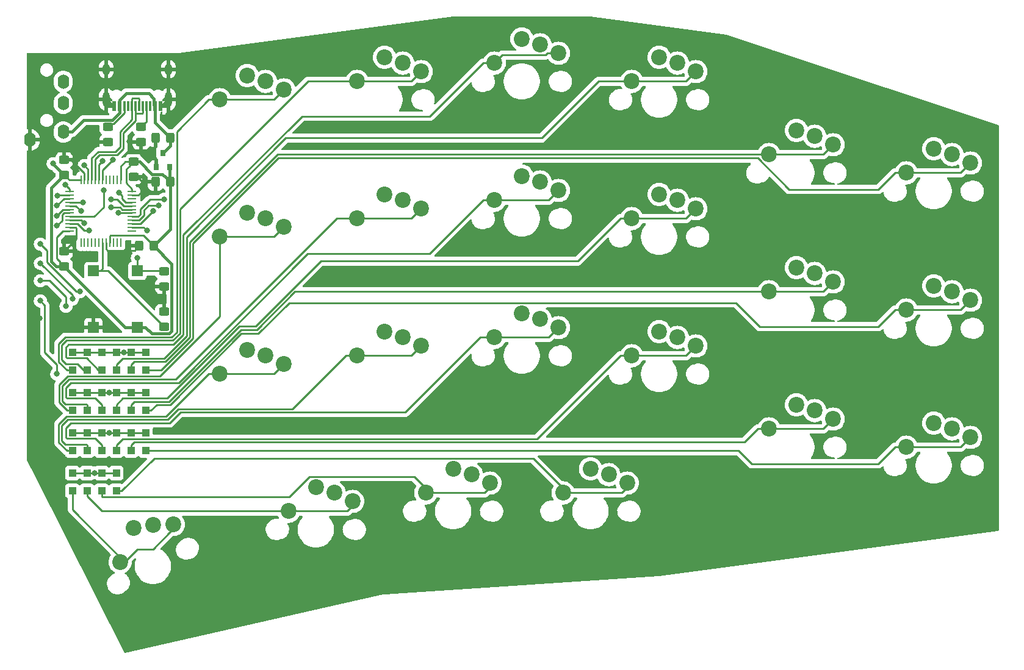
<source format=gbr>
%TF.GenerationSoftware,KiCad,Pcbnew,6.0.5-2.fc36*%
%TF.CreationDate,2022-06-13T15:37:21-05:00*%
%TF.ProjectId,right,72696768-742e-46b6-9963-61645f706362,rev?*%
%TF.SameCoordinates,Original*%
%TF.FileFunction,Copper,L1,Top*%
%TF.FilePolarity,Positive*%
%FSLAX46Y46*%
G04 Gerber Fmt 4.6, Leading zero omitted, Abs format (unit mm)*
G04 Created by KiCad (PCBNEW 6.0.5-2.fc36) date 2022-06-13 15:37:21*
%MOMM*%
%LPD*%
G01*
G04 APERTURE LIST*
G04 Aperture macros list*
%AMRoundRect*
0 Rectangle with rounded corners*
0 $1 Rounding radius*
0 $2 $3 $4 $5 $6 $7 $8 $9 X,Y pos of 4 corners*
0 Add a 4 corners polygon primitive as box body*
4,1,4,$2,$3,$4,$5,$6,$7,$8,$9,$2,$3,0*
0 Add four circle primitives for the rounded corners*
1,1,$1+$1,$2,$3*
1,1,$1+$1,$4,$5*
1,1,$1+$1,$6,$7*
1,1,$1+$1,$8,$9*
0 Add four rect primitives between the rounded corners*
20,1,$1+$1,$2,$3,$4,$5,0*
20,1,$1+$1,$4,$5,$6,$7,0*
20,1,$1+$1,$6,$7,$8,$9,0*
20,1,$1+$1,$8,$9,$2,$3,0*%
G04 Aperture macros list end*
%TA.AperFunction,ComponentPad*%
%ADD10C,2.200000*%
%TD*%
%TA.AperFunction,SMDPad,CuDef*%
%ADD11R,1.500000X1.500000*%
%TD*%
%TA.AperFunction,SMDPad,CuDef*%
%ADD12RoundRect,0.250000X-0.450000X0.325000X-0.450000X-0.325000X0.450000X-0.325000X0.450000X0.325000X0*%
%TD*%
%TA.AperFunction,SMDPad,CuDef*%
%ADD13RoundRect,0.250000X0.450000X-0.325000X0.450000X0.325000X-0.450000X0.325000X-0.450000X-0.325000X0*%
%TD*%
%TA.AperFunction,SMDPad,CuDef*%
%ADD14RoundRect,0.250000X-0.325000X-0.450000X0.325000X-0.450000X0.325000X0.450000X-0.325000X0.450000X0*%
%TD*%
%TA.AperFunction,SMDPad,CuDef*%
%ADD15R,1.000000X1.000000*%
%TD*%
%TA.AperFunction,SMDPad,CuDef*%
%ADD16R,0.250000X1.300000*%
%TD*%
%TA.AperFunction,SMDPad,CuDef*%
%ADD17R,1.300000X0.250000*%
%TD*%
%TA.AperFunction,SMDPad,CuDef*%
%ADD18R,0.800000X0.900000*%
%TD*%
%TA.AperFunction,ComponentPad*%
%ADD19O,1.600000X2.000000*%
%TD*%
%TA.AperFunction,ComponentPad*%
%ADD20O,1.000000X1.400000*%
%TD*%
%TA.AperFunction,ComponentPad*%
%ADD21O,1.000000X1.600000*%
%TD*%
%TA.AperFunction,ComponentPad*%
%ADD22O,1.000000X2.100000*%
%TD*%
%TA.AperFunction,SMDPad,CuDef*%
%ADD23R,0.300000X1.450000*%
%TD*%
%TA.AperFunction,SMDPad,CuDef*%
%ADD24R,0.600000X1.450000*%
%TD*%
%TA.AperFunction,ViaPad*%
%ADD25C,0.800000*%
%TD*%
%TA.AperFunction,Conductor*%
%ADD26C,0.381000*%
%TD*%
%TA.AperFunction,Conductor*%
%ADD27C,0.250000*%
%TD*%
G04 APERTURE END LIST*
D10*
%TO.P,SW12,1,1*%
%TO.N,Net-(D14-Pad2)*%
X117114000Y-70522000D03*
%TO.P,SW12,2,2*%
%TO.N,COL6*%
X112014000Y-68522000D03*
X114554000Y-69342000D03*
%TO.P,SW12,1,1*%
%TO.N,Net-(D14-Pad2)*%
X108204000Y-71882000D03*
%TD*%
%TO.P,SW15,1,1*%
%TO.N,Net-(D17-Pad2)*%
X94389958Y-136078880D03*
%TO.P,SW15,2,2*%
%TO.N,COL6*%
X98939448Y-130972391D03*
X96300433Y-131371887D03*
%TO.P,SW15,1,1*%
%TO.N,Net-(D17-Pad2)*%
X101756994Y-130886147D03*
%TD*%
%TO.P,SW3,1,1*%
%TO.N,Net-(D5-Pad2)*%
X212364000Y-80682000D03*
%TO.P,SW3,2,2*%
%TO.N,COL1*%
X207264000Y-78682000D03*
X209804000Y-79502000D03*
%TO.P,SW3,1,1*%
%TO.N,Net-(D5-Pad2)*%
X203454000Y-82042000D03*
%TD*%
%TO.P,SW4,1,1*%
%TO.N,Net-(D6-Pad2)*%
X203454000Y-101092000D03*
%TO.P,SW4,2,2*%
%TO.N,COL1*%
X209804000Y-98552000D03*
X207264000Y-97732000D03*
%TO.P,SW4,1,1*%
%TO.N,Net-(D6-Pad2)*%
X212364000Y-99732000D03*
%TD*%
%TO.P,SW5,1,1*%
%TO.N,Net-(D7-Pad2)*%
X212364000Y-118782000D03*
%TO.P,SW5,2,2*%
%TO.N,COL1*%
X207264000Y-116782000D03*
X209804000Y-117602000D03*
%TO.P,SW5,1,1*%
%TO.N,Net-(D7-Pad2)*%
X203454000Y-120142000D03*
%TD*%
%TO.P,SW7,1,1*%
%TO.N,Net-(D9-Pad2)*%
X165354000Y-69342000D03*
%TO.P,SW7,2,2*%
%TO.N,COL3*%
X171704000Y-66802000D03*
X169164000Y-65982000D03*
%TO.P,SW7,1,1*%
%TO.N,Net-(D9-Pad2)*%
X174264000Y-67982000D03*
%TD*%
%TO.P,SW13,1,1*%
%TO.N,Net-(D15-Pad2)*%
X117114000Y-89572000D03*
%TO.P,SW13,2,2*%
%TO.N,COL6*%
X112014000Y-87572000D03*
X114554000Y-88392000D03*
%TO.P,SW13,1,1*%
%TO.N,Net-(D15-Pad2)*%
X108204000Y-90932000D03*
%TD*%
%TO.P,SW8,1,1*%
%TO.N,Net-(D10-Pad2)*%
X165354000Y-88392000D03*
%TO.P,SW8,2,2*%
%TO.N,COL3*%
X171704000Y-85852000D03*
X169164000Y-85032000D03*
%TO.P,SW8,1,1*%
%TO.N,Net-(D10-Pad2)*%
X174264000Y-87032000D03*
%TD*%
%TO.P,SW9,1,1*%
%TO.N,Net-(D11-Pad2)*%
X174264000Y-106082000D03*
%TO.P,SW9,2,2*%
%TO.N,COL3*%
X169164000Y-104082000D03*
X171704000Y-104902000D03*
%TO.P,SW9,1,1*%
%TO.N,Net-(D11-Pad2)*%
X165354000Y-107442000D03*
%TD*%
%TO.P,SW10,1,1*%
%TO.N,Net-(D12-Pad2)*%
X155829000Y-126492000D03*
%TO.P,SW10,2,2*%
%TO.N,COL3*%
X162179000Y-123952000D03*
X159639000Y-123132000D03*
%TO.P,SW10,1,1*%
%TO.N,Net-(D12-Pad2)*%
X164739000Y-125132000D03*
%TD*%
%TO.P,SW14,1,1*%
%TO.N,Net-(D16-Pad2)*%
X108204000Y-109982000D03*
%TO.P,SW14,2,2*%
%TO.N,COL6*%
X114554000Y-107442000D03*
X112014000Y-106622000D03*
%TO.P,SW14,1,1*%
%TO.N,Net-(D16-Pad2)*%
X117114000Y-108622000D03*
%TD*%
%TO.P,SW17,1,1*%
%TO.N,Net-(D19-Pad2)*%
X193314000Y-78142000D03*
%TO.P,SW17,2,2*%
%TO.N,COL2*%
X188214000Y-76142000D03*
X190754000Y-76962000D03*
%TO.P,SW17,1,1*%
%TO.N,Net-(D19-Pad2)*%
X184404000Y-79502000D03*
%TD*%
%TO.P,SW18,1,1*%
%TO.N,Net-(D20-Pad2)*%
X184404000Y-98552000D03*
%TO.P,SW18,2,2*%
%TO.N,COL2*%
X190754000Y-96012000D03*
X188214000Y-95192000D03*
%TO.P,SW18,1,1*%
%TO.N,Net-(D20-Pad2)*%
X193314000Y-97192000D03*
%TD*%
%TO.P,SW19,1,1*%
%TO.N,Net-(D21-Pad2)*%
X193314000Y-116242000D03*
%TO.P,SW19,2,2*%
%TO.N,COL2*%
X188214000Y-114242000D03*
X190754000Y-115062000D03*
%TO.P,SW19,1,1*%
%TO.N,Net-(D21-Pad2)*%
X184404000Y-117602000D03*
%TD*%
%TO.P,SW21,1,1*%
%TO.N,Net-(D23-Pad2)*%
X146304000Y-66802000D03*
%TO.P,SW21,2,2*%
%TO.N,COL4*%
X152654000Y-64262000D03*
X150114000Y-63442000D03*
%TO.P,SW21,1,1*%
%TO.N,Net-(D23-Pad2)*%
X155214000Y-65442000D03*
%TD*%
%TO.P,SW22,1,1*%
%TO.N,Net-(D24-Pad2)*%
X155214000Y-84492000D03*
%TO.P,SW22,2,2*%
%TO.N,COL4*%
X150114000Y-82492000D03*
X152654000Y-83312000D03*
%TO.P,SW22,1,1*%
%TO.N,Net-(D24-Pad2)*%
X146304000Y-85852000D03*
%TD*%
%TO.P,SW23,1,1*%
%TO.N,Net-(D25-Pad2)*%
X146304000Y-104902000D03*
%TO.P,SW23,2,2*%
%TO.N,COL4*%
X152654000Y-102362000D03*
X150114000Y-101542000D03*
%TO.P,SW23,1,1*%
%TO.N,Net-(D25-Pad2)*%
X155214000Y-103542000D03*
%TD*%
%TO.P,SW31,1,1*%
%TO.N,Net-(D33-Pad2)*%
X136164000Y-67982000D03*
%TO.P,SW31,2,2*%
%TO.N,COL5*%
X131064000Y-65982000D03*
X133604000Y-66802000D03*
%TO.P,SW31,1,1*%
%TO.N,Net-(D33-Pad2)*%
X127254000Y-69342000D03*
%TD*%
%TO.P,SW32,1,1*%
%TO.N,Net-(D34-Pad2)*%
X127254000Y-88392000D03*
%TO.P,SW32,2,2*%
%TO.N,COL5*%
X133604000Y-85852000D03*
X131064000Y-85032000D03*
%TO.P,SW32,1,1*%
%TO.N,Net-(D34-Pad2)*%
X136164000Y-87032000D03*
%TD*%
%TO.P,SW33,1,1*%
%TO.N,Net-(D35-Pad2)*%
X136164000Y-106082000D03*
%TO.P,SW33,2,2*%
%TO.N,COL5*%
X131064000Y-104082000D03*
X133604000Y-104902000D03*
%TO.P,SW33,1,1*%
%TO.N,Net-(D35-Pad2)*%
X127254000Y-107442000D03*
%TD*%
%TO.P,SW34,1,1*%
%TO.N,Net-(D36-Pad2)*%
X117729000Y-129032000D03*
%TO.P,SW34,2,2*%
%TO.N,COL5*%
X124079000Y-126492000D03*
X121539000Y-125672000D03*
%TO.P,SW34,1,1*%
%TO.N,Net-(D36-Pad2)*%
X126639000Y-127672000D03*
%TD*%
%TO.P,SW24,1,1*%
%TO.N,Net-(D26-Pad2)*%
X145689000Y-125132000D03*
%TO.P,SW24,2,2*%
%TO.N,COL4*%
X140589000Y-123132000D03*
X143129000Y-123952000D03*
%TO.P,SW24,1,1*%
%TO.N,Net-(D26-Pad2)*%
X136779000Y-126492000D03*
%TD*%
D11*
%TO.P,SW2,2,2*%
%TO.N,Net-(C1-Pad2)*%
X90678000Y-95668000D03*
%TO.P,SW2,1,1*%
%TO.N,GND*%
X90678000Y-103468000D03*
%TD*%
%TO.P,SW1,1,1*%
%TO.N,Net-(R1-Pad1)*%
X96774000Y-95668000D03*
%TO.P,SW1,2,2*%
%TO.N,3.3V*%
X96774000Y-103468000D03*
%TD*%
D12*
%TO.P,C1,1*%
%TO.N,GND*%
X100457000Y-101337000D03*
%TO.P,C1,2*%
%TO.N,Net-(C1-Pad2)*%
X100457000Y-103387000D03*
%TD*%
%TO.P,C2,2*%
%TO.N,3.3V*%
X86614000Y-82305000D03*
%TO.P,C2,1*%
%TO.N,GND*%
X86614000Y-80255000D03*
%TD*%
D13*
%TO.P,C3,1*%
%TO.N,GND*%
X96266000Y-82559000D03*
%TO.P,C3,2*%
%TO.N,3.3V*%
X96266000Y-80509000D03*
%TD*%
D14*
%TO.P,C4,2*%
%TO.N,3.3V*%
X99069000Y-92202000D03*
%TO.P,C4,1*%
%TO.N,GND*%
X97019000Y-92202000D03*
%TD*%
D12*
%TO.P,C5,1*%
%TO.N,GND*%
X86614000Y-92955000D03*
%TO.P,C5,2*%
%TO.N,3.3V*%
X86614000Y-95005000D03*
%TD*%
D14*
%TO.P,C6,2*%
%TO.N,3.3V*%
X101355000Y-83312000D03*
%TO.P,C6,1*%
%TO.N,GND*%
X99305000Y-83312000D03*
%TD*%
%TO.P,C7,1*%
%TO.N,GND*%
X99305000Y-77216000D03*
%TO.P,C7,2*%
%TO.N,5V*%
X101355000Y-77216000D03*
%TD*%
D15*
%TO.P,D17,2,A*%
%TO.N,Net-(D17-Pad2)*%
X87757000Y-126218000D03*
%TO.P,D17,1,K*%
%TO.N,ROW4*%
X87757000Y-123718000D03*
%TD*%
%TO.P,D15,1,K*%
%TO.N,ROW2*%
X87757000Y-112542000D03*
%TO.P,D15,2,A*%
%TO.N,Net-(D15-Pad2)*%
X87757000Y-115042000D03*
%TD*%
%TO.P,D14,2,A*%
%TO.N,Net-(D14-Pad2)*%
X87757000Y-109454000D03*
%TO.P,D14,1,K*%
%TO.N,ROW1*%
X87757000Y-106954000D03*
%TD*%
%TO.P,D12,1,K*%
%TO.N,ROW4*%
X93853000Y-123718000D03*
%TO.P,D12,2,A*%
%TO.N,Net-(D12-Pad2)*%
X93853000Y-126218000D03*
%TD*%
%TO.P,D11,2,A*%
%TO.N,Net-(D11-Pad2)*%
X93853000Y-120630000D03*
%TO.P,D11,1,K*%
%TO.N,ROW3*%
X93853000Y-118130000D03*
%TD*%
%TO.P,D10,1,K*%
%TO.N,ROW2*%
X93853000Y-112542000D03*
%TO.P,D10,2,A*%
%TO.N,Net-(D10-Pad2)*%
X93853000Y-115042000D03*
%TD*%
%TO.P,D9,2,A*%
%TO.N,Net-(D9-Pad2)*%
X93853000Y-109454000D03*
%TO.P,D9,1,K*%
%TO.N,ROW1*%
X93853000Y-106954000D03*
%TD*%
%TO.P,D7,1,K*%
%TO.N,ROW3*%
X97917000Y-118130000D03*
%TO.P,D7,2,A*%
%TO.N,Net-(D7-Pad2)*%
X97917000Y-120630000D03*
%TD*%
%TO.P,D6,2,A*%
%TO.N,Net-(D6-Pad2)*%
X97917000Y-115042000D03*
%TO.P,D6,1,K*%
%TO.N,ROW2*%
X97917000Y-112542000D03*
%TD*%
%TO.P,D5,1,K*%
%TO.N,ROW1*%
X97917000Y-106954000D03*
%TO.P,D5,2,A*%
%TO.N,Net-(D5-Pad2)*%
X97917000Y-109454000D03*
%TD*%
%TO.P,D16,2,A*%
%TO.N,Net-(D16-Pad2)*%
X87757000Y-120630000D03*
%TO.P,D16,1,K*%
%TO.N,ROW3*%
X87757000Y-118130000D03*
%TD*%
%TO.P,D20,1,K*%
%TO.N,ROW2*%
X95885000Y-112542000D03*
%TO.P,D20,2,A*%
%TO.N,Net-(D20-Pad2)*%
X95885000Y-115042000D03*
%TD*%
%TO.P,D36,2,A*%
%TO.N,Net-(D36-Pad2)*%
X89789000Y-126218000D03*
%TO.P,D36,1,K*%
%TO.N,ROW4*%
X89789000Y-123718000D03*
%TD*%
%TO.P,D34,1,K*%
%TO.N,ROW2*%
X89789000Y-112542000D03*
%TO.P,D34,2,A*%
%TO.N,Net-(D34-Pad2)*%
X89789000Y-115042000D03*
%TD*%
%TO.P,D33,2,A*%
%TO.N,Net-(D33-Pad2)*%
X89789000Y-109454000D03*
%TO.P,D33,1,K*%
%TO.N,ROW1*%
X89789000Y-106954000D03*
%TD*%
%TO.P,D26,1,K*%
%TO.N,ROW4*%
X91821000Y-123718000D03*
%TO.P,D26,2,A*%
%TO.N,Net-(D26-Pad2)*%
X91821000Y-126218000D03*
%TD*%
%TO.P,D25,2,A*%
%TO.N,Net-(D25-Pad2)*%
X91821000Y-120630000D03*
%TO.P,D25,1,K*%
%TO.N,ROW3*%
X91821000Y-118130000D03*
%TD*%
%TO.P,D24,1,K*%
%TO.N,ROW2*%
X91821000Y-112542000D03*
%TO.P,D24,2,A*%
%TO.N,Net-(D24-Pad2)*%
X91821000Y-115042000D03*
%TD*%
%TO.P,D23,2,A*%
%TO.N,Net-(D23-Pad2)*%
X91821000Y-109454000D03*
%TO.P,D23,1,K*%
%TO.N,ROW1*%
X91821000Y-106954000D03*
%TD*%
%TO.P,D21,1,K*%
%TO.N,ROW3*%
X95885000Y-118130000D03*
%TO.P,D21,2,A*%
%TO.N,Net-(D21-Pad2)*%
X95885000Y-120630000D03*
%TD*%
%TO.P,D19,2,A*%
%TO.N,Net-(D19-Pad2)*%
X95885000Y-109454000D03*
%TO.P,D19,1,K*%
%TO.N,ROW1*%
X95885000Y-106954000D03*
%TD*%
%TO.P,D35,1,K*%
%TO.N,ROW3*%
X89789000Y-118130000D03*
%TO.P,D35,2,A*%
%TO.N,Net-(D35-Pad2)*%
X89789000Y-120630000D03*
%TD*%
D16*
%TO.P,U1,1,VBAT*%
%TO.N,VBAT*%
X88944000Y-91726000D03*
%TO.P,U1,2,PC13*%
%TO.N,unconnected-(U1-Pad2)*%
X89444000Y-91726000D03*
%TO.P,U1,3,PC14*%
%TO.N,unconnected-(U1-Pad3)*%
X89944000Y-91726000D03*
%TO.P,U1,4,PC15*%
%TO.N,unconnected-(U1-Pad4)*%
X90444000Y-91726000D03*
%TO.P,U1,5,PF0*%
%TO.N,unconnected-(U1-Pad5)*%
X90944000Y-91726000D03*
%TO.P,U1,6,PF1*%
%TO.N,unconnected-(U1-Pad6)*%
X91444000Y-91726000D03*
%TO.P,U1,7,NRST*%
%TO.N,Net-(C1-Pad2)*%
X91944000Y-91726000D03*
%TO.P,U1,8,VSSA*%
%TO.N,GND*%
X92444000Y-91726000D03*
%TO.P,U1,9,VDDA*%
%TO.N,3.3V*%
X92944000Y-91726000D03*
%TO.P,U1,10,PA0*%
%TO.N,unconnected-(U1-Pad10)*%
X93444000Y-91726000D03*
%TO.P,U1,11,PA1*%
%TO.N,unconnected-(U1-Pad11)*%
X93944000Y-91726000D03*
%TO.P,U1,12,PA2*%
%TO.N,unconnected-(U1-Pad12)*%
X94444000Y-91726000D03*
D17*
%TO.P,U1,13,PA3*%
%TO.N,unconnected-(U1-Pad13)*%
X96044000Y-90126000D03*
%TO.P,U1,14,PA4*%
%TO.N,PA4*%
X96044000Y-89626000D03*
%TO.P,U1,15,PA5*%
%TO.N,PA5*%
X96044000Y-89126000D03*
%TO.P,U1,16,PA6*%
%TO.N,PA6*%
X96044000Y-88626000D03*
%TO.P,U1,17,PA7*%
%TO.N,PA7*%
X96044000Y-88126000D03*
%TO.P,U1,18,PB0*%
%TO.N,ROW1*%
X96044000Y-87626000D03*
%TO.P,U1,19,PB1*%
%TO.N,ROW2*%
X96044000Y-87126000D03*
%TO.P,U1,20,PB2*%
%TO.N,ROW3*%
X96044000Y-86626000D03*
%TO.P,U1,21,PB10*%
%TO.N,ROW4*%
X96044000Y-86126000D03*
%TO.P,U1,22,PB11*%
%TO.N,unconnected-(U1-Pad22)*%
X96044000Y-85626000D03*
%TO.P,U1,23,VSS*%
%TO.N,GND*%
X96044000Y-85126000D03*
%TO.P,U1,24,VDD*%
%TO.N,3.3V*%
X96044000Y-84626000D03*
D16*
%TO.P,U1,25,PB12*%
X94444000Y-83026000D03*
%TO.P,U1,26,PB13*%
%TO.N,unconnected-(U1-Pad26)*%
X93944000Y-83026000D03*
%TO.P,U1,27,PB14*%
%TO.N,unconnected-(U1-Pad27)*%
X93444000Y-83026000D03*
%TO.P,U1,28,PB15*%
%TO.N,unconnected-(U1-Pad28)*%
X92944000Y-83026000D03*
%TO.P,U1,29,PA8*%
%TO.N,unconnected-(U1-Pad29)*%
X92444000Y-83026000D03*
%TO.P,U1,30,PA9*%
%TO.N,TX*%
X91944000Y-83026000D03*
%TO.P,U1,31,PA10*%
%TO.N,RX*%
X91444000Y-83026000D03*
%TO.P,U1,32,PA11*%
%TO.N,D-*%
X90944000Y-83026000D03*
%TO.P,U1,33,PA12*%
%TO.N,D+*%
X90444000Y-83026000D03*
%TO.P,U1,34,PA13*%
%TO.N,SWDIO*%
X89944000Y-83026000D03*
%TO.P,U1,35,VSS*%
%TO.N,GND*%
X89444000Y-83026000D03*
%TO.P,U1,36,VDDIO2*%
%TO.N,3.3V*%
X88944000Y-83026000D03*
D17*
%TO.P,U1,37,PA14*%
%TO.N,SWDCLK*%
X87344000Y-84626000D03*
%TO.P,U1,38,PA15*%
%TO.N,COL1*%
X87344000Y-85126000D03*
%TO.P,U1,39,PB3*%
%TO.N,COL2*%
X87344000Y-85626000D03*
%TO.P,U1,40,PB4*%
%TO.N,COL3*%
X87344000Y-86126000D03*
%TO.P,U1,41,PB5*%
%TO.N,COL4*%
X87344000Y-86626000D03*
%TO.P,U1,42,PB6*%
%TO.N,PB6*%
X87344000Y-87126000D03*
%TO.P,U1,43,PB7*%
%TO.N,PB7*%
X87344000Y-87626000D03*
%TO.P,U1,44,BOOT0*%
%TO.N,Net-(R1-Pad1)*%
X87344000Y-88126000D03*
%TO.P,U1,45,PB8*%
%TO.N,COL5*%
X87344000Y-88626000D03*
%TO.P,U1,46,PB9*%
%TO.N,COL6*%
X87344000Y-89126000D03*
%TO.P,U1,47,VSS*%
%TO.N,GND*%
X87344000Y-89626000D03*
%TO.P,U1,48,VDD*%
%TO.N,3.3V*%
X87344000Y-90126000D03*
%TD*%
D18*
%TO.P,U2,1,GND*%
%TO.N,GND*%
X99380000Y-81264000D03*
%TO.P,U2,2,VO*%
%TO.N,3.3V*%
X101280000Y-81264000D03*
%TO.P,U2,3,VI*%
%TO.N,5V*%
X100330000Y-79264000D03*
%TD*%
D12*
%TO.P,R7,1*%
%TO.N,Net-(J1-PadA5)*%
X97282000Y-75683000D03*
%TO.P,R7,2*%
%TO.N,GND*%
X97282000Y-77733000D03*
%TD*%
%TO.P,R6,2*%
%TO.N,GND*%
X92710000Y-77733000D03*
%TO.P,R6,1*%
%TO.N,Net-(J1-PadB5)*%
X92710000Y-75683000D03*
%TD*%
%TO.P,R1,1*%
%TO.N,Net-(R1-Pad1)*%
X100457000Y-95749000D03*
%TO.P,R1,2*%
%TO.N,GND*%
X100457000Y-97799000D03*
%TD*%
D19*
%TO.P,J2,1,Pin_1*%
%TO.N,GND*%
X81901000Y-77467000D03*
%TO.P,J2,2,Pin_2*%
%TO.N,5V*%
X86501000Y-76367000D03*
%TO.P,J2,4,Pin_4*%
%TO.N,TX*%
X86501000Y-69367000D03*
%TO.P,J2,3,Pin_3*%
%TO.N,RX*%
X86501000Y-72367000D03*
D20*
%TO.P,J2,4,Pin_4*%
%TO.N,TX*%
X86501000Y-69367000D03*
%TO.P,J2,3,Pin_3*%
%TO.N,RX*%
X86501000Y-72367000D03*
%TO.P,J2,2,Pin_2*%
%TO.N,5V*%
X86501000Y-76367000D03*
%TO.P,J2,1,Pin_1*%
%TO.N,GND*%
X81901000Y-77467000D03*
%TD*%
D21*
%TO.P,J1,S1,SHIELD*%
%TO.N,GND*%
X92454000Y-67657000D03*
X101094000Y-67657000D03*
D22*
X101094000Y-71837000D03*
X92454000Y-71837000D03*
D23*
%TO.P,J1,A6,D+*%
%TO.N,D+*%
X97024000Y-72752000D03*
%TO.P,J1,B5,CC2*%
%TO.N,Net-(J1-PadB5)*%
X95024000Y-72752000D03*
%TO.P,J1,A8,SBU1*%
%TO.N,unconnected-(J1-PadA8)*%
X95524000Y-72752000D03*
%TO.P,J1,B6,D+*%
%TO.N,D+*%
X96024000Y-72752000D03*
%TO.P,J1,A7,D-*%
%TO.N,D-*%
X96524000Y-72752000D03*
%TO.P,J1,B7,D-*%
X97524000Y-72752000D03*
%TO.P,J1,A5,CC1*%
%TO.N,Net-(J1-PadA5)*%
X98024000Y-72752000D03*
%TO.P,J1,B8,SBU2*%
%TO.N,unconnected-(J1-PadB8)*%
X98524000Y-72752000D03*
D24*
%TO.P,J1,A12,GND*%
%TO.N,GND*%
X93524000Y-72752000D03*
%TO.P,J1,B4,VBUS*%
%TO.N,5V*%
X94324000Y-72752000D03*
%TO.P,J1,A4,VBUS*%
X99224000Y-72752000D03*
%TO.P,J1,A1,GND*%
%TO.N,GND*%
X100024000Y-72752000D03*
%TO.P,J1,B12,GND*%
X100024000Y-72752000D03*
%TO.P,J1,B9,VBUS*%
%TO.N,5V*%
X99224000Y-72752000D03*
%TO.P,J1,A9,VBUS*%
X94324000Y-72752000D03*
%TO.P,J1,B1,GND*%
%TO.N,GND*%
X93524000Y-72752000D03*
%TD*%
D25*
%TO.N,GND*%
X95631000Y-77724000D03*
X139446000Y-68453000D03*
X118999000Y-68453000D03*
X88773000Y-93726000D03*
X110617000Y-133350000D03*
X132080000Y-128651000D03*
X83185000Y-102235000D03*
X83185000Y-87122000D03*
X97790000Y-98806000D03*
X98044000Y-84963000D03*
X90297000Y-101092000D03*
%TO.N,3.3V*%
X85090000Y-80772000D03*
%TO.N,SWDIO*%
X89408000Y-81026000D03*
%TO.N,SWDCLK*%
X86786000Y-83693000D03*
%TO.N,PA4*%
X98139235Y-90067167D03*
X88773000Y-98552000D03*
X83312000Y-91948000D03*
%TO.N,PA5*%
X87757000Y-99568000D03*
X83312000Y-94615000D03*
X98933000Y-87375998D03*
%TO.N,PA6*%
X86868000Y-100584000D03*
X83312000Y-97028000D03*
X99694996Y-86614000D03*
%TO.N,PA7*%
X85598000Y-109982000D03*
X83312000Y-99822000D03*
X100457000Y-85725000D03*
%TO.N,PB6*%
X85598000Y-87972000D03*
%TO.N,PB7*%
X85598000Y-89408000D03*
%TO.N,TX*%
X93345000Y-80264000D03*
%TO.N,RX*%
X91953360Y-80396370D03*
%TO.N,COL4*%
X88994000Y-87376000D03*
%TO.N,COL5*%
X89412660Y-89022340D03*
%TO.N,COL2*%
X85598000Y-86614006D03*
%TO.N,COL6*%
X90043000Y-90042998D03*
%TO.N,COL3*%
X89261000Y-86126000D03*
%TO.N,COL1*%
X85684167Y-85192152D03*
%TO.N,Net-(R1-Pad1)*%
X92075000Y-84455000D03*
X96774000Y-93853000D03*
%TO.N,ROW1*%
X94869000Y-106954000D03*
X94107000Y-87630000D03*
%TO.N,ROW2*%
X93091000Y-86868000D03*
X92837000Y-112542000D03*
%TO.N,ROW3*%
X92837000Y-118130000D03*
X93091000Y-85725000D03*
%TO.N,ROW4*%
X94234000Y-84836000D03*
X90805000Y-123718000D03*
%TD*%
D26*
%TO.N,GND*%
X93369000Y-72752000D02*
X92454000Y-71837000D01*
X93524000Y-72752000D02*
X93369000Y-72752000D01*
X100179000Y-72752000D02*
X101094000Y-71837000D01*
X100024000Y-72752000D02*
X100179000Y-72752000D01*
D27*
X87414000Y-80255000D02*
X86614000Y-80255000D01*
X87573000Y-80255000D02*
X87414000Y-80255000D01*
X89444000Y-82126000D02*
X87573000Y-80255000D01*
X89444000Y-83026000D02*
X89444000Y-82126000D01*
X97397372Y-83182372D02*
X96774000Y-82559000D01*
X97397372Y-84632630D02*
X97397372Y-83182372D01*
X96904002Y-85126000D02*
X97397372Y-84632630D01*
X96044000Y-85126000D02*
X96904002Y-85126000D01*
D26*
X96774000Y-92447000D02*
X97019000Y-92202000D01*
D27*
X96395628Y-92825372D02*
X97019000Y-92202000D01*
X92643372Y-92825372D02*
X96395628Y-92825372D01*
X92444000Y-92626000D02*
X92643372Y-92825372D01*
X92444000Y-91726000D02*
X92444000Y-92626000D01*
X87237372Y-92331628D02*
X86614000Y-92955000D01*
X88319001Y-91249999D02*
X87237372Y-92331628D01*
X88319001Y-89701001D02*
X88319001Y-91249999D01*
X88244000Y-89626000D02*
X88319001Y-89701001D01*
X87344000Y-89626000D02*
X88244000Y-89626000D01*
%TO.N,D+*%
X97024000Y-71777000D02*
X97024000Y-72752000D01*
X96948999Y-71701999D02*
X97024000Y-71777000D01*
X96099001Y-71701999D02*
X96948999Y-71701999D01*
X96024000Y-71777000D02*
X96099001Y-71701999D01*
X96024000Y-72752000D02*
X96024000Y-71777000D01*
X90444000Y-82126000D02*
X90444000Y-83026000D01*
X96024000Y-72752000D02*
X96024000Y-74664000D01*
X91343602Y-79088987D02*
X90444000Y-79988589D01*
X90444000Y-79988589D02*
X90444000Y-82126000D01*
X93758013Y-79088987D02*
X91343602Y-79088987D01*
X94361000Y-78486000D02*
X93758013Y-79088987D01*
X94361000Y-76326999D02*
X94361000Y-78486000D01*
X96024000Y-74664000D02*
X94361000Y-76326999D01*
%TO.N,Net-(J1-PadB5)*%
X93160001Y-75232999D02*
X92710000Y-75683000D01*
X93499943Y-75232999D02*
X93160001Y-75232999D01*
X95024000Y-73708942D02*
X93499943Y-75232999D01*
X95024000Y-72752000D02*
X95024000Y-73708942D01*
%TO.N,D-*%
X97524000Y-73727000D02*
X97524000Y-72752000D01*
X97448999Y-73802001D02*
X97524000Y-73727000D01*
X96524000Y-73727000D02*
X96599001Y-73802001D01*
X96599001Y-73802001D02*
X97448999Y-73802001D01*
X96524000Y-72752000D02*
X96524000Y-73727000D01*
X90944000Y-82126000D02*
X90944000Y-83026000D01*
X93944413Y-79538998D02*
X91530002Y-79538998D01*
X94811011Y-76513399D02*
X94811011Y-78672400D01*
X90944000Y-80125000D02*
X90944000Y-82126000D01*
X96524000Y-72752000D02*
X96524000Y-74800410D01*
X96524000Y-74800410D02*
X94811011Y-76513399D01*
X94811011Y-78672400D02*
X93944413Y-79538998D01*
X91530002Y-79538998D02*
X90944000Y-80125000D01*
%TO.N,Net-(J1-PadA5)*%
X97905372Y-75059628D02*
X97282000Y-75683000D01*
X97999001Y-74965999D02*
X97905372Y-75059628D01*
X98024000Y-73553000D02*
X97999001Y-73577999D01*
X97999001Y-73577999D02*
X97999001Y-74965999D01*
X98024000Y-72752000D02*
X98024000Y-73553000D01*
D26*
%TO.N,5V*%
X99224000Y-75085000D02*
X101355000Y-77216000D01*
X99224000Y-72752000D02*
X99224000Y-75085000D01*
X87682000Y-76367000D02*
X86501000Y-76367000D01*
X89331510Y-74717490D02*
X87682000Y-76367000D01*
X93286412Y-74717490D02*
X89331510Y-74717490D01*
X94324000Y-73679902D02*
X93286412Y-74717490D01*
X94324000Y-72752000D02*
X94324000Y-73679902D01*
X99064501Y-72592501D02*
X99224000Y-72752000D01*
X99064501Y-71714599D02*
X99064501Y-72592501D01*
X98342902Y-70993000D02*
X99064501Y-71714599D01*
X95256942Y-70993000D02*
X98342902Y-70993000D01*
X94324000Y-72752000D02*
X94324000Y-71925942D01*
X94324000Y-71925942D02*
X95256942Y-70993000D01*
X101355000Y-78239000D02*
X100330000Y-79264000D01*
X101355000Y-77216000D02*
X101355000Y-78239000D01*
D27*
%TO.N,3.3V*%
X87335000Y-83026000D02*
X86614000Y-82305000D01*
X88944000Y-83026000D02*
X87335000Y-83026000D01*
D26*
X85090000Y-80781000D02*
X86614000Y-82305000D01*
X85090000Y-80772000D02*
X85090000Y-80781000D01*
X101355000Y-89916000D02*
X99069000Y-92202000D01*
X101355000Y-83312000D02*
X101355000Y-89916000D01*
X97905000Y-103468000D02*
X96774000Y-103468000D01*
X98789510Y-104352510D02*
X97905000Y-103468000D01*
X101547510Y-103977310D02*
X101172310Y-104352510D01*
X101547510Y-94680510D02*
X101547510Y-103977310D01*
X101172310Y-104352510D02*
X98789510Y-104352510D01*
X99069000Y-92202000D02*
X101547510Y-94680510D01*
D27*
X98445628Y-91578628D02*
X99069000Y-92202000D01*
X97617999Y-90750999D02*
X98445628Y-91578628D01*
X93019001Y-90750999D02*
X97617999Y-90750999D01*
X92944000Y-90826000D02*
X93019001Y-90750999D01*
X92944000Y-91726000D02*
X92944000Y-90826000D01*
D26*
X95077000Y-103468000D02*
X86614000Y-95005000D01*
X96774000Y-103468000D02*
X95077000Y-103468000D01*
D27*
X85990628Y-94381628D02*
X86614000Y-95005000D01*
X85588990Y-93979990D02*
X85990628Y-94381628D01*
X85588990Y-90981010D02*
X85588990Y-93979990D01*
X86444000Y-90126000D02*
X85588990Y-90981010D01*
X87344000Y-90126000D02*
X86444000Y-90126000D01*
D26*
X84807499Y-94341499D02*
X84807499Y-84111501D01*
X84807499Y-84111501D02*
X85990628Y-82928372D01*
X86614000Y-95005000D02*
X85471000Y-95005000D01*
X85471000Y-95005000D02*
X84807499Y-94341499D01*
X85990628Y-82928372D02*
X86614000Y-82305000D01*
X100264490Y-82221490D02*
X100731628Y-82688628D01*
X100731628Y-82688628D02*
X101355000Y-83312000D01*
X97066000Y-80509000D02*
X98778490Y-82221490D01*
X98778490Y-82221490D02*
X100264490Y-82221490D01*
X96266000Y-80509000D02*
X97066000Y-80509000D01*
D27*
X95088000Y-80509000D02*
X96266000Y-80509000D01*
X94444000Y-83026000D02*
X94444000Y-81153000D01*
X94444000Y-81153000D02*
X95088000Y-80509000D01*
X95240990Y-81534010D02*
X95642628Y-81132372D01*
X95240990Y-83447990D02*
X95240990Y-81534010D01*
X95642628Y-81132372D02*
X96266000Y-80509000D01*
X96044000Y-84251000D02*
X95240990Y-83447990D01*
X96044000Y-84626000D02*
X96044000Y-84251000D01*
D26*
X101280000Y-83237000D02*
X101355000Y-83312000D01*
X101280000Y-81264000D02*
X101280000Y-83237000D01*
D27*
%TO.N,SWDIO*%
X89944000Y-83026000D02*
X89944000Y-81562000D01*
X89944000Y-81562000D02*
X89408000Y-81026000D01*
X89408000Y-81026000D02*
X89408000Y-81026000D01*
%TO.N,SWDCLK*%
X87344000Y-84251000D02*
X86786000Y-83693000D01*
X87344000Y-84626000D02*
X87344000Y-84251000D01*
X86786000Y-83693000D02*
X86786000Y-83693000D01*
%TO.N,PA4*%
X97739236Y-89667168D02*
X98139235Y-90067167D01*
X97698068Y-89626000D02*
X97739236Y-89667168D01*
X96044000Y-89626000D02*
X97698068Y-89626000D01*
X83312000Y-91948000D02*
X83312000Y-91948000D01*
X84201000Y-92837000D02*
X83312000Y-91948000D01*
X84201000Y-94464040D02*
X84201000Y-92837000D01*
X88773000Y-98552000D02*
X88288960Y-98552000D01*
X88288960Y-98552000D02*
X84201000Y-94464040D01*
%TO.N,PA5*%
X87757000Y-99060000D02*
X83312000Y-94615000D01*
X87757000Y-99568000D02*
X87757000Y-99060000D01*
X83312000Y-94615000D02*
X83312000Y-94615000D01*
X98533001Y-87775997D02*
X98933000Y-87375998D01*
X97182998Y-89126000D02*
X98533001Y-87775997D01*
X96044000Y-89126000D02*
X97182998Y-89126000D01*
%TO.N,PA6*%
X83312000Y-97028000D02*
X83312000Y-97028000D01*
X84582000Y-97028000D02*
X83312000Y-97028000D01*
X86868000Y-100584000D02*
X86868000Y-99314000D01*
X86868000Y-99314000D02*
X84582000Y-97028000D01*
X97663000Y-87953997D02*
X97663000Y-87250410D01*
X96044000Y-88626000D02*
X96990997Y-88626000D01*
X96990997Y-88626000D02*
X97663000Y-87953997D01*
X98299410Y-86614000D02*
X99694996Y-86614000D01*
X97663000Y-87250410D02*
X98299410Y-86614000D01*
%TO.N,PA7*%
X83910001Y-106993411D02*
X83910001Y-100420001D01*
X85598000Y-109982000D02*
X85598000Y-108681410D01*
X85598000Y-108681410D02*
X83910001Y-106993411D01*
X83910001Y-100420001D02*
X83312000Y-99822000D01*
X83312000Y-99822000D02*
X83312000Y-99822000D01*
X98552000Y-85725000D02*
X99891315Y-85725000D01*
X97155000Y-87122000D02*
X98552000Y-85725000D01*
X97155000Y-87825587D02*
X97155000Y-87122000D01*
X96044000Y-88126000D02*
X96854587Y-88126000D01*
X99891315Y-85725000D02*
X100457000Y-85725000D01*
X96854587Y-88126000D02*
X97155000Y-87825587D01*
%TO.N,PB6*%
X85598000Y-87972000D02*
X85598000Y-87972000D01*
X87344000Y-87126000D02*
X86444000Y-87126000D01*
X86444000Y-87126000D02*
X85598000Y-87972000D01*
%TO.N,PB7*%
X85598000Y-89408000D02*
X85598000Y-89408000D01*
X86323001Y-87883409D02*
X86323001Y-88682999D01*
X86323001Y-88682999D02*
X85598000Y-89408000D01*
X86580410Y-87626000D02*
X86323001Y-87883409D01*
X87344000Y-87626000D02*
X86580410Y-87626000D01*
%TO.N,TX*%
X93345000Y-80518000D02*
X93345000Y-80264000D01*
X92945001Y-80663999D02*
X93345000Y-80264000D01*
X91944000Y-81665000D02*
X92945001Y-80663999D01*
X91944000Y-83026000D02*
X91944000Y-81665000D01*
%TO.N,RX*%
X91553361Y-80796369D02*
X91953360Y-80396370D01*
X91444000Y-83026000D02*
X91444000Y-80905730D01*
X91444000Y-80905730D02*
X91553361Y-80796369D01*
%TO.N,COL4*%
X88244000Y-86626000D02*
X88994000Y-87376000D01*
X87344000Y-86626000D02*
X88244000Y-86626000D01*
X88994000Y-87376000D02*
X88994000Y-87376000D01*
%TO.N,COL5*%
X87344000Y-88626000D02*
X87904000Y-88626000D01*
X87904000Y-88626000D02*
X87953999Y-88576001D01*
X87344000Y-88626000D02*
X89016320Y-88626000D01*
X89016320Y-88626000D02*
X89412660Y-89022340D01*
%TO.N,COL2*%
X86586006Y-85626000D02*
X85598000Y-86614006D01*
X87344000Y-85626000D02*
X86586006Y-85626000D01*
%TO.N,COL6*%
X89407998Y-90042998D02*
X88491000Y-89126000D01*
X90043000Y-90042998D02*
X89407998Y-90042998D01*
X88491000Y-89126000D02*
X87344000Y-89126000D01*
%TO.N,COL3*%
X87344000Y-86126000D02*
X89261000Y-86126000D01*
X89261000Y-86126000D02*
X89261000Y-86126000D01*
%TO.N,COL1*%
X87344000Y-85126000D02*
X85507000Y-85126000D01*
%TO.N,Net-(R1-Pad1)*%
X100376000Y-95668000D02*
X100457000Y-95749000D01*
X96774000Y-95668000D02*
X100376000Y-95668000D01*
X92075000Y-84455000D02*
X92075000Y-84455000D01*
X96774000Y-93853000D02*
X96774000Y-95668000D01*
X91821000Y-84455000D02*
X92075000Y-84455000D01*
X87344000Y-88126000D02*
X90793000Y-88126000D01*
X92075000Y-86844000D02*
X92075000Y-84455000D01*
X90793000Y-88126000D02*
X92075000Y-86844000D01*
%TO.N,Net-(C1-Pad2)*%
X91944000Y-95402000D02*
X91678000Y-95668000D01*
X91944000Y-91726000D02*
X91944000Y-95402000D01*
X91678000Y-95668000D02*
X90678000Y-95668000D01*
X92738000Y-95668000D02*
X100457000Y-103387000D01*
X90678000Y-95668000D02*
X92738000Y-95668000D01*
%TO.N,ROW1*%
X87757000Y-106954000D02*
X94869000Y-106954000D01*
X94619000Y-87626000D02*
X94619000Y-87626000D01*
X94869000Y-106954000D02*
X97917000Y-106954000D01*
X96044000Y-87626000D02*
X94111000Y-87626000D01*
X94111000Y-87626000D02*
X94107000Y-87630000D01*
%TO.N,ROW2*%
X87757000Y-112542000D02*
X92837000Y-112542000D01*
X94676002Y-87126000D02*
X94418002Y-86868000D01*
X96044000Y-87126000D02*
X94676002Y-87126000D01*
X94418002Y-86868000D02*
X93091000Y-86868000D01*
X93091000Y-86868000D02*
X93091000Y-86868000D01*
X92837000Y-112542000D02*
X97917000Y-112542000D01*
%TO.N,ROW3*%
X87757000Y-118130000D02*
X92837000Y-118130000D01*
X92837000Y-118130000D02*
X97917000Y-118130000D01*
X93656685Y-85725000D02*
X93091000Y-85725000D01*
X93980000Y-85725000D02*
X93656685Y-85725000D01*
X96044000Y-86626000D02*
X94881000Y-86626000D01*
X94881000Y-86626000D02*
X93980000Y-85725000D01*
%TO.N,ROW4*%
X87884000Y-123718000D02*
X90805000Y-123718000D01*
X94633999Y-85235999D02*
X94234000Y-84836000D01*
X94633999Y-85615999D02*
X94633999Y-85235999D01*
X95144000Y-86126000D02*
X94633999Y-85615999D01*
X96044000Y-86126000D02*
X95144000Y-86126000D01*
X90805000Y-123718000D02*
X93853000Y-123718000D01*
%TO.N,Net-(D26-Pad2)*%
X144964000Y-126492000D02*
X146324000Y-125132000D01*
X137414000Y-126492000D02*
X144964000Y-126492000D01*
X91821000Y-126968000D02*
X91896001Y-127043001D01*
X120609001Y-124246999D02*
X135168999Y-124246999D01*
X91821000Y-126218000D02*
X91821000Y-126968000D01*
X91896001Y-127043001D02*
X117812999Y-127043001D01*
X117812999Y-127043001D02*
X120609001Y-124246999D01*
X135168999Y-124246999D02*
X137414000Y-126492000D01*
%TO.N,Net-(D36-Pad2)*%
X125914000Y-129032000D02*
X127274000Y-127672000D01*
X118364000Y-129032000D02*
X125914000Y-129032000D01*
X116808366Y-129032000D02*
X118364000Y-129032000D01*
X91853000Y-129032000D02*
X116808366Y-129032000D01*
X89789000Y-126968000D02*
X91853000Y-129032000D01*
X89789000Y-126218000D02*
X89789000Y-126968000D01*
%TO.N,Net-(D35-Pad2)*%
X134804000Y-107442000D02*
X136164000Y-106082000D01*
X127254000Y-107442000D02*
X134804000Y-107442000D01*
X125698366Y-107442000D02*
X127254000Y-107442000D01*
X118293365Y-114847001D02*
X125698366Y-107442000D01*
X100979989Y-116317011D02*
X102449999Y-114847001D01*
X87138399Y-116317011D02*
X100979989Y-116317011D01*
X89789000Y-119880000D02*
X89670000Y-119761000D01*
X89670000Y-119761000D02*
X86774410Y-119761000D01*
X86302010Y-119288600D02*
X86302010Y-117153400D01*
X89789000Y-120630000D02*
X89789000Y-119880000D01*
X86302010Y-117153400D02*
X87138399Y-116317011D01*
X102449999Y-114847001D02*
X118293365Y-114847001D01*
X86774410Y-119761000D02*
X86302010Y-119288600D01*
%TO.N,Net-(D34-Pad2)*%
X134804000Y-88392000D02*
X136164000Y-87032000D01*
X127254000Y-88392000D02*
X134804000Y-88392000D01*
X87263990Y-110729010D02*
X102143992Y-110729010D01*
X125698366Y-88392000D02*
X127254000Y-88392000D01*
X102143992Y-110729010D02*
X124481002Y-88392000D01*
X86360000Y-111633000D02*
X87263990Y-110729010D01*
X89789000Y-115042000D02*
X89789000Y-114292000D01*
X89789000Y-114292000D02*
X89670000Y-114173000D01*
X89670000Y-114173000D02*
X86774410Y-114173000D01*
X124481002Y-88392000D02*
X125698366Y-88392000D01*
X86774410Y-114173000D02*
X86360000Y-113758590D01*
X86360000Y-113758590D02*
X86360000Y-111633000D01*
%TO.N,Net-(D33-Pad2)*%
X134804000Y-69342000D02*
X136164000Y-67982000D01*
X127254000Y-69342000D02*
X134804000Y-69342000D01*
X102705020Y-87071978D02*
X120434998Y-69342000D01*
X102705020Y-104312251D02*
X102705020Y-87071978D01*
X101699242Y-105318029D02*
X102705020Y-104312251D01*
X86959971Y-105318029D02*
X101699242Y-105318029D01*
X86302010Y-105975990D02*
X86959971Y-105318029D01*
X86302010Y-108019010D02*
X86302010Y-105975990D01*
X86868000Y-108585000D02*
X86302010Y-108019010D01*
X88473002Y-108585000D02*
X86868000Y-108585000D01*
X89342002Y-109454000D02*
X88473002Y-108585000D01*
X89789000Y-109454000D02*
X89342002Y-109454000D01*
X120434998Y-69342000D02*
X127254000Y-69342000D01*
%TO.N,Net-(D25-Pad2)*%
X153854000Y-104902000D02*
X155214000Y-103542000D01*
X146304000Y-104902000D02*
X153854000Y-104902000D01*
X144748366Y-104902000D02*
X146304000Y-104902000D01*
X144342998Y-104902000D02*
X144748366Y-104902000D01*
X102743000Y-115316000D02*
X133928998Y-115316000D01*
X101291979Y-116767021D02*
X102743000Y-115316000D01*
X87534977Y-116767021D02*
X101291979Y-116767021D01*
X91821000Y-119880000D02*
X90896001Y-118955001D01*
X91821000Y-120630000D02*
X91821000Y-119880000D01*
X86996999Y-118955001D02*
X86868000Y-118826002D01*
X133928998Y-115316000D02*
X144342998Y-104902000D01*
X90896001Y-118955001D02*
X86996999Y-118955001D01*
X86868000Y-118826002D02*
X86868000Y-117433998D01*
X86868000Y-117433998D02*
X87534977Y-116767021D01*
%TO.N,Net-(D24-Pad2)*%
X86868000Y-113238002D02*
X86868000Y-111845998D01*
X86868000Y-111845998D02*
X87534978Y-111179020D01*
X86996999Y-113367001D02*
X86868000Y-113238002D01*
X90896001Y-113367001D02*
X86996999Y-113367001D01*
X91821000Y-115042000D02*
X91821000Y-114292000D01*
X91821000Y-114292000D02*
X90896001Y-113367001D01*
X137343365Y-93257001D02*
X144748366Y-85852000D01*
X120427997Y-93257001D02*
X137343365Y-93257001D01*
X102505978Y-111179020D02*
X120427997Y-93257001D01*
X144748366Y-85852000D02*
X146304000Y-85852000D01*
X87534978Y-111179020D02*
X102505978Y-111179020D01*
X153854000Y-85852000D02*
X155214000Y-84492000D01*
X146304000Y-85852000D02*
X153854000Y-85852000D01*
%TO.N,Net-(D23-Pad2)*%
X153413365Y-65687001D02*
X153658366Y-65442000D01*
X153658366Y-65442000D02*
X155214000Y-65442000D01*
X147418999Y-65687001D02*
X153413365Y-65687001D01*
X146304000Y-66802000D02*
X147418999Y-65687001D01*
X103155030Y-90646970D02*
X119594999Y-74207001D01*
X103155030Y-104498651D02*
X103155030Y-90646970D01*
X101735681Y-105918000D02*
X103155030Y-104498651D01*
X87207998Y-105918000D02*
X101735681Y-105918000D01*
X91374002Y-109454000D02*
X89699003Y-107779001D01*
X86868000Y-106257998D02*
X87207998Y-105918000D01*
X91821000Y-109454000D02*
X91374002Y-109454000D01*
X137343365Y-74207001D02*
X144748366Y-66802000D01*
X119594999Y-74207001D02*
X137343365Y-74207001D01*
X86996999Y-107779001D02*
X86868000Y-107650002D01*
X89699003Y-107779001D02*
X86996999Y-107779001D01*
X144748366Y-66802000D02*
X146304000Y-66802000D01*
X86868000Y-107650002D02*
X86868000Y-106257998D01*
%TO.N,Net-(D21-Pad2)*%
X182848366Y-117602000D02*
X184404000Y-117602000D01*
X181001356Y-119449010D02*
X182848366Y-117602000D01*
X96315990Y-119449010D02*
X181001356Y-119449010D01*
X95885000Y-119880000D02*
X96315990Y-119449010D01*
X95885000Y-120630000D02*
X95885000Y-119880000D01*
X191954000Y-117602000D02*
X193314000Y-116242000D01*
X184404000Y-117602000D02*
X191954000Y-117602000D01*
%TO.N,Net-(D20-Pad2)*%
X191954000Y-98552000D02*
X193314000Y-97192000D01*
X184404000Y-98552000D02*
X191954000Y-98552000D01*
X118619410Y-98552000D02*
X184404000Y-98552000D01*
X113343401Y-103828009D02*
X118619410Y-98552000D01*
X95885000Y-114292000D02*
X96359989Y-113817011D01*
X95885000Y-115042000D02*
X95885000Y-114292000D01*
X96359989Y-113817011D02*
X101140808Y-113817010D01*
X101140808Y-113817010D02*
X111129808Y-103828010D01*
X111129808Y-103828010D02*
X113343401Y-103828009D01*
%TO.N,Net-(D19-Pad2)*%
X116205000Y-79502000D02*
X159639000Y-79502000D01*
X95885000Y-108704000D02*
X96315990Y-108273010D01*
X104055050Y-104871451D02*
X104055050Y-91651950D01*
X104055050Y-91651950D02*
X116205000Y-79502000D01*
X95885000Y-109454000D02*
X95885000Y-108704000D01*
X96315990Y-108273010D02*
X100653492Y-108273009D01*
X159639000Y-79502000D02*
X184404000Y-79502000D01*
X100653492Y-108273009D02*
X104055050Y-104871451D01*
X191954000Y-79502000D02*
X193314000Y-78142000D01*
X184404000Y-79502000D02*
X191954000Y-79502000D01*
%TO.N,Net-(D16-Pad2)*%
X86951999Y-115867001D02*
X100763365Y-115867001D01*
X100763365Y-115867001D02*
X106648366Y-109982000D01*
X87007000Y-120630000D02*
X85852000Y-119475000D01*
X87757000Y-120630000D02*
X87007000Y-120630000D01*
X85852000Y-119475000D02*
X85852000Y-116967000D01*
X106648366Y-109982000D02*
X108204000Y-109982000D01*
X85852000Y-116967000D02*
X86951999Y-115867001D01*
X115754000Y-109982000D02*
X117114000Y-108622000D01*
X108204000Y-109982000D02*
X115754000Y-109982000D01*
%TO.N,Net-(D14-Pad2)*%
X115754000Y-71882000D02*
X117114000Y-70522000D01*
X108204000Y-71882000D02*
X115754000Y-71882000D01*
X102235000Y-104145861D02*
X102235000Y-84020190D01*
X102235000Y-82603810D02*
X102235000Y-77924190D01*
X102235000Y-76507810D02*
X102235000Y-76295366D01*
X102235000Y-77924190D02*
X102255010Y-77904180D01*
X106648366Y-71882000D02*
X108204000Y-71882000D01*
X102255010Y-76527820D02*
X102235000Y-76507810D01*
X85852000Y-108299000D02*
X85851999Y-105789590D01*
X102235000Y-76295366D02*
X106648366Y-71882000D01*
X102255010Y-82623820D02*
X102235000Y-82603810D01*
X102255010Y-84000180D02*
X102255010Y-82623820D01*
X85851999Y-105789590D02*
X86773571Y-104868018D01*
X101512843Y-104868018D02*
X102235000Y-104145861D01*
X86773571Y-104868018D02*
X101512843Y-104868018D01*
X87007000Y-109454000D02*
X85852000Y-108299000D01*
X102235000Y-84020190D02*
X102255010Y-84000180D01*
X102255010Y-77904180D02*
X102255010Y-76527820D01*
X87757000Y-109454000D02*
X87007000Y-109454000D01*
%TO.N,Net-(D12-Pad2)*%
X151678999Y-121706999D02*
X155364001Y-125392001D01*
X155364001Y-125392001D02*
X156464000Y-126492000D01*
X99114001Y-121706999D02*
X151678999Y-121706999D01*
X94603000Y-126218000D02*
X99114001Y-121706999D01*
X93853000Y-126218000D02*
X94603000Y-126218000D01*
X164014000Y-126492000D02*
X165374000Y-125132000D01*
X156464000Y-126492000D02*
X164014000Y-126492000D01*
%TO.N,Net-(D11-Pad2)*%
X93853000Y-119880000D02*
X94734000Y-118999000D01*
X93853000Y-120630000D02*
X93853000Y-119880000D01*
X163798366Y-107442000D02*
X165354000Y-107442000D01*
X152241366Y-118999000D02*
X163798366Y-107442000D01*
X94734000Y-118999000D02*
X152241366Y-118999000D01*
X172904000Y-107442000D02*
X174264000Y-106082000D01*
X165354000Y-107442000D02*
X172904000Y-107442000D01*
%TO.N,Net-(D10-Pad2)*%
X163798366Y-88392000D02*
X165354000Y-88392000D01*
X157883367Y-94306999D02*
X163798366Y-88392000D01*
X122228001Y-94306999D02*
X157883367Y-94306999D01*
X93853000Y-115042000D02*
X93853000Y-114292000D01*
X113157000Y-103378000D02*
X122228001Y-94306999D01*
X93853000Y-114292000D02*
X94777999Y-113367001D01*
X94777999Y-113367001D02*
X100954407Y-113367001D01*
X110943408Y-103378000D02*
X113157000Y-103378000D01*
X100954407Y-113367001D02*
X110943408Y-103378000D01*
X172904000Y-88392000D02*
X174264000Y-87032000D01*
X165354000Y-88392000D02*
X172904000Y-88392000D01*
%TO.N,Net-(D15-Pad2)*%
X115754000Y-90932000D02*
X117114000Y-89572000D01*
X108204000Y-90932000D02*
X115754000Y-90932000D01*
X85909989Y-111446600D02*
X87077588Y-110279001D01*
X87077588Y-110279001D02*
X99920320Y-110279001D01*
X99920320Y-110279001D02*
X108204000Y-101995321D01*
X87007000Y-115042000D02*
X85909989Y-113944989D01*
X85909989Y-113944989D02*
X85909989Y-111446600D01*
X87757000Y-115042000D02*
X87007000Y-115042000D01*
X108204000Y-101995321D02*
X108204000Y-92487634D01*
X108204000Y-92487634D02*
X108204000Y-90932000D01*
%TO.N,Net-(D9-Pad2)*%
X172904000Y-69342000D02*
X174264000Y-67982000D01*
X165354000Y-69342000D02*
X172904000Y-69342000D01*
X163798366Y-69342000D02*
X165354000Y-69342000D01*
X152881002Y-77216000D02*
X160755002Y-69342000D01*
X93853000Y-108704000D02*
X94734000Y-107823000D01*
X160755002Y-69342000D02*
X163798366Y-69342000D01*
X103605040Y-104685051D02*
X103605040Y-90958960D01*
X117348000Y-77216000D02*
X152881002Y-77216000D01*
X93853000Y-109454000D02*
X93853000Y-108704000D01*
X100467091Y-107823000D02*
X103605040Y-104685051D01*
X94734000Y-107823000D02*
X100467091Y-107823000D01*
X103605040Y-90958960D02*
X117348000Y-77216000D01*
%TO.N,Net-(D7-Pad2)*%
X211004000Y-120142000D02*
X212364000Y-118782000D01*
X203454000Y-120142000D02*
X211004000Y-120142000D01*
X182030001Y-122467001D02*
X199573365Y-122467001D01*
X97917000Y-120630000D02*
X180193000Y-120630000D01*
X201898366Y-120142000D02*
X203454000Y-120142000D01*
X199573365Y-122467001D02*
X201898366Y-120142000D01*
X180193000Y-120630000D02*
X182030001Y-122467001D01*
%TO.N,Net-(D6-Pad2)*%
X211004000Y-101092000D02*
X212364000Y-99732000D01*
X203454000Y-101092000D02*
X211004000Y-101092000D01*
X201898366Y-101092000D02*
X203454000Y-101092000D01*
X183151999Y-103417001D02*
X199573365Y-103417001D01*
X117815001Y-100116999D02*
X179851997Y-100116999D01*
X199573365Y-103417001D02*
X201898366Y-101092000D01*
X179851997Y-100116999D02*
X183151999Y-103417001D01*
X98667000Y-115042000D02*
X99441981Y-114267019D01*
X99441981Y-114267019D02*
X101327209Y-114267019D01*
X97917000Y-115042000D02*
X98667000Y-115042000D01*
X113538000Y-104394000D02*
X117815001Y-100116999D01*
X111200228Y-104394000D02*
X113538000Y-104394000D01*
X101327209Y-114267019D02*
X111200228Y-104394000D01*
%TO.N,Net-(D5-Pad2)*%
X100108911Y-109454000D02*
X104505060Y-105057851D01*
X97917000Y-109454000D02*
X100108911Y-109454000D01*
X104505060Y-105057851D02*
X104505060Y-91838350D01*
X104505060Y-91838350D02*
X116333410Y-80010000D01*
X201898366Y-82042000D02*
X203454000Y-82042000D01*
X199573365Y-84367001D02*
X201898366Y-82042000D01*
X187198003Y-84367001D02*
X199573365Y-84367001D01*
X182841002Y-80010000D02*
X187198003Y-84367001D01*
X116333410Y-80010000D02*
X182841002Y-80010000D01*
X211004000Y-82042000D02*
X212364000Y-80682000D01*
X203454000Y-82042000D02*
X211004000Y-82042000D01*
%TO.N,Net-(D17-Pad2)*%
X101291995Y-131986146D02*
X102391994Y-130886147D01*
X98951142Y-134326999D02*
X101291995Y-131986146D01*
X96776839Y-134326999D02*
X98951142Y-134326999D01*
X95024958Y-136078880D02*
X96776839Y-134326999D01*
X87757000Y-128810922D02*
X95024958Y-136078880D01*
X87757000Y-126218000D02*
X87757000Y-128810922D01*
%TD*%
%TA.AperFunction,Conductor*%
%TO.N,GND*%
G36*
X159613535Y-60326605D02*
G01*
X178562127Y-62853084D01*
X178585313Y-62858443D01*
X184854646Y-64948221D01*
X216194345Y-75394788D01*
X216252645Y-75435305D01*
X216279784Y-75500910D01*
X216280500Y-75514322D01*
X216280500Y-131651485D01*
X216260498Y-131719606D01*
X216206842Y-131766099D01*
X216171156Y-131776379D01*
X169117545Y-138050194D01*
X169109275Y-138051020D01*
X150106964Y-139317841D01*
X131102827Y-140584783D01*
X131102192Y-140584781D01*
X131101587Y-140584648D01*
X131099793Y-140584772D01*
X131099787Y-140584772D01*
X131051318Y-140588123D01*
X131013171Y-140590760D01*
X130993743Y-140592055D01*
X130993408Y-140592126D01*
X130989935Y-140592366D01*
X130958545Y-140599500D01*
X130956785Y-140599886D01*
X130895486Y-140612875D01*
X130895482Y-140612876D01*
X130887333Y-140614603D01*
X130884522Y-140616114D01*
X130881454Y-140617021D01*
X124909401Y-141974306D01*
X95112009Y-148746440D01*
X95041152Y-148742032D01*
X94983924Y-148700014D01*
X94971705Y-148680548D01*
X82594165Y-124266134D01*
X86748500Y-124266134D01*
X86755255Y-124328316D01*
X86806385Y-124464705D01*
X86893739Y-124581261D01*
X87010295Y-124668615D01*
X87146684Y-124719745D01*
X87208866Y-124726500D01*
X88305134Y-124726500D01*
X88367316Y-124719745D01*
X88503705Y-124668615D01*
X88620261Y-124581261D01*
X88627568Y-124571511D01*
X88672174Y-124511994D01*
X88729033Y-124469479D01*
X88799852Y-124464453D01*
X88862145Y-124498513D01*
X88873826Y-124511994D01*
X88918432Y-124571511D01*
X88925739Y-124581261D01*
X89042295Y-124668615D01*
X89178684Y-124719745D01*
X89240866Y-124726500D01*
X90337134Y-124726500D01*
X90399316Y-124719745D01*
X90535705Y-124668615D01*
X90572096Y-124641342D01*
X90638601Y-124616494D01*
X90673857Y-124618921D01*
X90703056Y-124625128D01*
X90703060Y-124625128D01*
X90709513Y-124626500D01*
X90900487Y-124626500D01*
X90906940Y-124625128D01*
X90906944Y-124625128D01*
X90936143Y-124618921D01*
X91006934Y-124624323D01*
X91037903Y-124641341D01*
X91074295Y-124668615D01*
X91210684Y-124719745D01*
X91272866Y-124726500D01*
X92369134Y-124726500D01*
X92431316Y-124719745D01*
X92567705Y-124668615D01*
X92684261Y-124581261D01*
X92691568Y-124571511D01*
X92736174Y-124511994D01*
X92793033Y-124469479D01*
X92863852Y-124464453D01*
X92926145Y-124498513D01*
X92937826Y-124511994D01*
X92982432Y-124571511D01*
X92989739Y-124581261D01*
X93106295Y-124668615D01*
X93242684Y-124719745D01*
X93304866Y-124726500D01*
X94401134Y-124726500D01*
X94463316Y-124719745D01*
X94599705Y-124668615D01*
X94716261Y-124581261D01*
X94803615Y-124464705D01*
X94854745Y-124328316D01*
X94861500Y-124266134D01*
X94861500Y-123169866D01*
X94854745Y-123107684D01*
X94803615Y-122971295D01*
X94716261Y-122854739D01*
X94599705Y-122767385D01*
X94463316Y-122716255D01*
X94401134Y-122709500D01*
X93304866Y-122709500D01*
X93242684Y-122716255D01*
X93106295Y-122767385D01*
X92989739Y-122854739D01*
X92984358Y-122861919D01*
X92984357Y-122861920D01*
X92937826Y-122924006D01*
X92880967Y-122966521D01*
X92810148Y-122971547D01*
X92747855Y-122937487D01*
X92736174Y-122924006D01*
X92689643Y-122861920D01*
X92689642Y-122861919D01*
X92684261Y-122854739D01*
X92567705Y-122767385D01*
X92431316Y-122716255D01*
X92369134Y-122709500D01*
X91272866Y-122709500D01*
X91210684Y-122716255D01*
X91074295Y-122767385D01*
X91037905Y-122794658D01*
X90971399Y-122819506D01*
X90936143Y-122817079D01*
X90906944Y-122810872D01*
X90906940Y-122810872D01*
X90900487Y-122809500D01*
X90709513Y-122809500D01*
X90703060Y-122810872D01*
X90703056Y-122810872D01*
X90673857Y-122817079D01*
X90603066Y-122811677D01*
X90572095Y-122794658D01*
X90535705Y-122767385D01*
X90399316Y-122716255D01*
X90337134Y-122709500D01*
X89240866Y-122709500D01*
X89178684Y-122716255D01*
X89042295Y-122767385D01*
X88925739Y-122854739D01*
X88920358Y-122861919D01*
X88920357Y-122861920D01*
X88873826Y-122924006D01*
X88816967Y-122966521D01*
X88746148Y-122971547D01*
X88683855Y-122937487D01*
X88672174Y-122924006D01*
X88625643Y-122861920D01*
X88625642Y-122861919D01*
X88620261Y-122854739D01*
X88503705Y-122767385D01*
X88367316Y-122716255D01*
X88305134Y-122709500D01*
X87208866Y-122709500D01*
X87146684Y-122716255D01*
X87010295Y-122767385D01*
X86893739Y-122854739D01*
X86806385Y-122971295D01*
X86755255Y-123107684D01*
X86748500Y-123169866D01*
X86748500Y-124266134D01*
X82594165Y-124266134D01*
X81421118Y-121952325D01*
X81407500Y-121895350D01*
X81407500Y-99822000D01*
X82398496Y-99822000D01*
X82399186Y-99828565D01*
X82416081Y-99989308D01*
X82418458Y-100011928D01*
X82477473Y-100193556D01*
X82572960Y-100358944D01*
X82577378Y-100363851D01*
X82577379Y-100363852D01*
X82688179Y-100486908D01*
X82700747Y-100500866D01*
X82799843Y-100572864D01*
X82824207Y-100590565D01*
X82855248Y-100613118D01*
X82861276Y-100615802D01*
X82861278Y-100615803D01*
X83023681Y-100688109D01*
X83029712Y-100690794D01*
X83176698Y-100722037D01*
X83239171Y-100755766D01*
X83273493Y-100817915D01*
X83276501Y-100845284D01*
X83276501Y-106914644D01*
X83275974Y-106925827D01*
X83274299Y-106933320D01*
X83274548Y-106941246D01*
X83274548Y-106941247D01*
X83276439Y-107001397D01*
X83276501Y-107005356D01*
X83276501Y-107033267D01*
X83276998Y-107037201D01*
X83276998Y-107037202D01*
X83277006Y-107037267D01*
X83277939Y-107049104D01*
X83279328Y-107093300D01*
X83281802Y-107101815D01*
X83284979Y-107112750D01*
X83288988Y-107132111D01*
X83291527Y-107152208D01*
X83294446Y-107159579D01*
X83294446Y-107159581D01*
X83307805Y-107193323D01*
X83311650Y-107204553D01*
X83321772Y-107239394D01*
X83323983Y-107247004D01*
X83328016Y-107253823D01*
X83328018Y-107253828D01*
X83334294Y-107264439D01*
X83342989Y-107282187D01*
X83350449Y-107301028D01*
X83355111Y-107307444D01*
X83355111Y-107307445D01*
X83376437Y-107336798D01*
X83382953Y-107346718D01*
X83401320Y-107377774D01*
X83405459Y-107384773D01*
X83419780Y-107399094D01*
X83432620Y-107414127D01*
X83444529Y-107430518D01*
X83450635Y-107435569D01*
X83478606Y-107458709D01*
X83487385Y-107466699D01*
X84927595Y-108906910D01*
X84961621Y-108969222D01*
X84964500Y-108996005D01*
X84964500Y-109279476D01*
X84944498Y-109347597D01*
X84932142Y-109363779D01*
X84858960Y-109445056D01*
X84840195Y-109477558D01*
X84772143Y-109595428D01*
X84763473Y-109610444D01*
X84704458Y-109792072D01*
X84703768Y-109798633D01*
X84703768Y-109798635D01*
X84694682Y-109885081D01*
X84684496Y-109982000D01*
X84685186Y-109988565D01*
X84701715Y-110145826D01*
X84704458Y-110171928D01*
X84763473Y-110353556D01*
X84766776Y-110359278D01*
X84766777Y-110359279D01*
X84778020Y-110378752D01*
X84858960Y-110518944D01*
X84863378Y-110523851D01*
X84863379Y-110523852D01*
X84982325Y-110655955D01*
X84986747Y-110660866D01*
X85047134Y-110704740D01*
X85099302Y-110742642D01*
X85141248Y-110773118D01*
X85147276Y-110775802D01*
X85147278Y-110775803D01*
X85309681Y-110848109D01*
X85315712Y-110850794D01*
X85322167Y-110852166D01*
X85322176Y-110852169D01*
X85334347Y-110854756D01*
X85396820Y-110888484D01*
X85431141Y-110950634D01*
X85426412Y-111021473D01*
X85403281Y-111058939D01*
X85403488Y-111059089D01*
X85401494Y-111061833D01*
X85399999Y-111064255D01*
X85393403Y-111071279D01*
X85389584Y-111078225D01*
X85389582Y-111078228D01*
X85383641Y-111089034D01*
X85372790Y-111105553D01*
X85360375Y-111121559D01*
X85357230Y-111128828D01*
X85357227Y-111128832D01*
X85342815Y-111162137D01*
X85337598Y-111172787D01*
X85316294Y-111211540D01*
X85314323Y-111219215D01*
X85314323Y-111219216D01*
X85311256Y-111231162D01*
X85304852Y-111249866D01*
X85303750Y-111252414D01*
X85296808Y-111268455D01*
X85295569Y-111276278D01*
X85295566Y-111276288D01*
X85289890Y-111312124D01*
X85287484Y-111323744D01*
X85285138Y-111332883D01*
X85276489Y-111366570D01*
X85276489Y-111386824D01*
X85274938Y-111406534D01*
X85271769Y-111426543D01*
X85274159Y-111451821D01*
X85275930Y-111470561D01*
X85276489Y-111482419D01*
X85276489Y-113866222D01*
X85275962Y-113877405D01*
X85274287Y-113884898D01*
X85274536Y-113892824D01*
X85274536Y-113892825D01*
X85276427Y-113952975D01*
X85276489Y-113956934D01*
X85276489Y-113984845D01*
X85276986Y-113988779D01*
X85276986Y-113988780D01*
X85276994Y-113988845D01*
X85277927Y-114000682D01*
X85279316Y-114044878D01*
X85284967Y-114064328D01*
X85288976Y-114083689D01*
X85291515Y-114103786D01*
X85294434Y-114111157D01*
X85294434Y-114111159D01*
X85307793Y-114144901D01*
X85311638Y-114156131D01*
X85318206Y-114178739D01*
X85323971Y-114198582D01*
X85328004Y-114205401D01*
X85328006Y-114205406D01*
X85334282Y-114216017D01*
X85342977Y-114233765D01*
X85350437Y-114252606D01*
X85355099Y-114259022D01*
X85355099Y-114259023D01*
X85376425Y-114288376D01*
X85382941Y-114298296D01*
X85405447Y-114336351D01*
X85419768Y-114350672D01*
X85432608Y-114365705D01*
X85444517Y-114382096D01*
X85450623Y-114387147D01*
X85478594Y-114410287D01*
X85487373Y-114418277D01*
X86407002Y-115337907D01*
X86441027Y-115400217D01*
X86435962Y-115471032D01*
X86407003Y-115516093D01*
X85459736Y-116463359D01*
X85451462Y-116470888D01*
X85444982Y-116475000D01*
X85439557Y-116480777D01*
X85398357Y-116524651D01*
X85395602Y-116527493D01*
X85375865Y-116547230D01*
X85373385Y-116550427D01*
X85365682Y-116559447D01*
X85335414Y-116591679D01*
X85331595Y-116598625D01*
X85331593Y-116598628D01*
X85325652Y-116609434D01*
X85314801Y-116625953D01*
X85302386Y-116641959D01*
X85299241Y-116649228D01*
X85299238Y-116649232D01*
X85284826Y-116682537D01*
X85279609Y-116693187D01*
X85258305Y-116731940D01*
X85256334Y-116739615D01*
X85256334Y-116739616D01*
X85253267Y-116751562D01*
X85246863Y-116770266D01*
X85238819Y-116788855D01*
X85237580Y-116796678D01*
X85237577Y-116796688D01*
X85231901Y-116832524D01*
X85229495Y-116844144D01*
X85221811Y-116874075D01*
X85218500Y-116886970D01*
X85218500Y-116907224D01*
X85216949Y-116926934D01*
X85213780Y-116946943D01*
X85214526Y-116954835D01*
X85217941Y-116990961D01*
X85218500Y-117002819D01*
X85218500Y-119396233D01*
X85217973Y-119407416D01*
X85216298Y-119414909D01*
X85216547Y-119422835D01*
X85216547Y-119422836D01*
X85218438Y-119482986D01*
X85218500Y-119486945D01*
X85218500Y-119514856D01*
X85218997Y-119518790D01*
X85218997Y-119518791D01*
X85219005Y-119518856D01*
X85219938Y-119530693D01*
X85221327Y-119574889D01*
X85226978Y-119594339D01*
X85230987Y-119613700D01*
X85233526Y-119633797D01*
X85236445Y-119641168D01*
X85236445Y-119641170D01*
X85249804Y-119674912D01*
X85253649Y-119686142D01*
X85263771Y-119720983D01*
X85265982Y-119728593D01*
X85270015Y-119735412D01*
X85270017Y-119735417D01*
X85276293Y-119746028D01*
X85284988Y-119763776D01*
X85292448Y-119782617D01*
X85297110Y-119789033D01*
X85297110Y-119789034D01*
X85318436Y-119818387D01*
X85324952Y-119828307D01*
X85337864Y-119850139D01*
X85347458Y-119866362D01*
X85361779Y-119880683D01*
X85374619Y-119895716D01*
X85386528Y-119912107D01*
X85392634Y-119917158D01*
X85420605Y-119940298D01*
X85429384Y-119948288D01*
X86503343Y-121022247D01*
X86510887Y-121030537D01*
X86515000Y-121037018D01*
X86520777Y-121042443D01*
X86564667Y-121083658D01*
X86567509Y-121086413D01*
X86587231Y-121106135D01*
X86590355Y-121108558D01*
X86590359Y-121108562D01*
X86590424Y-121108612D01*
X86599445Y-121116317D01*
X86631679Y-121146586D01*
X86638627Y-121150405D01*
X86638629Y-121150407D01*
X86649432Y-121156346D01*
X86665959Y-121167202D01*
X86675698Y-121174757D01*
X86675700Y-121174758D01*
X86681960Y-121179614D01*
X86689232Y-121182761D01*
X86689234Y-121182762D01*
X86693140Y-121184452D01*
X86695715Y-121186594D01*
X86696059Y-121186798D01*
X86696026Y-121186854D01*
X86747715Y-121229863D01*
X86761082Y-121255860D01*
X86790941Y-121335507D01*
X86806385Y-121376705D01*
X86893739Y-121493261D01*
X87010295Y-121580615D01*
X87146684Y-121631745D01*
X87208866Y-121638500D01*
X88305134Y-121638500D01*
X88367316Y-121631745D01*
X88503705Y-121580615D01*
X88620261Y-121493261D01*
X88654686Y-121447328D01*
X88672174Y-121423994D01*
X88729033Y-121381479D01*
X88799852Y-121376453D01*
X88862145Y-121410513D01*
X88873826Y-121423994D01*
X88891314Y-121447328D01*
X88925739Y-121493261D01*
X89042295Y-121580615D01*
X89178684Y-121631745D01*
X89240866Y-121638500D01*
X90337134Y-121638500D01*
X90399316Y-121631745D01*
X90535705Y-121580615D01*
X90652261Y-121493261D01*
X90686686Y-121447328D01*
X90704174Y-121423994D01*
X90761033Y-121381479D01*
X90831852Y-121376453D01*
X90894145Y-121410513D01*
X90905826Y-121423994D01*
X90923314Y-121447328D01*
X90957739Y-121493261D01*
X91074295Y-121580615D01*
X91210684Y-121631745D01*
X91272866Y-121638500D01*
X92369134Y-121638500D01*
X92431316Y-121631745D01*
X92567705Y-121580615D01*
X92684261Y-121493261D01*
X92718686Y-121447328D01*
X92736174Y-121423994D01*
X92793033Y-121381479D01*
X92863852Y-121376453D01*
X92926145Y-121410513D01*
X92937826Y-121423994D01*
X92955314Y-121447328D01*
X92989739Y-121493261D01*
X93106295Y-121580615D01*
X93242684Y-121631745D01*
X93304866Y-121638500D01*
X94401134Y-121638500D01*
X94463316Y-121631745D01*
X94599705Y-121580615D01*
X94716261Y-121493261D01*
X94750686Y-121447328D01*
X94768174Y-121423994D01*
X94825033Y-121381479D01*
X94895852Y-121376453D01*
X94958145Y-121410513D01*
X94969826Y-121423994D01*
X94987314Y-121447328D01*
X95021739Y-121493261D01*
X95138295Y-121580615D01*
X95274684Y-121631745D01*
X95336866Y-121638500D01*
X96433134Y-121638500D01*
X96495316Y-121631745D01*
X96631705Y-121580615D01*
X96748261Y-121493261D01*
X96782686Y-121447328D01*
X96800174Y-121423994D01*
X96857033Y-121381479D01*
X96927852Y-121376453D01*
X96990145Y-121410513D01*
X97001826Y-121423994D01*
X97019314Y-121447328D01*
X97053739Y-121493261D01*
X97170295Y-121580615D01*
X97306684Y-121631745D01*
X97368866Y-121638500D01*
X97982406Y-121638500D01*
X98050527Y-121658502D01*
X98097020Y-121712158D01*
X98107124Y-121782432D01*
X98077630Y-121847012D01*
X98071502Y-121853594D01*
X96343949Y-123581146D01*
X94699258Y-125225837D01*
X94636946Y-125259863D01*
X94565934Y-125254724D01*
X94470718Y-125219029D01*
X94470712Y-125219027D01*
X94463316Y-125216255D01*
X94401134Y-125209500D01*
X93304866Y-125209500D01*
X93242684Y-125216255D01*
X93106295Y-125267385D01*
X92989739Y-125354739D01*
X92984358Y-125361919D01*
X92984357Y-125361920D01*
X92937826Y-125424006D01*
X92880967Y-125466521D01*
X92810148Y-125471547D01*
X92747855Y-125437487D01*
X92736174Y-125424006D01*
X92689643Y-125361920D01*
X92689642Y-125361919D01*
X92684261Y-125354739D01*
X92567705Y-125267385D01*
X92431316Y-125216255D01*
X92369134Y-125209500D01*
X91272866Y-125209500D01*
X91210684Y-125216255D01*
X91074295Y-125267385D01*
X90957739Y-125354739D01*
X90952358Y-125361919D01*
X90952357Y-125361920D01*
X90905826Y-125424006D01*
X90848967Y-125466521D01*
X90778148Y-125471547D01*
X90715855Y-125437487D01*
X90704174Y-125424006D01*
X90657643Y-125361920D01*
X90657642Y-125361919D01*
X90652261Y-125354739D01*
X90535705Y-125267385D01*
X90399316Y-125216255D01*
X90337134Y-125209500D01*
X89240866Y-125209500D01*
X89178684Y-125216255D01*
X89042295Y-125267385D01*
X88925739Y-125354739D01*
X88920358Y-125361919D01*
X88920357Y-125361920D01*
X88873826Y-125424006D01*
X88816967Y-125466521D01*
X88746148Y-125471547D01*
X88683855Y-125437487D01*
X88672174Y-125424006D01*
X88625643Y-125361920D01*
X88625642Y-125361919D01*
X88620261Y-125354739D01*
X88503705Y-125267385D01*
X88367316Y-125216255D01*
X88305134Y-125209500D01*
X87208866Y-125209500D01*
X87146684Y-125216255D01*
X87010295Y-125267385D01*
X86893739Y-125354739D01*
X86806385Y-125471295D01*
X86755255Y-125607684D01*
X86748500Y-125669866D01*
X86748500Y-126766134D01*
X86755255Y-126828316D01*
X86806385Y-126964705D01*
X86893739Y-127081261D01*
X87010295Y-127168615D01*
X87018703Y-127171767D01*
X87018707Y-127171769D01*
X87041731Y-127180401D01*
X87098495Y-127223043D01*
X87123194Y-127289605D01*
X87123500Y-127298382D01*
X87123500Y-128732155D01*
X87122973Y-128743338D01*
X87121298Y-128750831D01*
X87121547Y-128758757D01*
X87121547Y-128758758D01*
X87123438Y-128818908D01*
X87123500Y-128822867D01*
X87123500Y-128850778D01*
X87123997Y-128854712D01*
X87123997Y-128854713D01*
X87124005Y-128854778D01*
X87124938Y-128866615D01*
X87126327Y-128910811D01*
X87131876Y-128929911D01*
X87131978Y-128930261D01*
X87135987Y-128949622D01*
X87138526Y-128969719D01*
X87141445Y-128977090D01*
X87141445Y-128977092D01*
X87154804Y-129010834D01*
X87158649Y-129022064D01*
X87170982Y-129064515D01*
X87175015Y-129071334D01*
X87175017Y-129071339D01*
X87181293Y-129081950D01*
X87189988Y-129099698D01*
X87197448Y-129118539D01*
X87202110Y-129124955D01*
X87202110Y-129124956D01*
X87223436Y-129154309D01*
X87229952Y-129164229D01*
X87247413Y-129193753D01*
X87252458Y-129202284D01*
X87266779Y-129216605D01*
X87279619Y-129231638D01*
X87291528Y-129248029D01*
X87312779Y-129265609D01*
X87325605Y-129276220D01*
X87334384Y-129284210D01*
X93050886Y-135000713D01*
X93084912Y-135063025D01*
X93079847Y-135133840D01*
X93069224Y-135155643D01*
X92979525Y-135302019D01*
X92952342Y-135346378D01*
X92950449Y-135350948D01*
X92950447Y-135350952D01*
X92886409Y-135505555D01*
X92855453Y-135580289D01*
X92840594Y-135642182D01*
X92816468Y-135742676D01*
X92796349Y-135826477D01*
X92776484Y-136078880D01*
X92796349Y-136331283D01*
X92855453Y-136577471D01*
X92857346Y-136582042D01*
X92857347Y-136582044D01*
X92950056Y-136805862D01*
X92952342Y-136811382D01*
X93084630Y-137027256D01*
X93249060Y-137219778D01*
X93441582Y-137384208D01*
X93550003Y-137450649D01*
X93603825Y-137483631D01*
X93651456Y-137536279D01*
X93663063Y-137606321D01*
X93634960Y-137671518D01*
X93576069Y-137711172D01*
X93568687Y-137713268D01*
X93539225Y-137720668D01*
X93534495Y-137722724D01*
X93534488Y-137722727D01*
X93324020Y-137814241D01*
X93324017Y-137814243D01*
X93319283Y-137816301D01*
X93314949Y-137819105D01*
X93314945Y-137819107D01*
X93122257Y-137943763D01*
X93122254Y-137943765D01*
X93117914Y-137946573D01*
X93114091Y-137950052D01*
X93114088Y-137950054D01*
X93004036Y-138050194D01*
X92940526Y-138107984D01*
X92937327Y-138112035D01*
X92937323Y-138112039D01*
X92934694Y-138115368D01*
X92791882Y-138296200D01*
X92675974Y-138506166D01*
X92674247Y-138511044D01*
X92612493Y-138685432D01*
X92595916Y-138732243D01*
X92595009Y-138737336D01*
X92595008Y-138737339D01*
X92574128Y-138854562D01*
X92553857Y-138968361D01*
X92553794Y-138973525D01*
X92551510Y-139160500D01*
X92550927Y-139208177D01*
X92587204Y-139445251D01*
X92661715Y-139673217D01*
X92664105Y-139677808D01*
X92741139Y-139825788D01*
X92772458Y-139885952D01*
X92775561Y-139890085D01*
X92775563Y-139890088D01*
X92913354Y-140073608D01*
X92916459Y-140077743D01*
X93089851Y-140243440D01*
X93287978Y-140378593D01*
X93505517Y-140479572D01*
X93736629Y-140543664D01*
X93840340Y-140554748D01*
X93929083Y-140564232D01*
X93929091Y-140564232D01*
X93932418Y-140564588D01*
X94071664Y-140564588D01*
X94074237Y-140564376D01*
X94074248Y-140564376D01*
X94244737Y-140550359D01*
X94244743Y-140550358D01*
X94249888Y-140549935D01*
X94366192Y-140520722D01*
X94477486Y-140492767D01*
X94477490Y-140492766D01*
X94482497Y-140491508D01*
X94487227Y-140489452D01*
X94487234Y-140489449D01*
X94697702Y-140397935D01*
X94697705Y-140397933D01*
X94702439Y-140395875D01*
X94706773Y-140393071D01*
X94706777Y-140393069D01*
X94899465Y-140268413D01*
X94899468Y-140268411D01*
X94903808Y-140265603D01*
X94924962Y-140246355D01*
X95077374Y-140107670D01*
X95077375Y-140107668D01*
X95081196Y-140104192D01*
X95084399Y-140100136D01*
X95084403Y-140100132D01*
X95094849Y-140086905D01*
X95123364Y-140060476D01*
X95241052Y-139981244D01*
X95407868Y-139822109D01*
X95545487Y-139637143D01*
X95649973Y-139431634D01*
X95718340Y-139211458D01*
X95734804Y-139087239D01*
X95747931Y-138988196D01*
X95747931Y-138988191D01*
X95748631Y-138982911D01*
X95739982Y-138752527D01*
X95692640Y-138526894D01*
X95690681Y-138521933D01*
X95609918Y-138317429D01*
X95609917Y-138317427D01*
X95607957Y-138312464D01*
X95595626Y-138292142D01*
X95491123Y-138119928D01*
X95488356Y-138115368D01*
X95481949Y-138107984D01*
X95340756Y-137945273D01*
X95340754Y-137945271D01*
X95337256Y-137941240D01*
X95295703Y-137907169D01*
X95163106Y-137798445D01*
X95163100Y-137798441D01*
X95158978Y-137795061D01*
X95084112Y-137752445D01*
X95034806Y-137701363D01*
X95020944Y-137631733D01*
X95046927Y-137565662D01*
X95098226Y-137526534D01*
X95117886Y-137518391D01*
X95117890Y-137518389D01*
X95122460Y-137516496D01*
X95338334Y-137384208D01*
X95530856Y-137219778D01*
X95695286Y-137027256D01*
X95827574Y-136811382D01*
X95829861Y-136805862D01*
X95922569Y-136582044D01*
X95922570Y-136582042D01*
X95924463Y-136577471D01*
X95983567Y-136331283D01*
X96003432Y-136078880D01*
X96001965Y-136060241D01*
X96016561Y-135990762D01*
X96038482Y-135961261D01*
X96386376Y-135613367D01*
X96448688Y-135579341D01*
X96519503Y-135584406D01*
X96576339Y-135626953D01*
X96601150Y-135693473D01*
X96592623Y-135748846D01*
X96542557Y-135875298D01*
X96464060Y-136181025D01*
X96424500Y-136494179D01*
X96424500Y-136809821D01*
X96464060Y-137122975D01*
X96542557Y-137428702D01*
X96544010Y-137432371D01*
X96544010Y-137432372D01*
X96581292Y-137526534D01*
X96658753Y-137722179D01*
X96660659Y-137725647D01*
X96660660Y-137725648D01*
X96781401Y-137945273D01*
X96810816Y-137998779D01*
X96996346Y-138254140D01*
X97212418Y-138484233D01*
X97455625Y-138685432D01*
X97722131Y-138854562D01*
X97725710Y-138856246D01*
X97725717Y-138856250D01*
X98004144Y-138987267D01*
X98004148Y-138987269D01*
X98007734Y-138988956D01*
X98307928Y-139086495D01*
X98617980Y-139145641D01*
X98854162Y-139160500D01*
X99011838Y-139160500D01*
X99248020Y-139145641D01*
X99558072Y-139086495D01*
X99858266Y-138988956D01*
X99861852Y-138987269D01*
X99861856Y-138987267D01*
X100140283Y-138856250D01*
X100140290Y-138856246D01*
X100143869Y-138854562D01*
X100410375Y-138685432D01*
X100653582Y-138484233D01*
X100869654Y-138254140D01*
X101055184Y-137998779D01*
X101084600Y-137945273D01*
X101205340Y-137725648D01*
X101205341Y-137725647D01*
X101207247Y-137722179D01*
X101284709Y-137526534D01*
X101321990Y-137432372D01*
X101321990Y-137432371D01*
X101323443Y-137428702D01*
X101401940Y-137122975D01*
X101441500Y-136809821D01*
X101441500Y-136494179D01*
X101401940Y-136181025D01*
X101323443Y-135875298D01*
X101271385Y-135743815D01*
X101208702Y-135585495D01*
X101208700Y-135585490D01*
X101207247Y-135581821D01*
X101203891Y-135575716D01*
X101057093Y-135308693D01*
X101057091Y-135308690D01*
X101055184Y-135305221D01*
X100869654Y-135049860D01*
X100653582Y-134819767D01*
X100410375Y-134618568D01*
X100143869Y-134449438D01*
X100140290Y-134447754D01*
X100140283Y-134447750D01*
X100020983Y-134391612D01*
X99967862Y-134344509D01*
X99961275Y-134321089D01*
X102117369Y-134321089D01*
X102117569Y-134326418D01*
X102117569Y-134326420D01*
X102121471Y-134430356D01*
X102126018Y-134551473D01*
X102173360Y-134777106D01*
X102175318Y-134782065D01*
X102175319Y-134782067D01*
X102189211Y-134817242D01*
X102258043Y-134991536D01*
X102260810Y-134996095D01*
X102260811Y-134996098D01*
X102293435Y-135049860D01*
X102377644Y-135188632D01*
X102381141Y-135192662D01*
X102521096Y-135353946D01*
X102528744Y-135362760D01*
X102532875Y-135366147D01*
X102702894Y-135505555D01*
X102702900Y-135505559D01*
X102707022Y-135508939D01*
X102711658Y-135511578D01*
X102711661Y-135511580D01*
X102841512Y-135585495D01*
X102907381Y-135622990D01*
X103124092Y-135701652D01*
X103129341Y-135702601D01*
X103129344Y-135702602D01*
X103346875Y-135741938D01*
X103346882Y-135741939D01*
X103350959Y-135742676D01*
X103368681Y-135743512D01*
X103373623Y-135743745D01*
X103373630Y-135743745D01*
X103375111Y-135743815D01*
X103537157Y-135743815D01*
X103604076Y-135738137D01*
X103703676Y-135729686D01*
X103703680Y-135729685D01*
X103708987Y-135729235D01*
X103714142Y-135727897D01*
X103714148Y-135727896D01*
X103885198Y-135683500D01*
X103932139Y-135671316D01*
X103956436Y-135660371D01*
X103997863Y-135649676D01*
X104094166Y-135641759D01*
X104210471Y-135612545D01*
X104321764Y-135584591D01*
X104321768Y-135584590D01*
X104326775Y-135583332D01*
X104331505Y-135581276D01*
X104331512Y-135581273D01*
X104541980Y-135489759D01*
X104541983Y-135489757D01*
X104546717Y-135487699D01*
X104551051Y-135484895D01*
X104551055Y-135484893D01*
X104743743Y-135360237D01*
X104743746Y-135360235D01*
X104748086Y-135357427D01*
X104764867Y-135342158D01*
X104921652Y-135199494D01*
X104921653Y-135199492D01*
X104925474Y-135196016D01*
X104928673Y-135191965D01*
X104928677Y-135191961D01*
X105070913Y-135011858D01*
X105074118Y-135007800D01*
X105190026Y-134797834D01*
X105252613Y-134621093D01*
X105268358Y-134576632D01*
X105268359Y-134576628D01*
X105270084Y-134571757D01*
X105270992Y-134566661D01*
X105311237Y-134340728D01*
X105311238Y-134340722D01*
X105312143Y-134335639D01*
X105315073Y-134095823D01*
X105278796Y-133858749D01*
X105204285Y-133630783D01*
X105126777Y-133481891D01*
X105095931Y-133422637D01*
X105095930Y-133422636D01*
X105093542Y-133418048D01*
X105085066Y-133406758D01*
X104952646Y-133230392D01*
X104952644Y-133230389D01*
X104949541Y-133226257D01*
X104776149Y-133060560D01*
X104578022Y-132925407D01*
X104403735Y-132844505D01*
X104365169Y-132826603D01*
X104365167Y-132826602D01*
X104360483Y-132824428D01*
X104183948Y-132775471D01*
X104134344Y-132761715D01*
X104134343Y-132761715D01*
X104129371Y-132760336D01*
X104025660Y-132749252D01*
X103936917Y-132739768D01*
X103936909Y-132739768D01*
X103933582Y-132739412D01*
X103794336Y-132739412D01*
X103791763Y-132739624D01*
X103791752Y-132739624D01*
X103621263Y-132753641D01*
X103621257Y-132753642D01*
X103616112Y-132754065D01*
X103499808Y-132783278D01*
X103388514Y-132811233D01*
X103388510Y-132811234D01*
X103383503Y-132812492D01*
X103378773Y-132814548D01*
X103378766Y-132814551D01*
X103168298Y-132906065D01*
X103168295Y-132906067D01*
X103163561Y-132908125D01*
X103159227Y-132910929D01*
X103159223Y-132910931D01*
X102966535Y-133035587D01*
X102966532Y-133035589D01*
X102962192Y-133038397D01*
X102958369Y-133041876D01*
X102958366Y-133041878D01*
X102809841Y-133177026D01*
X102784804Y-133199808D01*
X102781601Y-133203864D01*
X102781597Y-133203868D01*
X102771151Y-133217095D01*
X102742636Y-133243524D01*
X102624948Y-133322756D01*
X102458132Y-133481891D01*
X102320513Y-133666857D01*
X102318097Y-133671608D01*
X102318095Y-133671612D01*
X102301250Y-133704744D01*
X102216027Y-133872366D01*
X102214445Y-133877460D01*
X102214444Y-133877463D01*
X102174147Y-134007239D01*
X102147660Y-134092542D01*
X102117369Y-134321089D01*
X99961275Y-134321089D01*
X99948639Y-134276164D01*
X99969418Y-134208277D01*
X99985536Y-134188509D01*
X100769813Y-133404233D01*
X101639375Y-132534671D01*
X101701687Y-132500645D01*
X101738355Y-132498154D01*
X101756994Y-132499621D01*
X102009397Y-132479756D01*
X102014204Y-132478602D01*
X102014210Y-132478601D01*
X102174636Y-132440086D01*
X102255585Y-132420652D01*
X102260158Y-132418758D01*
X102484922Y-132325658D01*
X102484926Y-132325656D01*
X102489496Y-132323763D01*
X102495208Y-132320263D01*
X102569871Y-132274509D01*
X102705370Y-132191475D01*
X102897892Y-132027045D01*
X103062322Y-131834523D01*
X103194610Y-131618649D01*
X103226981Y-131540500D01*
X103289605Y-131389311D01*
X103289606Y-131389309D01*
X103291499Y-131384738D01*
X103335070Y-131203251D01*
X103349448Y-131143363D01*
X103349449Y-131143357D01*
X103350603Y-131138550D01*
X103370468Y-130886147D01*
X103350603Y-130633744D01*
X103348744Y-130625997D01*
X103300131Y-130423511D01*
X103291499Y-130387556D01*
X103289605Y-130382983D01*
X103196505Y-130158219D01*
X103196503Y-130158215D01*
X103194610Y-130153645D01*
X103062322Y-129937771D01*
X103059115Y-129934017D01*
X103059107Y-129934005D01*
X103007285Y-129873330D01*
X102978254Y-129808541D01*
X102988859Y-129738341D01*
X103035734Y-129685018D01*
X103103096Y-129665500D01*
X116166185Y-129665500D01*
X116234306Y-129685502D01*
X116282593Y-129743280D01*
X116287340Y-129754740D01*
X116291384Y-129764502D01*
X116293970Y-129768722D01*
X116398633Y-129939517D01*
X116417171Y-130008051D01*
X116395715Y-130075728D01*
X116341075Y-130121060D01*
X116277812Y-130130639D01*
X116142985Y-130116230D01*
X116120775Y-130113856D01*
X116120773Y-130113856D01*
X116117443Y-130113500D01*
X115978197Y-130113500D01*
X115975624Y-130113712D01*
X115975613Y-130113712D01*
X115805124Y-130127729D01*
X115805118Y-130127730D01*
X115799973Y-130128153D01*
X115690606Y-130155624D01*
X115572375Y-130185321D01*
X115572371Y-130185322D01*
X115567364Y-130186580D01*
X115562634Y-130188636D01*
X115562627Y-130188639D01*
X115352159Y-130280153D01*
X115352156Y-130280155D01*
X115347422Y-130282213D01*
X115343088Y-130285017D01*
X115343084Y-130285019D01*
X115150396Y-130409675D01*
X115150393Y-130409677D01*
X115146053Y-130412485D01*
X115142230Y-130415964D01*
X115142227Y-130415966D01*
X114975518Y-130567660D01*
X114968665Y-130573896D01*
X114965466Y-130577947D01*
X114965462Y-130577951D01*
X114912136Y-130645474D01*
X114820021Y-130762112D01*
X114704113Y-130972078D01*
X114690759Y-131009789D01*
X114658451Y-131101025D01*
X114624055Y-131198155D01*
X114623148Y-131203248D01*
X114623147Y-131203251D01*
X114586111Y-131411173D01*
X114581996Y-131434273D01*
X114581933Y-131439437D01*
X114579529Y-131636226D01*
X114579066Y-131674089D01*
X114615343Y-131911163D01*
X114689854Y-132139129D01*
X114692244Y-132143720D01*
X114785969Y-132323763D01*
X114800597Y-132351864D01*
X114803700Y-132355997D01*
X114803702Y-132356000D01*
X114941493Y-132539520D01*
X114944598Y-132543655D01*
X114948336Y-132547227D01*
X115084361Y-132677215D01*
X115117990Y-132709352D01*
X115122262Y-132712266D01*
X115122263Y-132712267D01*
X115192730Y-132760336D01*
X115316117Y-132844505D01*
X115406621Y-132886516D01*
X115518867Y-132938619D01*
X115533656Y-132945484D01*
X115764768Y-133009576D01*
X115868479Y-133020660D01*
X115957222Y-133030144D01*
X115957230Y-133030144D01*
X115960557Y-133030500D01*
X116099803Y-133030500D01*
X116102376Y-133030288D01*
X116102387Y-133030288D01*
X116272876Y-133016271D01*
X116272882Y-133016270D01*
X116278027Y-133015847D01*
X116510636Y-132957420D01*
X116515369Y-132955362D01*
X116515378Y-132955359D01*
X116567071Y-132932882D01*
X116606660Y-132922883D01*
X116683409Y-132916371D01*
X116683413Y-132916370D01*
X116688720Y-132915920D01*
X116693875Y-132914582D01*
X116693881Y-132914581D01*
X116906703Y-132859343D01*
X116906707Y-132859342D01*
X116911872Y-132858001D01*
X116916738Y-132855809D01*
X116916741Y-132855808D01*
X117117202Y-132765507D01*
X117122075Y-132763312D01*
X117313319Y-132634559D01*
X117480135Y-132475424D01*
X117617754Y-132290458D01*
X117722240Y-132084949D01*
X117735274Y-132042975D01*
X117789024Y-131869871D01*
X117790607Y-131864773D01*
X117795175Y-131830309D01*
X117820198Y-131641511D01*
X117820198Y-131641506D01*
X117820898Y-131636226D01*
X117820067Y-131614075D01*
X117813125Y-131429184D01*
X117812249Y-131405842D01*
X117808781Y-131389311D01*
X117768672Y-131198155D01*
X117764907Y-131180209D01*
X117748455Y-131138550D01*
X117682185Y-130970744D01*
X117682184Y-130970742D01*
X117680224Y-130965779D01*
X117601261Y-130835653D01*
X117583023Y-130767041D01*
X117604774Y-130699459D01*
X117659610Y-130654364D01*
X117718861Y-130644677D01*
X117724061Y-130645086D01*
X117724070Y-130645086D01*
X117729000Y-130645474D01*
X117981403Y-130625609D01*
X117986210Y-130624455D01*
X117986216Y-130624454D01*
X118142968Y-130586821D01*
X118227591Y-130566505D01*
X118232164Y-130564611D01*
X118456928Y-130471511D01*
X118456932Y-130471509D01*
X118461502Y-130469616D01*
X118677376Y-130337328D01*
X118869898Y-130172898D01*
X119034328Y-129980376D01*
X119166616Y-129764502D01*
X119170660Y-129754740D01*
X119175407Y-129743280D01*
X119219956Y-129688000D01*
X119291815Y-129665500D01*
X119596990Y-129665500D01*
X119665111Y-129685502D01*
X119711604Y-129739158D01*
X119721708Y-129809432D01*
X119688840Y-129877753D01*
X119605057Y-129966973D01*
X119602346Y-129969860D01*
X119416816Y-130225221D01*
X119414909Y-130228690D01*
X119414907Y-130228693D01*
X119271093Y-130490288D01*
X119264753Y-130501821D01*
X119263300Y-130505490D01*
X119263298Y-130505495D01*
X119198730Y-130668576D01*
X119148557Y-130795298D01*
X119070060Y-131101025D01*
X119030500Y-131414179D01*
X119030500Y-131729821D01*
X119070060Y-132042975D01*
X119148557Y-132348702D01*
X119150010Y-132352371D01*
X119150010Y-132352372D01*
X119262929Y-132637571D01*
X119264753Y-132642179D01*
X119266659Y-132645647D01*
X119266660Y-132645648D01*
X119412502Y-132910931D01*
X119416816Y-132918779D01*
X119602346Y-133174140D01*
X119818418Y-133404233D01*
X119821469Y-133406757D01*
X119821470Y-133406758D01*
X119907843Y-133478212D01*
X120061625Y-133605432D01*
X120271730Y-133738769D01*
X120316920Y-133767447D01*
X120328131Y-133774562D01*
X120331710Y-133776246D01*
X120331717Y-133776250D01*
X120610144Y-133907267D01*
X120610148Y-133907269D01*
X120613734Y-133908956D01*
X120913928Y-134006495D01*
X121223980Y-134065641D01*
X121460162Y-134080500D01*
X121617838Y-134080500D01*
X121854020Y-134065641D01*
X122164072Y-134006495D01*
X122464266Y-133908956D01*
X122467852Y-133907269D01*
X122467856Y-133907267D01*
X122746283Y-133776250D01*
X122746290Y-133776246D01*
X122749869Y-133774562D01*
X122761081Y-133767447D01*
X122806270Y-133738769D01*
X123016375Y-133605432D01*
X123170157Y-133478212D01*
X123256530Y-133406758D01*
X123256531Y-133406757D01*
X123259582Y-133404233D01*
X123475654Y-133174140D01*
X123661184Y-132918779D01*
X123665499Y-132910931D01*
X123811340Y-132645648D01*
X123811341Y-132645647D01*
X123813247Y-132642179D01*
X123815072Y-132637571D01*
X123927990Y-132352372D01*
X123927990Y-132352371D01*
X123929443Y-132348702D01*
X124007940Y-132042975D01*
X124047500Y-131729821D01*
X124047500Y-131507774D01*
X125257102Y-131507774D01*
X125257302Y-131513103D01*
X125257302Y-131513105D01*
X125261093Y-131614075D01*
X125265751Y-131738158D01*
X125266846Y-131743377D01*
X125271614Y-131766099D01*
X125313093Y-131963791D01*
X125315051Y-131968750D01*
X125315052Y-131968752D01*
X125383812Y-132142861D01*
X125397776Y-132178221D01*
X125400543Y-132182780D01*
X125400544Y-132182783D01*
X125420165Y-132215117D01*
X125517377Y-132375317D01*
X125520874Y-132379347D01*
X125663453Y-132543655D01*
X125668477Y-132549445D01*
X125697914Y-132573582D01*
X125842627Y-132692240D01*
X125842633Y-132692244D01*
X125846755Y-132695624D01*
X125851391Y-132698263D01*
X125851394Y-132698265D01*
X125924052Y-132739624D01*
X126047114Y-132809675D01*
X126263825Y-132888337D01*
X126269074Y-132889286D01*
X126269077Y-132889287D01*
X126388772Y-132910931D01*
X126484969Y-132928326D01*
X126488237Y-132928917D01*
X126518864Y-132938618D01*
X126533656Y-132945484D01*
X126764768Y-133009576D01*
X126868479Y-133020660D01*
X126957222Y-133030144D01*
X126957230Y-133030144D01*
X126960557Y-133030500D01*
X127099803Y-133030500D01*
X127102376Y-133030288D01*
X127102387Y-133030288D01*
X127272876Y-133016271D01*
X127272882Y-133016270D01*
X127278027Y-133015847D01*
X127400942Y-132984973D01*
X127505625Y-132958679D01*
X127505629Y-132958678D01*
X127510636Y-132957420D01*
X127515366Y-132955364D01*
X127515373Y-132955361D01*
X127725841Y-132863847D01*
X127725844Y-132863845D01*
X127730578Y-132861787D01*
X127734912Y-132858983D01*
X127734916Y-132858981D01*
X127927604Y-132734325D01*
X127927607Y-132734323D01*
X127931947Y-132731515D01*
X127949025Y-132715976D01*
X128105513Y-132573582D01*
X128105514Y-132573580D01*
X128109335Y-132570104D01*
X128112534Y-132566053D01*
X128112538Y-132566049D01*
X128254774Y-132385946D01*
X128257979Y-132381888D01*
X128373887Y-132171922D01*
X128418191Y-132046810D01*
X128452219Y-131950720D01*
X128452220Y-131950716D01*
X128453945Y-131945845D01*
X128458412Y-131920767D01*
X128495098Y-131714816D01*
X128495099Y-131714810D01*
X128496004Y-131709727D01*
X128498406Y-131513105D01*
X128498871Y-131475081D01*
X128498871Y-131475079D01*
X128498934Y-131469911D01*
X128462657Y-131232837D01*
X128388146Y-131004871D01*
X128277403Y-130792136D01*
X128258562Y-130767041D01*
X128136507Y-130604480D01*
X128136505Y-130604477D01*
X128133402Y-130600345D01*
X127960010Y-130434648D01*
X127936601Y-130418679D01*
X127766162Y-130302414D01*
X127766163Y-130302414D01*
X127761883Y-130299495D01*
X127597762Y-130223312D01*
X127549030Y-130200691D01*
X127549028Y-130200690D01*
X127544344Y-130198516D01*
X127313232Y-130134424D01*
X127209521Y-130123340D01*
X127120778Y-130113856D01*
X127120770Y-130113856D01*
X127117443Y-130113500D01*
X126978197Y-130113500D01*
X126975624Y-130113712D01*
X126975613Y-130113712D01*
X126805124Y-130127729D01*
X126805118Y-130127730D01*
X126799973Y-130128153D01*
X126567364Y-130186580D01*
X126562631Y-130188638D01*
X126562622Y-130188641D01*
X126510929Y-130211118D01*
X126471340Y-130221117D01*
X126394591Y-130227629D01*
X126394587Y-130227630D01*
X126389280Y-130228080D01*
X126384125Y-130229418D01*
X126384119Y-130229419D01*
X126171297Y-130284657D01*
X126171293Y-130284658D01*
X126166128Y-130285999D01*
X126161262Y-130288191D01*
X126161259Y-130288192D01*
X126086681Y-130321787D01*
X125955925Y-130380688D01*
X125764681Y-130509441D01*
X125597865Y-130668576D01*
X125460246Y-130853542D01*
X125457830Y-130858293D01*
X125457828Y-130858297D01*
X125441162Y-130891077D01*
X125355760Y-131059051D01*
X125354178Y-131064145D01*
X125354177Y-131064148D01*
X125314080Y-131193280D01*
X125287393Y-131279227D01*
X125286692Y-131284516D01*
X125262736Y-131465268D01*
X125257102Y-131507774D01*
X124047500Y-131507774D01*
X124047500Y-131414179D01*
X124007940Y-131101025D01*
X123929443Y-130795298D01*
X123879270Y-130668576D01*
X123814702Y-130505495D01*
X123814700Y-130505490D01*
X123813247Y-130501821D01*
X123806907Y-130490288D01*
X123663093Y-130228693D01*
X123663091Y-130228690D01*
X123661184Y-130225221D01*
X123475654Y-129969860D01*
X123472943Y-129966973D01*
X123389160Y-129877753D01*
X123357109Y-129814403D01*
X123364396Y-129743781D01*
X123408707Y-129688310D01*
X123481010Y-129665500D01*
X125835233Y-129665500D01*
X125846416Y-129666027D01*
X125853909Y-129667702D01*
X125861835Y-129667453D01*
X125861836Y-129667453D01*
X125921986Y-129665562D01*
X125925945Y-129665500D01*
X125953856Y-129665500D01*
X125957791Y-129665003D01*
X125957856Y-129664995D01*
X125969693Y-129664062D01*
X126001951Y-129663048D01*
X126005970Y-129662922D01*
X126013889Y-129662673D01*
X126033343Y-129657021D01*
X126052700Y-129653013D01*
X126064930Y-129651468D01*
X126064931Y-129651468D01*
X126072797Y-129650474D01*
X126080168Y-129647555D01*
X126080170Y-129647555D01*
X126113912Y-129634196D01*
X126125142Y-129630351D01*
X126159983Y-129620229D01*
X126159984Y-129620229D01*
X126167593Y-129618018D01*
X126174412Y-129613985D01*
X126174417Y-129613983D01*
X126185028Y-129607707D01*
X126202776Y-129599012D01*
X126221617Y-129591552D01*
X126257387Y-129565564D01*
X126267307Y-129559048D01*
X126298535Y-129540580D01*
X126298538Y-129540578D01*
X126305362Y-129536542D01*
X126319683Y-129522221D01*
X126334717Y-129509380D01*
X126340290Y-129505331D01*
X126351107Y-129497472D01*
X126379298Y-129463395D01*
X126387288Y-129454616D01*
X126521380Y-129320524D01*
X126583692Y-129286498D01*
X126620360Y-129284007D01*
X126639000Y-129285474D01*
X126891403Y-129265609D01*
X126896210Y-129264455D01*
X126896216Y-129264454D01*
X127095521Y-129216605D01*
X127137591Y-129206505D01*
X127145143Y-129203377D01*
X127366928Y-129111511D01*
X127366932Y-129111509D01*
X127371502Y-129109616D01*
X127587376Y-128977328D01*
X127779898Y-128812898D01*
X127944328Y-128620376D01*
X128076616Y-128404502D01*
X128080724Y-128394586D01*
X128171611Y-128175164D01*
X128171612Y-128175162D01*
X128173505Y-128170591D01*
X128198980Y-128064480D01*
X128231454Y-127929216D01*
X128231455Y-127929210D01*
X128232609Y-127924403D01*
X128252474Y-127672000D01*
X128251847Y-127664027D01*
X128249649Y-127636106D01*
X128232609Y-127419597D01*
X128229131Y-127405107D01*
X128184629Y-127219745D01*
X128173505Y-127173409D01*
X128171519Y-127168615D01*
X128078511Y-126944072D01*
X128078509Y-126944068D01*
X128076616Y-126939498D01*
X127944328Y-126723624D01*
X127779898Y-126531102D01*
X127587376Y-126366672D01*
X127371502Y-126234384D01*
X127366932Y-126232491D01*
X127366928Y-126232489D01*
X127142164Y-126139389D01*
X127142162Y-126139388D01*
X127137591Y-126137495D01*
X127052968Y-126117179D01*
X126896216Y-126079546D01*
X126896210Y-126079545D01*
X126891403Y-126078391D01*
X126639000Y-126058526D01*
X126386597Y-126078391D01*
X126381790Y-126079545D01*
X126381784Y-126079546D01*
X126225032Y-126117179D01*
X126140409Y-126137495D01*
X126135838Y-126139388D01*
X126135836Y-126139389D01*
X125911072Y-126232489D01*
X125911068Y-126232491D01*
X125906498Y-126234384D01*
X125902274Y-126236972D01*
X125902269Y-126236975D01*
X125849384Y-126269383D01*
X125780851Y-126287922D01*
X125713174Y-126266466D01*
X125667841Y-126211827D01*
X125661030Y-126191365D01*
X125614660Y-125998221D01*
X125613505Y-125993409D01*
X125560110Y-125864502D01*
X125518511Y-125764072D01*
X125518509Y-125764068D01*
X125516616Y-125759498D01*
X125384328Y-125543624D01*
X125240040Y-125374685D01*
X125223106Y-125354858D01*
X125219898Y-125351102D01*
X125027376Y-125186672D01*
X124908675Y-125113932D01*
X124861044Y-125061284D01*
X124849437Y-124991243D01*
X124877540Y-124926045D01*
X124936430Y-124886391D01*
X124974510Y-124880499D01*
X134854404Y-124880499D01*
X134922525Y-124900501D01*
X134943500Y-124917404D01*
X135439929Y-125413834D01*
X135473954Y-125476146D01*
X135468889Y-125546962D01*
X135458266Y-125568764D01*
X135341384Y-125759498D01*
X135339491Y-125764068D01*
X135339489Y-125764072D01*
X135297890Y-125864502D01*
X135244495Y-125993409D01*
X135243340Y-125998221D01*
X135186643Y-126234384D01*
X135185391Y-126239597D01*
X135165526Y-126492000D01*
X135185391Y-126744403D01*
X135186545Y-126749210D01*
X135186546Y-126749216D01*
X135207313Y-126835715D01*
X135244495Y-126990591D01*
X135246388Y-126995162D01*
X135246389Y-126995164D01*
X135339414Y-127219745D01*
X135341384Y-127224502D01*
X135343970Y-127228722D01*
X135448633Y-127399517D01*
X135467171Y-127468051D01*
X135445715Y-127535728D01*
X135391075Y-127581060D01*
X135327812Y-127590639D01*
X135192985Y-127576230D01*
X135170775Y-127573856D01*
X135170773Y-127573856D01*
X135167443Y-127573500D01*
X135028197Y-127573500D01*
X135025624Y-127573712D01*
X135025613Y-127573712D01*
X134855124Y-127587729D01*
X134855118Y-127587730D01*
X134849973Y-127588153D01*
X134752920Y-127612531D01*
X134622375Y-127645321D01*
X134622371Y-127645322D01*
X134617364Y-127646580D01*
X134612634Y-127648636D01*
X134612627Y-127648639D01*
X134402159Y-127740153D01*
X134402156Y-127740155D01*
X134397422Y-127742213D01*
X134393088Y-127745017D01*
X134393084Y-127745019D01*
X134200396Y-127869675D01*
X134200393Y-127869677D01*
X134196053Y-127872485D01*
X134192230Y-127875964D01*
X134192227Y-127875966D01*
X134025518Y-128027660D01*
X134018665Y-128033896D01*
X134015466Y-128037947D01*
X134015462Y-128037951D01*
X133962136Y-128105474D01*
X133870021Y-128222112D01*
X133754113Y-128432078D01*
X133740759Y-128469789D01*
X133708451Y-128561025D01*
X133674055Y-128658155D01*
X133673148Y-128663248D01*
X133673147Y-128663251D01*
X133636111Y-128871173D01*
X133631996Y-128894273D01*
X133631933Y-128899437D01*
X133629178Y-129124956D01*
X133629066Y-129134089D01*
X133665343Y-129371163D01*
X133739854Y-129599129D01*
X133850597Y-129811864D01*
X133853700Y-129815997D01*
X133853702Y-129816000D01*
X133977707Y-129981159D01*
X133994598Y-130003655D01*
X133998336Y-130007227D01*
X134151554Y-130153645D01*
X134167990Y-130169352D01*
X134172262Y-130172266D01*
X134172263Y-130172267D01*
X134263853Y-130234745D01*
X134366117Y-130304505D01*
X134429910Y-130334117D01*
X134568867Y-130398619D01*
X134583656Y-130405484D01*
X134814768Y-130469576D01*
X134918479Y-130480660D01*
X135007222Y-130490144D01*
X135007230Y-130490144D01*
X135010557Y-130490500D01*
X135149803Y-130490500D01*
X135152376Y-130490288D01*
X135152387Y-130490288D01*
X135322876Y-130476271D01*
X135322882Y-130476270D01*
X135328027Y-130475847D01*
X135560636Y-130417420D01*
X135565369Y-130415362D01*
X135565378Y-130415359D01*
X135617071Y-130392882D01*
X135656660Y-130382883D01*
X135733409Y-130376371D01*
X135733413Y-130376370D01*
X135738720Y-130375920D01*
X135743875Y-130374582D01*
X135743881Y-130374581D01*
X135956703Y-130319343D01*
X135956707Y-130319342D01*
X135961872Y-130318001D01*
X135966738Y-130315809D01*
X135966741Y-130315808D01*
X136135275Y-130239889D01*
X136172075Y-130223312D01*
X136363319Y-130094559D01*
X136389305Y-130069770D01*
X136483013Y-129980376D01*
X136530135Y-129935424D01*
X136667754Y-129750458D01*
X136670403Y-129745249D01*
X136720648Y-129646423D01*
X136772240Y-129544949D01*
X136774851Y-129536542D01*
X136839024Y-129329871D01*
X136840607Y-129324773D01*
X136848397Y-129265997D01*
X136870198Y-129101511D01*
X136870198Y-129101506D01*
X136870898Y-129096226D01*
X136870683Y-129090485D01*
X136863125Y-128889184D01*
X136862249Y-128865842D01*
X136814907Y-128640209D01*
X136807075Y-128620376D01*
X136732185Y-128430744D01*
X136732184Y-128430742D01*
X136730224Y-128425779D01*
X136651261Y-128295653D01*
X136633023Y-128227041D01*
X136654774Y-128159459D01*
X136709610Y-128114364D01*
X136768861Y-128104677D01*
X136774061Y-128105086D01*
X136774070Y-128105086D01*
X136779000Y-128105474D01*
X137031403Y-128085609D01*
X137036210Y-128084455D01*
X137036216Y-128084454D01*
X137192968Y-128046821D01*
X137277591Y-128026505D01*
X137282164Y-128024611D01*
X137506928Y-127931511D01*
X137506932Y-127931509D01*
X137511502Y-127929616D01*
X137727376Y-127797328D01*
X137919898Y-127632898D01*
X138084328Y-127440376D01*
X138216616Y-127224502D01*
X138218512Y-127219925D01*
X138225407Y-127203280D01*
X138269956Y-127148000D01*
X138341815Y-127125500D01*
X138646990Y-127125500D01*
X138715111Y-127145502D01*
X138761604Y-127199158D01*
X138771708Y-127269432D01*
X138738840Y-127337753D01*
X138652346Y-127429860D01*
X138650019Y-127433062D01*
X138650018Y-127433064D01*
X138644706Y-127440376D01*
X138466816Y-127685221D01*
X138464909Y-127688690D01*
X138464907Y-127688693D01*
X138332678Y-127929216D01*
X138314753Y-127961821D01*
X138313300Y-127965490D01*
X138313298Y-127965495D01*
X138209903Y-128226641D01*
X138198557Y-128255298D01*
X138120060Y-128561025D01*
X138080500Y-128874179D01*
X138080500Y-129189821D01*
X138120060Y-129502975D01*
X138198557Y-129808702D01*
X138200010Y-129812371D01*
X138200010Y-129812372D01*
X138310279Y-130090878D01*
X138314753Y-130102179D01*
X138316659Y-130105647D01*
X138316660Y-130105648D01*
X138450603Y-130349287D01*
X138466816Y-130378779D01*
X138652346Y-130634140D01*
X138868418Y-130864233D01*
X139111625Y-131065432D01*
X139378131Y-131234562D01*
X139381710Y-131236246D01*
X139381717Y-131236250D01*
X139660144Y-131367267D01*
X139660148Y-131367269D01*
X139663734Y-131368956D01*
X139667506Y-131370182D01*
X139667507Y-131370182D01*
X139697496Y-131379926D01*
X139963928Y-131466495D01*
X140273980Y-131525641D01*
X140510162Y-131540500D01*
X140667838Y-131540500D01*
X140904020Y-131525641D01*
X141214072Y-131466495D01*
X141480504Y-131379926D01*
X141510493Y-131370182D01*
X141510494Y-131370182D01*
X141514266Y-131368956D01*
X141517852Y-131367269D01*
X141517856Y-131367267D01*
X141796283Y-131236250D01*
X141796290Y-131236246D01*
X141799869Y-131234562D01*
X142066375Y-131065432D01*
X142309582Y-130864233D01*
X142525654Y-130634140D01*
X142711184Y-130378779D01*
X142727398Y-130349287D01*
X142861340Y-130105648D01*
X142861341Y-130105647D01*
X142863247Y-130102179D01*
X142867722Y-130090878D01*
X142977990Y-129812372D01*
X142977990Y-129812371D01*
X142979443Y-129808702D01*
X143057940Y-129502975D01*
X143097500Y-129189821D01*
X143097500Y-128967774D01*
X144307102Y-128967774D01*
X144307302Y-128973103D01*
X144307302Y-128973105D01*
X144308926Y-129016353D01*
X144315751Y-129198158D01*
X144316846Y-129203377D01*
X144321093Y-129223619D01*
X144363093Y-129423791D01*
X144365051Y-129428750D01*
X144365052Y-129428752D01*
X144445793Y-129633199D01*
X144447776Y-129638221D01*
X144450543Y-129642780D01*
X144450544Y-129642783D01*
X144508530Y-129738341D01*
X144567377Y-129835317D01*
X144570874Y-129839347D01*
X144713453Y-130003655D01*
X144718477Y-130009445D01*
X144747914Y-130033582D01*
X144892627Y-130152240D01*
X144892633Y-130152244D01*
X144896755Y-130155624D01*
X144901391Y-130158263D01*
X144901394Y-130158265D01*
X145008737Y-130219368D01*
X145097114Y-130269675D01*
X145313825Y-130348337D01*
X145319074Y-130349286D01*
X145319077Y-130349287D01*
X145538237Y-130388917D01*
X145568864Y-130398618D01*
X145583656Y-130405484D01*
X145814768Y-130469576D01*
X145918479Y-130480660D01*
X146007222Y-130490144D01*
X146007230Y-130490144D01*
X146010557Y-130490500D01*
X146149803Y-130490500D01*
X146152376Y-130490288D01*
X146152387Y-130490288D01*
X146322876Y-130476271D01*
X146322882Y-130476270D01*
X146328027Y-130475847D01*
X146444332Y-130446633D01*
X146555625Y-130418679D01*
X146555629Y-130418678D01*
X146560636Y-130417420D01*
X146565366Y-130415364D01*
X146565373Y-130415361D01*
X146775841Y-130323847D01*
X146775844Y-130323845D01*
X146780578Y-130321787D01*
X146784912Y-130318983D01*
X146784916Y-130318981D01*
X146977604Y-130194325D01*
X146977607Y-130194323D01*
X146981947Y-130191515D01*
X146987371Y-130186580D01*
X147155513Y-130033582D01*
X147155514Y-130033580D01*
X147159335Y-130030104D01*
X147162534Y-130026053D01*
X147162538Y-130026049D01*
X147269124Y-129891087D01*
X147307979Y-129841888D01*
X147423887Y-129631922D01*
X147468715Y-129505331D01*
X147502219Y-129410720D01*
X147502220Y-129410716D01*
X147503945Y-129405845D01*
X147504853Y-129400749D01*
X147545098Y-129174816D01*
X147545099Y-129174810D01*
X147546004Y-129169727D01*
X147548448Y-128969719D01*
X147548871Y-128935081D01*
X147548871Y-128935079D01*
X147548934Y-128929911D01*
X147512657Y-128692837D01*
X147438146Y-128464871D01*
X147349861Y-128295278D01*
X147329792Y-128256725D01*
X147329791Y-128256724D01*
X147327403Y-128252136D01*
X147308562Y-128227041D01*
X147186507Y-128064480D01*
X147186505Y-128064477D01*
X147183402Y-128060345D01*
X147076672Y-127958352D01*
X147013747Y-127898219D01*
X147013746Y-127898218D01*
X147010010Y-127894648D01*
X146982788Y-127876078D01*
X146816162Y-127762414D01*
X146816163Y-127762414D01*
X146811883Y-127759495D01*
X146651875Y-127685221D01*
X146599030Y-127660691D01*
X146599028Y-127660690D01*
X146594344Y-127658516D01*
X146363232Y-127594424D01*
X146259521Y-127583340D01*
X146170778Y-127573856D01*
X146170770Y-127573856D01*
X146167443Y-127573500D01*
X146028197Y-127573500D01*
X146025624Y-127573712D01*
X146025613Y-127573712D01*
X145855124Y-127587729D01*
X145855118Y-127587730D01*
X145849973Y-127588153D01*
X145617364Y-127646580D01*
X145612631Y-127648638D01*
X145612622Y-127648641D01*
X145560929Y-127671118D01*
X145521340Y-127681117D01*
X145444591Y-127687629D01*
X145444587Y-127687630D01*
X145439280Y-127688080D01*
X145434125Y-127689418D01*
X145434119Y-127689419D01*
X145221297Y-127744657D01*
X145221293Y-127744658D01*
X145216128Y-127745999D01*
X145211262Y-127748191D01*
X145211259Y-127748192D01*
X145109309Y-127794117D01*
X145005925Y-127840688D01*
X144814681Y-127969441D01*
X144647865Y-128128576D01*
X144510246Y-128313542D01*
X144507830Y-128318293D01*
X144507828Y-128318297D01*
X144478491Y-128376000D01*
X144405760Y-128519051D01*
X144404178Y-128524145D01*
X144404177Y-128524148D01*
X144364080Y-128653280D01*
X144337393Y-128739227D01*
X144336692Y-128744516D01*
X144307887Y-128961852D01*
X144307102Y-128967774D01*
X143097500Y-128967774D01*
X143097500Y-128874179D01*
X143057940Y-128561025D01*
X142979443Y-128255298D01*
X142968097Y-128226641D01*
X142864702Y-127965495D01*
X142864700Y-127965490D01*
X142863247Y-127961821D01*
X142845322Y-127929216D01*
X142713093Y-127688693D01*
X142713091Y-127688690D01*
X142711184Y-127685221D01*
X142533294Y-127440376D01*
X142527982Y-127433064D01*
X142527981Y-127433062D01*
X142525654Y-127429860D01*
X142439160Y-127337753D01*
X142407109Y-127274403D01*
X142414396Y-127203781D01*
X142458707Y-127148310D01*
X142531010Y-127125500D01*
X144885233Y-127125500D01*
X144896416Y-127126027D01*
X144903909Y-127127702D01*
X144911835Y-127127453D01*
X144911836Y-127127453D01*
X144971986Y-127125562D01*
X144975945Y-127125500D01*
X145003856Y-127125500D01*
X145007791Y-127125003D01*
X145007856Y-127124995D01*
X145019693Y-127124062D01*
X145051951Y-127123048D01*
X145055970Y-127122922D01*
X145063889Y-127122673D01*
X145083343Y-127117021D01*
X145102700Y-127113013D01*
X145114930Y-127111468D01*
X145114931Y-127111468D01*
X145122797Y-127110474D01*
X145130168Y-127107555D01*
X145130170Y-127107555D01*
X145163912Y-127094196D01*
X145175142Y-127090351D01*
X145209983Y-127080229D01*
X145209984Y-127080229D01*
X145217593Y-127078018D01*
X145224412Y-127073985D01*
X145224417Y-127073983D01*
X145235028Y-127067707D01*
X145252776Y-127059012D01*
X145271617Y-127051552D01*
X145307387Y-127025564D01*
X145317307Y-127019048D01*
X145348535Y-127000580D01*
X145348538Y-127000578D01*
X145355362Y-126996542D01*
X145369683Y-126982221D01*
X145384717Y-126969380D01*
X145401107Y-126957472D01*
X145429298Y-126923395D01*
X145437288Y-126914616D01*
X145571380Y-126780524D01*
X145633692Y-126746498D01*
X145670360Y-126744007D01*
X145689000Y-126745474D01*
X145941403Y-126725609D01*
X145946210Y-126724455D01*
X145946216Y-126724454D01*
X146102968Y-126686821D01*
X146187591Y-126666505D01*
X146192164Y-126664611D01*
X146416928Y-126571511D01*
X146416932Y-126571509D01*
X146421502Y-126569616D01*
X146637376Y-126437328D01*
X146829898Y-126272898D01*
X146835392Y-126266466D01*
X146917277Y-126170591D01*
X146994328Y-126080376D01*
X147126616Y-125864502D01*
X147130724Y-125854586D01*
X147221611Y-125635164D01*
X147221612Y-125635162D01*
X147223505Y-125630591D01*
X147245286Y-125539865D01*
X147281454Y-125389216D01*
X147281455Y-125389210D01*
X147282609Y-125384403D01*
X147302474Y-125132000D01*
X147282609Y-124879597D01*
X147273938Y-124843476D01*
X147231728Y-124667660D01*
X147223505Y-124633409D01*
X147220075Y-124625128D01*
X147128511Y-124404072D01*
X147128509Y-124404068D01*
X147126616Y-124399498D01*
X146994328Y-124183624D01*
X146829898Y-123991102D01*
X146637376Y-123826672D01*
X146421502Y-123694384D01*
X146416932Y-123692491D01*
X146416928Y-123692489D01*
X146192164Y-123599389D01*
X146192162Y-123599388D01*
X146187591Y-123597495D01*
X146102968Y-123577179D01*
X145946216Y-123539546D01*
X145946210Y-123539545D01*
X145941403Y-123538391D01*
X145689000Y-123518526D01*
X145436597Y-123538391D01*
X145431790Y-123539545D01*
X145431784Y-123539546D01*
X145275032Y-123577179D01*
X145190409Y-123597495D01*
X145185838Y-123599388D01*
X145185836Y-123599389D01*
X144961072Y-123692489D01*
X144961068Y-123692491D01*
X144956498Y-123694384D01*
X144952274Y-123696972D01*
X144952269Y-123696975D01*
X144899384Y-123729383D01*
X144830851Y-123747922D01*
X144763174Y-123726466D01*
X144717841Y-123671827D01*
X144711030Y-123651365D01*
X144672133Y-123489347D01*
X144663505Y-123453409D01*
X144641572Y-123400458D01*
X144568511Y-123224072D01*
X144568509Y-123224068D01*
X144566616Y-123219498D01*
X144434328Y-123003624D01*
X144281611Y-122824816D01*
X144273106Y-122814858D01*
X144269898Y-122811102D01*
X144077376Y-122646672D01*
X143958675Y-122573932D01*
X143911044Y-122521284D01*
X143899437Y-122451243D01*
X143927540Y-122386045D01*
X143986430Y-122346391D01*
X144024510Y-122340499D01*
X151364405Y-122340499D01*
X151432526Y-122360501D01*
X151453500Y-122377404D01*
X154489928Y-125413833D01*
X154523954Y-125476145D01*
X154518889Y-125546961D01*
X154508266Y-125568763D01*
X154437477Y-125684281D01*
X154391384Y-125759498D01*
X154389491Y-125764068D01*
X154389489Y-125764072D01*
X154347890Y-125864502D01*
X154294495Y-125993409D01*
X154293340Y-125998221D01*
X154236643Y-126234384D01*
X154235391Y-126239597D01*
X154215526Y-126492000D01*
X154235391Y-126744403D01*
X154236545Y-126749210D01*
X154236546Y-126749216D01*
X154257313Y-126835715D01*
X154294495Y-126990591D01*
X154296388Y-126995162D01*
X154296389Y-126995164D01*
X154389414Y-127219745D01*
X154391384Y-127224502D01*
X154393970Y-127228722D01*
X154498633Y-127399517D01*
X154517171Y-127468051D01*
X154495715Y-127535728D01*
X154441075Y-127581060D01*
X154377812Y-127590639D01*
X154242985Y-127576230D01*
X154220775Y-127573856D01*
X154220773Y-127573856D01*
X154217443Y-127573500D01*
X154078197Y-127573500D01*
X154075624Y-127573712D01*
X154075613Y-127573712D01*
X153905124Y-127587729D01*
X153905118Y-127587730D01*
X153899973Y-127588153D01*
X153802920Y-127612531D01*
X153672375Y-127645321D01*
X153672371Y-127645322D01*
X153667364Y-127646580D01*
X153662634Y-127648636D01*
X153662627Y-127648639D01*
X153452159Y-127740153D01*
X153452156Y-127740155D01*
X153447422Y-127742213D01*
X153443088Y-127745017D01*
X153443084Y-127745019D01*
X153250396Y-127869675D01*
X153250393Y-127869677D01*
X153246053Y-127872485D01*
X153242230Y-127875964D01*
X153242227Y-127875966D01*
X153075518Y-128027660D01*
X153068665Y-128033896D01*
X153065466Y-128037947D01*
X153065462Y-128037951D01*
X153012136Y-128105474D01*
X152920021Y-128222112D01*
X152804113Y-128432078D01*
X152790759Y-128469789D01*
X152758451Y-128561025D01*
X152724055Y-128658155D01*
X152723148Y-128663248D01*
X152723147Y-128663251D01*
X152686111Y-128871173D01*
X152681996Y-128894273D01*
X152681933Y-128899437D01*
X152679178Y-129124956D01*
X152679066Y-129134089D01*
X152715343Y-129371163D01*
X152789854Y-129599129D01*
X152900597Y-129811864D01*
X152903700Y-129815997D01*
X152903702Y-129816000D01*
X153027707Y-129981159D01*
X153044598Y-130003655D01*
X153048336Y-130007227D01*
X153201554Y-130153645D01*
X153217990Y-130169352D01*
X153222262Y-130172266D01*
X153222263Y-130172267D01*
X153313853Y-130234745D01*
X153416117Y-130304505D01*
X153479910Y-130334117D01*
X153618867Y-130398619D01*
X153633656Y-130405484D01*
X153864768Y-130469576D01*
X153968479Y-130480660D01*
X154057222Y-130490144D01*
X154057230Y-130490144D01*
X154060557Y-130490500D01*
X154199803Y-130490500D01*
X154202376Y-130490288D01*
X154202387Y-130490288D01*
X154372876Y-130476271D01*
X154372882Y-130476270D01*
X154378027Y-130475847D01*
X154610636Y-130417420D01*
X154615369Y-130415362D01*
X154615378Y-130415359D01*
X154667071Y-130392882D01*
X154706660Y-130382883D01*
X154783409Y-130376371D01*
X154783413Y-130376370D01*
X154788720Y-130375920D01*
X154793875Y-130374582D01*
X154793881Y-130374581D01*
X155006703Y-130319343D01*
X155006707Y-130319342D01*
X155011872Y-130318001D01*
X155016738Y-130315809D01*
X155016741Y-130315808D01*
X155185275Y-130239889D01*
X155222075Y-130223312D01*
X155413319Y-130094559D01*
X155439305Y-130069770D01*
X155533013Y-129980376D01*
X155580135Y-129935424D01*
X155717754Y-129750458D01*
X155720403Y-129745249D01*
X155770648Y-129646423D01*
X155822240Y-129544949D01*
X155824851Y-129536542D01*
X155889024Y-129329871D01*
X155890607Y-129324773D01*
X155898397Y-129265997D01*
X155920198Y-129101511D01*
X155920198Y-129101506D01*
X155920898Y-129096226D01*
X155920683Y-129090485D01*
X155913125Y-128889184D01*
X155912249Y-128865842D01*
X155864907Y-128640209D01*
X155857075Y-128620376D01*
X155782185Y-128430744D01*
X155782184Y-128430742D01*
X155780224Y-128425779D01*
X155701261Y-128295653D01*
X155683023Y-128227041D01*
X155704774Y-128159459D01*
X155759610Y-128114364D01*
X155818861Y-128104677D01*
X155824061Y-128105086D01*
X155824070Y-128105086D01*
X155829000Y-128105474D01*
X156081403Y-128085609D01*
X156086210Y-128084455D01*
X156086216Y-128084454D01*
X156242968Y-128046821D01*
X156327591Y-128026505D01*
X156332164Y-128024611D01*
X156556928Y-127931511D01*
X156556932Y-127931509D01*
X156561502Y-127929616D01*
X156777376Y-127797328D01*
X156969898Y-127632898D01*
X157134328Y-127440376D01*
X157266616Y-127224502D01*
X157268512Y-127219925D01*
X157275407Y-127203280D01*
X157319956Y-127148000D01*
X157391815Y-127125500D01*
X157696990Y-127125500D01*
X157765111Y-127145502D01*
X157811604Y-127199158D01*
X157821708Y-127269432D01*
X157788840Y-127337753D01*
X157702346Y-127429860D01*
X157700019Y-127433062D01*
X157700018Y-127433064D01*
X157694706Y-127440376D01*
X157516816Y-127685221D01*
X157514909Y-127688690D01*
X157514907Y-127688693D01*
X157382678Y-127929216D01*
X157364753Y-127961821D01*
X157363300Y-127965490D01*
X157363298Y-127965495D01*
X157259903Y-128226641D01*
X157248557Y-128255298D01*
X157170060Y-128561025D01*
X157130500Y-128874179D01*
X157130500Y-129189821D01*
X157170060Y-129502975D01*
X157248557Y-129808702D01*
X157250010Y-129812371D01*
X157250010Y-129812372D01*
X157360279Y-130090878D01*
X157364753Y-130102179D01*
X157366659Y-130105647D01*
X157366660Y-130105648D01*
X157500603Y-130349287D01*
X157516816Y-130378779D01*
X157702346Y-130634140D01*
X157918418Y-130864233D01*
X158161625Y-131065432D01*
X158428131Y-131234562D01*
X158431710Y-131236246D01*
X158431717Y-131236250D01*
X158710144Y-131367267D01*
X158710148Y-131367269D01*
X158713734Y-131368956D01*
X158717506Y-131370182D01*
X158717507Y-131370182D01*
X158747496Y-131379926D01*
X159013928Y-131466495D01*
X159323980Y-131525641D01*
X159560162Y-131540500D01*
X159717838Y-131540500D01*
X159954020Y-131525641D01*
X160264072Y-131466495D01*
X160530504Y-131379926D01*
X160560493Y-131370182D01*
X160560494Y-131370182D01*
X160564266Y-131368956D01*
X160567852Y-131367269D01*
X160567856Y-131367267D01*
X160846283Y-131236250D01*
X160846290Y-131236246D01*
X160849869Y-131234562D01*
X161116375Y-131065432D01*
X161359582Y-130864233D01*
X161575654Y-130634140D01*
X161761184Y-130378779D01*
X161777398Y-130349287D01*
X161911340Y-130105648D01*
X161911341Y-130105647D01*
X161913247Y-130102179D01*
X161917722Y-130090878D01*
X162027990Y-129812372D01*
X162027990Y-129812371D01*
X162029443Y-129808702D01*
X162107940Y-129502975D01*
X162147500Y-129189821D01*
X162147500Y-128967774D01*
X163357102Y-128967774D01*
X163357302Y-128973103D01*
X163357302Y-128973105D01*
X163358926Y-129016353D01*
X163365751Y-129198158D01*
X163366846Y-129203377D01*
X163371093Y-129223619D01*
X163413093Y-129423791D01*
X163415051Y-129428750D01*
X163415052Y-129428752D01*
X163495793Y-129633199D01*
X163497776Y-129638221D01*
X163500543Y-129642780D01*
X163500544Y-129642783D01*
X163558530Y-129738341D01*
X163617377Y-129835317D01*
X163620874Y-129839347D01*
X163763453Y-130003655D01*
X163768477Y-130009445D01*
X163797914Y-130033582D01*
X163942627Y-130152240D01*
X163942633Y-130152244D01*
X163946755Y-130155624D01*
X163951391Y-130158263D01*
X163951394Y-130158265D01*
X164058737Y-130219368D01*
X164147114Y-130269675D01*
X164363825Y-130348337D01*
X164369074Y-130349286D01*
X164369077Y-130349287D01*
X164588237Y-130388917D01*
X164618864Y-130398618D01*
X164633656Y-130405484D01*
X164864768Y-130469576D01*
X164968479Y-130480660D01*
X165057222Y-130490144D01*
X165057230Y-130490144D01*
X165060557Y-130490500D01*
X165199803Y-130490500D01*
X165202376Y-130490288D01*
X165202387Y-130490288D01*
X165372876Y-130476271D01*
X165372882Y-130476270D01*
X165378027Y-130475847D01*
X165494332Y-130446633D01*
X165605625Y-130418679D01*
X165605629Y-130418678D01*
X165610636Y-130417420D01*
X165615366Y-130415364D01*
X165615373Y-130415361D01*
X165825841Y-130323847D01*
X165825844Y-130323845D01*
X165830578Y-130321787D01*
X165834912Y-130318983D01*
X165834916Y-130318981D01*
X166027604Y-130194325D01*
X166027607Y-130194323D01*
X166031947Y-130191515D01*
X166037371Y-130186580D01*
X166205513Y-130033582D01*
X166205514Y-130033580D01*
X166209335Y-130030104D01*
X166212534Y-130026053D01*
X166212538Y-130026049D01*
X166319124Y-129891087D01*
X166357979Y-129841888D01*
X166473887Y-129631922D01*
X166518715Y-129505331D01*
X166552219Y-129410720D01*
X166552220Y-129410716D01*
X166553945Y-129405845D01*
X166554853Y-129400749D01*
X166595098Y-129174816D01*
X166595099Y-129174810D01*
X166596004Y-129169727D01*
X166598448Y-128969719D01*
X166598871Y-128935081D01*
X166598871Y-128935079D01*
X166598934Y-128929911D01*
X166562657Y-128692837D01*
X166488146Y-128464871D01*
X166399861Y-128295278D01*
X166379792Y-128256725D01*
X166379791Y-128256724D01*
X166377403Y-128252136D01*
X166358562Y-128227041D01*
X166236507Y-128064480D01*
X166236505Y-128064477D01*
X166233402Y-128060345D01*
X166126672Y-127958352D01*
X166063747Y-127898219D01*
X166063746Y-127898218D01*
X166060010Y-127894648D01*
X166032788Y-127876078D01*
X165866162Y-127762414D01*
X165866163Y-127762414D01*
X165861883Y-127759495D01*
X165701875Y-127685221D01*
X165649030Y-127660691D01*
X165649028Y-127660690D01*
X165644344Y-127658516D01*
X165413232Y-127594424D01*
X165309521Y-127583340D01*
X165220778Y-127573856D01*
X165220770Y-127573856D01*
X165217443Y-127573500D01*
X165078197Y-127573500D01*
X165075624Y-127573712D01*
X165075613Y-127573712D01*
X164905124Y-127587729D01*
X164905118Y-127587730D01*
X164899973Y-127588153D01*
X164667364Y-127646580D01*
X164662631Y-127648638D01*
X164662622Y-127648641D01*
X164610929Y-127671118D01*
X164571340Y-127681117D01*
X164494591Y-127687629D01*
X164494587Y-127687630D01*
X164489280Y-127688080D01*
X164484125Y-127689418D01*
X164484119Y-127689419D01*
X164271297Y-127744657D01*
X164271293Y-127744658D01*
X164266128Y-127745999D01*
X164261262Y-127748191D01*
X164261259Y-127748192D01*
X164159309Y-127794117D01*
X164055925Y-127840688D01*
X163864681Y-127969441D01*
X163697865Y-128128576D01*
X163560246Y-128313542D01*
X163557830Y-128318293D01*
X163557828Y-128318297D01*
X163528491Y-128376000D01*
X163455760Y-128519051D01*
X163454178Y-128524145D01*
X163454177Y-128524148D01*
X163414080Y-128653280D01*
X163387393Y-128739227D01*
X163386692Y-128744516D01*
X163357887Y-128961852D01*
X163357102Y-128967774D01*
X162147500Y-128967774D01*
X162147500Y-128874179D01*
X162107940Y-128561025D01*
X162029443Y-128255298D01*
X162018097Y-128226641D01*
X161914702Y-127965495D01*
X161914700Y-127965490D01*
X161913247Y-127961821D01*
X161895322Y-127929216D01*
X161763093Y-127688693D01*
X161763091Y-127688690D01*
X161761184Y-127685221D01*
X161583294Y-127440376D01*
X161577982Y-127433064D01*
X161577981Y-127433062D01*
X161575654Y-127429860D01*
X161489160Y-127337753D01*
X161457109Y-127274403D01*
X161464396Y-127203781D01*
X161508707Y-127148310D01*
X161581010Y-127125500D01*
X163935233Y-127125500D01*
X163946416Y-127126027D01*
X163953909Y-127127702D01*
X163961835Y-127127453D01*
X163961836Y-127127453D01*
X164021986Y-127125562D01*
X164025945Y-127125500D01*
X164053856Y-127125500D01*
X164057791Y-127125003D01*
X164057856Y-127124995D01*
X164069693Y-127124062D01*
X164101951Y-127123048D01*
X164105970Y-127122922D01*
X164113889Y-127122673D01*
X164133343Y-127117021D01*
X164152700Y-127113013D01*
X164164930Y-127111468D01*
X164164931Y-127111468D01*
X164172797Y-127110474D01*
X164180168Y-127107555D01*
X164180170Y-127107555D01*
X164213912Y-127094196D01*
X164225142Y-127090351D01*
X164259983Y-127080229D01*
X164259984Y-127080229D01*
X164267593Y-127078018D01*
X164274412Y-127073985D01*
X164274417Y-127073983D01*
X164285028Y-127067707D01*
X164302776Y-127059012D01*
X164321617Y-127051552D01*
X164357387Y-127025564D01*
X164367307Y-127019048D01*
X164398535Y-127000580D01*
X164398538Y-127000578D01*
X164405362Y-126996542D01*
X164419683Y-126982221D01*
X164434717Y-126969380D01*
X164451107Y-126957472D01*
X164479298Y-126923395D01*
X164487288Y-126914616D01*
X164621380Y-126780524D01*
X164683692Y-126746498D01*
X164720360Y-126744007D01*
X164739000Y-126745474D01*
X164991403Y-126725609D01*
X164996210Y-126724455D01*
X164996216Y-126724454D01*
X165152968Y-126686821D01*
X165237591Y-126666505D01*
X165242164Y-126664611D01*
X165466928Y-126571511D01*
X165466932Y-126571509D01*
X165471502Y-126569616D01*
X165687376Y-126437328D01*
X165879898Y-126272898D01*
X165885392Y-126266466D01*
X165967277Y-126170591D01*
X166044328Y-126080376D01*
X166176616Y-125864502D01*
X166180724Y-125854586D01*
X166271611Y-125635164D01*
X166271612Y-125635162D01*
X166273505Y-125630591D01*
X166295286Y-125539865D01*
X166331454Y-125389216D01*
X166331455Y-125389210D01*
X166332609Y-125384403D01*
X166352474Y-125132000D01*
X166332609Y-124879597D01*
X166323938Y-124843476D01*
X166281728Y-124667660D01*
X166273505Y-124633409D01*
X166270075Y-124625128D01*
X166178511Y-124404072D01*
X166178509Y-124404068D01*
X166176616Y-124399498D01*
X166044328Y-124183624D01*
X165879898Y-123991102D01*
X165687376Y-123826672D01*
X165471502Y-123694384D01*
X165466932Y-123692491D01*
X165466928Y-123692489D01*
X165242164Y-123599389D01*
X165242162Y-123599388D01*
X165237591Y-123597495D01*
X165152968Y-123577179D01*
X164996216Y-123539546D01*
X164996210Y-123539545D01*
X164991403Y-123538391D01*
X164739000Y-123518526D01*
X164486597Y-123538391D01*
X164481790Y-123539545D01*
X164481784Y-123539546D01*
X164325032Y-123577179D01*
X164240409Y-123597495D01*
X164235838Y-123599388D01*
X164235836Y-123599389D01*
X164011072Y-123692489D01*
X164011068Y-123692491D01*
X164006498Y-123694384D01*
X164002274Y-123696972D01*
X164002269Y-123696975D01*
X163949384Y-123729383D01*
X163880851Y-123747922D01*
X163813174Y-123726466D01*
X163767841Y-123671827D01*
X163761030Y-123651365D01*
X163722133Y-123489347D01*
X163713505Y-123453409D01*
X163691572Y-123400458D01*
X163618511Y-123224072D01*
X163618509Y-123224068D01*
X163616616Y-123219498D01*
X163484328Y-123003624D01*
X163331611Y-122824816D01*
X163323106Y-122814858D01*
X163319898Y-122811102D01*
X163127376Y-122646672D01*
X162911502Y-122514384D01*
X162906932Y-122512491D01*
X162906928Y-122512489D01*
X162682164Y-122419389D01*
X162682162Y-122419388D01*
X162677591Y-122417495D01*
X162581876Y-122394516D01*
X162436216Y-122359546D01*
X162436210Y-122359545D01*
X162431403Y-122358391D01*
X162179000Y-122338526D01*
X161926597Y-122358391D01*
X161921790Y-122359545D01*
X161921784Y-122359546D01*
X161776124Y-122394516D01*
X161680409Y-122417495D01*
X161675838Y-122419388D01*
X161675836Y-122419389D01*
X161451072Y-122512489D01*
X161451068Y-122512491D01*
X161446498Y-122514384D01*
X161442279Y-122516969D01*
X161442268Y-122516975D01*
X161315238Y-122594820D01*
X161246705Y-122613359D01*
X161179028Y-122591903D01*
X161132994Y-122535606D01*
X161078511Y-122404072D01*
X161078509Y-122404068D01*
X161076616Y-122399498D01*
X160944328Y-122183624D01*
X160779898Y-121991102D01*
X160587376Y-121826672D01*
X160371502Y-121694384D01*
X160366932Y-121692491D01*
X160366928Y-121692489D01*
X160142164Y-121599389D01*
X160142162Y-121599388D01*
X160137591Y-121597495D01*
X160039847Y-121574029D01*
X159896216Y-121539546D01*
X159896210Y-121539545D01*
X159891403Y-121538391D01*
X159639000Y-121518526D01*
X159386597Y-121538391D01*
X159381790Y-121539545D01*
X159381784Y-121539546D01*
X159238153Y-121574029D01*
X159140409Y-121597495D01*
X159135838Y-121599388D01*
X159135836Y-121599389D01*
X158911072Y-121692489D01*
X158911068Y-121692491D01*
X158906498Y-121694384D01*
X158690624Y-121826672D01*
X158498102Y-121991102D01*
X158333672Y-122183624D01*
X158201384Y-122399498D01*
X158199491Y-122404068D01*
X158199489Y-122404072D01*
X158124513Y-122585081D01*
X158104495Y-122633409D01*
X158086227Y-122709500D01*
X158048776Y-122865499D01*
X158045391Y-122879597D01*
X158025526Y-123132000D01*
X158045391Y-123384403D01*
X158046545Y-123389210D01*
X158046546Y-123389216D01*
X158072170Y-123495946D01*
X158104495Y-123630591D01*
X158106388Y-123635162D01*
X158106389Y-123635164D01*
X158193707Y-123845967D01*
X158201384Y-123864502D01*
X158333672Y-124080376D01*
X158498102Y-124272898D01*
X158690624Y-124437328D01*
X158906498Y-124569616D01*
X158911068Y-124571509D01*
X158911072Y-124571511D01*
X159132500Y-124663229D01*
X159140409Y-124666505D01*
X159215373Y-124684502D01*
X159381784Y-124724454D01*
X159381790Y-124724455D01*
X159386597Y-124725609D01*
X159639000Y-124745474D01*
X159891403Y-124725609D01*
X159896210Y-124724455D01*
X159896216Y-124724454D01*
X160062627Y-124684502D01*
X160137591Y-124666505D01*
X160145500Y-124663229D01*
X160366928Y-124571511D01*
X160366932Y-124571509D01*
X160371502Y-124569616D01*
X160375722Y-124567030D01*
X160375732Y-124567025D01*
X160502762Y-124489180D01*
X160571295Y-124470641D01*
X160638972Y-124492097D01*
X160685006Y-124548394D01*
X160734408Y-124667660D01*
X160741384Y-124684502D01*
X160873672Y-124900376D01*
X161038102Y-125092898D01*
X161230624Y-125257328D01*
X161446498Y-125389616D01*
X161451068Y-125391509D01*
X161451072Y-125391511D01*
X161675836Y-125484611D01*
X161680409Y-125486505D01*
X161765032Y-125506821D01*
X161921784Y-125544454D01*
X161921790Y-125544455D01*
X161926597Y-125545609D01*
X162179000Y-125565474D01*
X162431403Y-125545609D01*
X162436210Y-125544455D01*
X162436216Y-125544454D01*
X162592968Y-125506821D01*
X162677591Y-125486505D01*
X162682164Y-125484611D01*
X162906928Y-125391511D01*
X162906932Y-125391509D01*
X162911502Y-125389616D01*
X162915726Y-125387028D01*
X162915731Y-125387025D01*
X162968616Y-125354617D01*
X163037149Y-125336078D01*
X163104826Y-125357534D01*
X163150159Y-125412173D01*
X163156970Y-125432635D01*
X163184093Y-125545609D01*
X163204495Y-125630591D01*
X163206389Y-125635162D01*
X163206391Y-125635170D01*
X163226734Y-125684281D01*
X163234324Y-125754871D01*
X163202545Y-125818358D01*
X163141488Y-125854586D01*
X163110326Y-125858500D01*
X157391815Y-125858500D01*
X157323694Y-125838498D01*
X157275407Y-125780720D01*
X157268512Y-125764075D01*
X157268511Y-125764073D01*
X157266616Y-125759498D01*
X157134328Y-125543624D01*
X156990040Y-125374685D01*
X156973106Y-125354858D01*
X156969898Y-125351102D01*
X156777376Y-125186672D01*
X156561502Y-125054384D01*
X156556932Y-125052491D01*
X156556928Y-125052489D01*
X156332164Y-124959389D01*
X156332162Y-124959388D01*
X156327591Y-124957495D01*
X156242968Y-124937179D01*
X156086216Y-124899546D01*
X156086210Y-124899545D01*
X156081403Y-124898391D01*
X155829000Y-124878526D01*
X155810360Y-124879993D01*
X155740881Y-124865397D01*
X155711380Y-124843476D01*
X152346500Y-121478595D01*
X152312474Y-121416283D01*
X152317539Y-121345467D01*
X152360086Y-121288632D01*
X152426606Y-121263821D01*
X152435595Y-121263500D01*
X179878406Y-121263500D01*
X179946527Y-121283502D01*
X179967501Y-121300405D01*
X180747839Y-122080744D01*
X181526349Y-122859254D01*
X181533889Y-122867540D01*
X181538001Y-122874019D01*
X181543778Y-122879444D01*
X181587652Y-122920644D01*
X181590494Y-122923399D01*
X181610231Y-122943136D01*
X181613428Y-122945616D01*
X181622448Y-122953319D01*
X181654680Y-122983587D01*
X181661626Y-122987406D01*
X181661629Y-122987408D01*
X181672435Y-122993349D01*
X181688954Y-123004200D01*
X181704960Y-123016615D01*
X181712229Y-123019760D01*
X181712233Y-123019763D01*
X181745538Y-123034175D01*
X181756188Y-123039392D01*
X181794941Y-123060696D01*
X181802616Y-123062667D01*
X181802617Y-123062667D01*
X181814563Y-123065734D01*
X181833268Y-123072138D01*
X181851856Y-123080182D01*
X181859679Y-123081421D01*
X181859689Y-123081424D01*
X181895525Y-123087100D01*
X181907145Y-123089506D01*
X181938960Y-123097674D01*
X181949971Y-123100501D01*
X181970225Y-123100501D01*
X181989935Y-123102052D01*
X182009944Y-123105221D01*
X182017836Y-123104475D01*
X182036581Y-123102703D01*
X182053963Y-123101060D01*
X182065820Y-123100501D01*
X199494598Y-123100501D01*
X199505781Y-123101028D01*
X199513274Y-123102703D01*
X199521200Y-123102454D01*
X199521201Y-123102454D01*
X199581351Y-123100563D01*
X199585310Y-123100501D01*
X199613221Y-123100501D01*
X199617156Y-123100004D01*
X199617221Y-123099996D01*
X199629058Y-123099063D01*
X199661316Y-123098049D01*
X199665335Y-123097923D01*
X199673254Y-123097674D01*
X199692708Y-123092022D01*
X199712065Y-123088014D01*
X199724295Y-123086469D01*
X199724296Y-123086469D01*
X199732162Y-123085475D01*
X199739533Y-123082556D01*
X199739535Y-123082556D01*
X199773277Y-123069197D01*
X199784507Y-123065352D01*
X199819348Y-123055230D01*
X199819349Y-123055230D01*
X199826958Y-123053019D01*
X199833777Y-123048986D01*
X199833782Y-123048984D01*
X199844393Y-123042708D01*
X199862141Y-123034013D01*
X199880982Y-123026553D01*
X199916752Y-123000565D01*
X199926672Y-122994049D01*
X199957900Y-122975581D01*
X199957903Y-122975579D01*
X199964727Y-122971543D01*
X199979048Y-122957222D01*
X199994082Y-122944381D01*
X199999655Y-122940332D01*
X200010472Y-122932473D01*
X200015522Y-122926369D01*
X200015527Y-122926364D01*
X200038658Y-122898403D01*
X200046648Y-122889623D01*
X200107912Y-122828359D01*
X200170224Y-122794333D01*
X200241039Y-122799398D01*
X200297875Y-122841945D01*
X200321557Y-122898395D01*
X200340343Y-123021163D01*
X200414854Y-123249129D01*
X200417244Y-123253720D01*
X200521196Y-123453409D01*
X200525597Y-123461864D01*
X200528700Y-123465997D01*
X200528702Y-123466000D01*
X200665836Y-123648645D01*
X200669598Y-123653655D01*
X200842990Y-123819352D01*
X200847262Y-123822266D01*
X200847263Y-123822267D01*
X200922092Y-123873312D01*
X201041117Y-123954505D01*
X201131621Y-123996516D01*
X201243867Y-124048619D01*
X201258656Y-124055484D01*
X201489768Y-124119576D01*
X201593479Y-124130660D01*
X201682222Y-124140144D01*
X201682230Y-124140144D01*
X201685557Y-124140500D01*
X201824803Y-124140500D01*
X201827376Y-124140288D01*
X201827387Y-124140288D01*
X201997876Y-124126271D01*
X201997882Y-124126270D01*
X202003027Y-124125847D01*
X202235636Y-124067420D01*
X202240369Y-124065362D01*
X202240378Y-124065359D01*
X202292071Y-124042882D01*
X202331660Y-124032883D01*
X202408409Y-124026371D01*
X202408413Y-124026370D01*
X202413720Y-124025920D01*
X202418875Y-124024582D01*
X202418881Y-124024581D01*
X202631703Y-123969343D01*
X202631707Y-123969342D01*
X202636872Y-123968001D01*
X202641738Y-123965809D01*
X202641741Y-123965808D01*
X202842202Y-123875507D01*
X202847075Y-123873312D01*
X203038319Y-123744559D01*
X203044756Y-123738419D01*
X203139260Y-123648266D01*
X203205135Y-123585424D01*
X203342754Y-123400458D01*
X203353426Y-123379469D01*
X203399818Y-123288221D01*
X203447240Y-123194949D01*
X203456084Y-123166469D01*
X203514024Y-122979871D01*
X203515607Y-122974773D01*
X203526893Y-122889623D01*
X203545198Y-122751511D01*
X203545198Y-122751506D01*
X203545898Y-122746226D01*
X203537249Y-122515842D01*
X203489907Y-122290209D01*
X203480521Y-122266442D01*
X203407185Y-122080744D01*
X203407184Y-122080742D01*
X203405224Y-122075779D01*
X203326261Y-121945653D01*
X203308023Y-121877041D01*
X203329774Y-121809459D01*
X203384610Y-121764364D01*
X203443861Y-121754677D01*
X203449061Y-121755086D01*
X203449070Y-121755086D01*
X203454000Y-121755474D01*
X203706403Y-121735609D01*
X203711210Y-121734455D01*
X203711216Y-121734454D01*
X203898175Y-121689569D01*
X203952591Y-121676505D01*
X203957164Y-121674611D01*
X204181928Y-121581511D01*
X204181932Y-121581509D01*
X204186502Y-121579616D01*
X204402376Y-121447328D01*
X204594898Y-121282898D01*
X204759328Y-121090376D01*
X204891616Y-120874502D01*
X204895660Y-120864740D01*
X204900407Y-120853280D01*
X204944956Y-120798000D01*
X205016815Y-120775500D01*
X205321990Y-120775500D01*
X205390111Y-120795502D01*
X205436604Y-120849158D01*
X205446708Y-120919432D01*
X205413840Y-120987753D01*
X205356229Y-121049103D01*
X205327346Y-121079860D01*
X205325019Y-121083062D01*
X205325018Y-121083064D01*
X205298586Y-121119445D01*
X205141816Y-121335221D01*
X205139909Y-121338690D01*
X205139907Y-121338693D01*
X204995977Y-121600500D01*
X204989753Y-121611821D01*
X204988300Y-121615490D01*
X204988298Y-121615495D01*
X204896634Y-121847012D01*
X204873557Y-121905298D01*
X204795060Y-122211025D01*
X204755500Y-122524179D01*
X204755500Y-122839821D01*
X204795060Y-123152975D01*
X204873557Y-123458702D01*
X204875010Y-123462371D01*
X204875010Y-123462372D01*
X204988068Y-123747922D01*
X204989753Y-123752179D01*
X204991659Y-123755647D01*
X204991660Y-123755648D01*
X205125603Y-123999287D01*
X205141816Y-124028779D01*
X205327346Y-124284140D01*
X205543418Y-124514233D01*
X205546469Y-124516757D01*
X205546470Y-124516758D01*
X205624441Y-124581261D01*
X205786625Y-124715432D01*
X206053131Y-124884562D01*
X206056710Y-124886246D01*
X206056717Y-124886250D01*
X206335144Y-125017267D01*
X206335148Y-125017269D01*
X206338734Y-125018956D01*
X206638928Y-125116495D01*
X206948980Y-125175641D01*
X207185162Y-125190500D01*
X207342838Y-125190500D01*
X207579020Y-125175641D01*
X207889072Y-125116495D01*
X208189266Y-125018956D01*
X208192852Y-125017269D01*
X208192856Y-125017267D01*
X208471283Y-124886250D01*
X208471290Y-124886246D01*
X208474869Y-124884562D01*
X208741375Y-124715432D01*
X208903559Y-124581261D01*
X208981530Y-124516758D01*
X208981531Y-124516757D01*
X208984582Y-124514233D01*
X209200654Y-124284140D01*
X209386184Y-124028779D01*
X209402398Y-123999287D01*
X209536340Y-123755648D01*
X209536341Y-123755647D01*
X209538247Y-123752179D01*
X209539933Y-123747922D01*
X209652990Y-123462372D01*
X209652990Y-123462371D01*
X209654443Y-123458702D01*
X209732940Y-123152975D01*
X209772500Y-122839821D01*
X209772500Y-122617774D01*
X210982102Y-122617774D01*
X210982302Y-122623103D01*
X210982302Y-122623105D01*
X210983090Y-122644090D01*
X210990751Y-122848158D01*
X210991846Y-122853377D01*
X210994389Y-122865499D01*
X211038093Y-123073791D01*
X211040051Y-123078750D01*
X211040052Y-123078752D01*
X211105396Y-123244211D01*
X211122776Y-123288221D01*
X211242377Y-123485317D01*
X211245874Y-123489347D01*
X211388453Y-123653655D01*
X211393477Y-123659445D01*
X211422914Y-123683582D01*
X211567627Y-123802240D01*
X211567633Y-123802244D01*
X211571755Y-123805624D01*
X211576391Y-123808263D01*
X211576394Y-123808265D01*
X211675189Y-123864502D01*
X211772114Y-123919675D01*
X211988825Y-123998337D01*
X211994074Y-123999286D01*
X211994077Y-123999287D01*
X212213237Y-124038917D01*
X212243864Y-124048618D01*
X212258656Y-124055484D01*
X212489768Y-124119576D01*
X212593479Y-124130660D01*
X212682222Y-124140144D01*
X212682230Y-124140144D01*
X212685557Y-124140500D01*
X212824803Y-124140500D01*
X212827376Y-124140288D01*
X212827387Y-124140288D01*
X212997876Y-124126271D01*
X212997882Y-124126270D01*
X213003027Y-124125847D01*
X213119331Y-124096634D01*
X213230625Y-124068679D01*
X213230629Y-124068678D01*
X213235636Y-124067420D01*
X213240366Y-124065364D01*
X213240373Y-124065361D01*
X213450841Y-123973847D01*
X213450844Y-123973845D01*
X213455578Y-123971787D01*
X213459912Y-123968983D01*
X213459916Y-123968981D01*
X213652604Y-123844325D01*
X213652607Y-123844323D01*
X213656947Y-123841515D01*
X213666212Y-123833085D01*
X213830513Y-123683582D01*
X213830514Y-123683580D01*
X213834335Y-123680104D01*
X213837534Y-123676053D01*
X213837538Y-123676049D01*
X213961635Y-123518914D01*
X213982979Y-123491888D01*
X214098887Y-123281922D01*
X214143191Y-123156810D01*
X214177219Y-123060720D01*
X214177220Y-123060716D01*
X214178945Y-123055845D01*
X214181875Y-123039397D01*
X214220098Y-122824816D01*
X214220099Y-122824810D01*
X214221004Y-122819727D01*
X214223406Y-122623105D01*
X214223871Y-122585081D01*
X214223871Y-122585079D01*
X214223934Y-122579911D01*
X214187657Y-122342837D01*
X214113146Y-122114871D01*
X214002403Y-121902136D01*
X213983562Y-121877041D01*
X213861507Y-121714480D01*
X213861505Y-121714477D01*
X213858402Y-121710345D01*
X213717011Y-121575229D01*
X213688747Y-121548219D01*
X213688746Y-121548218D01*
X213685010Y-121544648D01*
X213661601Y-121528679D01*
X213491162Y-121412414D01*
X213491163Y-121412414D01*
X213486883Y-121409495D01*
X213322762Y-121333312D01*
X213274030Y-121310691D01*
X213274028Y-121310690D01*
X213269344Y-121308516D01*
X213038232Y-121244424D01*
X212934521Y-121233340D01*
X212845778Y-121223856D01*
X212845770Y-121223856D01*
X212842443Y-121223500D01*
X212703197Y-121223500D01*
X212700624Y-121223712D01*
X212700613Y-121223712D01*
X212530124Y-121237729D01*
X212530118Y-121237730D01*
X212524973Y-121238153D01*
X212292364Y-121296580D01*
X212287631Y-121298638D01*
X212287622Y-121298641D01*
X212235929Y-121321118D01*
X212196340Y-121331117D01*
X212119591Y-121337629D01*
X212119587Y-121337630D01*
X212114280Y-121338080D01*
X212109125Y-121339418D01*
X212109119Y-121339419D01*
X211896297Y-121394657D01*
X211896293Y-121394658D01*
X211891128Y-121395999D01*
X211886262Y-121398191D01*
X211886259Y-121398192D01*
X211811681Y-121431787D01*
X211680925Y-121490688D01*
X211489681Y-121619441D01*
X211485824Y-121623120D01*
X211485822Y-121623122D01*
X211439161Y-121667635D01*
X211322865Y-121778576D01*
X211319682Y-121782854D01*
X211287080Y-121826672D01*
X211185246Y-121963542D01*
X211182830Y-121968293D01*
X211182828Y-121968297D01*
X211169324Y-121994858D01*
X211080760Y-122169051D01*
X211079178Y-122174145D01*
X211079177Y-122174148D01*
X211032714Y-122323782D01*
X211012393Y-122389227D01*
X211011692Y-122394516D01*
X210985531Y-122591903D01*
X210982102Y-122617774D01*
X209772500Y-122617774D01*
X209772500Y-122524179D01*
X209732940Y-122211025D01*
X209654443Y-121905298D01*
X209631366Y-121847012D01*
X209539702Y-121615495D01*
X209539700Y-121615490D01*
X209538247Y-121611821D01*
X209532023Y-121600500D01*
X209388093Y-121338693D01*
X209388091Y-121338690D01*
X209386184Y-121335221D01*
X209229414Y-121119445D01*
X209202982Y-121083064D01*
X209202981Y-121083062D01*
X209200654Y-121079860D01*
X209171771Y-121049103D01*
X209114160Y-120987753D01*
X209082109Y-120924403D01*
X209089396Y-120853781D01*
X209133707Y-120798310D01*
X209206010Y-120775500D01*
X210925233Y-120775500D01*
X210936416Y-120776027D01*
X210943909Y-120777702D01*
X210951835Y-120777453D01*
X210951836Y-120777453D01*
X211011986Y-120775562D01*
X211015945Y-120775500D01*
X211043856Y-120775500D01*
X211047791Y-120775003D01*
X211047856Y-120774995D01*
X211059693Y-120774062D01*
X211091951Y-120773048D01*
X211095970Y-120772922D01*
X211103889Y-120772673D01*
X211123343Y-120767021D01*
X211142700Y-120763013D01*
X211154930Y-120761468D01*
X211154931Y-120761468D01*
X211162797Y-120760474D01*
X211170168Y-120757555D01*
X211170170Y-120757555D01*
X211203912Y-120744196D01*
X211215142Y-120740351D01*
X211249983Y-120730229D01*
X211249984Y-120730229D01*
X211257593Y-120728018D01*
X211264412Y-120723985D01*
X211264417Y-120723983D01*
X211275028Y-120717707D01*
X211292776Y-120709012D01*
X211311617Y-120701552D01*
X211347387Y-120675564D01*
X211357307Y-120669048D01*
X211388535Y-120650580D01*
X211388538Y-120650578D01*
X211395362Y-120646542D01*
X211409683Y-120632221D01*
X211424717Y-120619380D01*
X211428254Y-120616810D01*
X211441107Y-120607472D01*
X211469298Y-120573395D01*
X211477288Y-120564616D01*
X211706875Y-120335029D01*
X211769187Y-120301003D01*
X211844188Y-120307715D01*
X211845258Y-120308158D01*
X211865409Y-120316505D01*
X211942568Y-120335029D01*
X212106784Y-120374454D01*
X212106790Y-120374455D01*
X212111597Y-120375609D01*
X212364000Y-120395474D01*
X212616403Y-120375609D01*
X212621210Y-120374455D01*
X212621216Y-120374454D01*
X212785432Y-120335029D01*
X212862591Y-120316505D01*
X212870143Y-120313377D01*
X213091928Y-120221511D01*
X213091932Y-120221509D01*
X213096502Y-120219616D01*
X213312376Y-120087328D01*
X213504898Y-119922898D01*
X213669328Y-119730376D01*
X213801616Y-119514502D01*
X213803585Y-119509750D01*
X213896611Y-119285164D01*
X213896612Y-119285162D01*
X213898505Y-119280591D01*
X213923980Y-119174480D01*
X213956454Y-119039216D01*
X213956455Y-119039210D01*
X213957609Y-119034403D01*
X213977474Y-118782000D01*
X213957609Y-118529597D01*
X213898505Y-118283409D01*
X213886946Y-118255502D01*
X213803511Y-118054072D01*
X213803509Y-118054068D01*
X213801616Y-118049498D01*
X213669328Y-117833624D01*
X213504898Y-117641102D01*
X213312376Y-117476672D01*
X213096502Y-117344384D01*
X213091932Y-117342491D01*
X213091928Y-117342489D01*
X212867164Y-117249389D01*
X212867162Y-117249388D01*
X212862591Y-117247495D01*
X212774669Y-117226387D01*
X212621216Y-117189546D01*
X212621210Y-117189545D01*
X212616403Y-117188391D01*
X212364000Y-117168526D01*
X212111597Y-117188391D01*
X212106790Y-117189545D01*
X212106784Y-117189546D01*
X211953331Y-117226387D01*
X211865409Y-117247495D01*
X211860838Y-117249388D01*
X211860836Y-117249389D01*
X211636072Y-117342489D01*
X211636068Y-117342491D01*
X211631498Y-117344384D01*
X211627274Y-117346972D01*
X211627269Y-117346975D01*
X211574384Y-117379383D01*
X211505851Y-117397922D01*
X211438174Y-117376466D01*
X211392841Y-117321827D01*
X211386030Y-117301365D01*
X211346456Y-117136528D01*
X211338505Y-117103409D01*
X211326718Y-117074953D01*
X211243511Y-116874072D01*
X211243509Y-116874068D01*
X211241616Y-116869498D01*
X211109328Y-116653624D01*
X210952150Y-116469593D01*
X210948106Y-116464858D01*
X210944898Y-116461102D01*
X210752376Y-116296672D01*
X210536502Y-116164384D01*
X210531932Y-116162491D01*
X210531928Y-116162489D01*
X210307164Y-116069389D01*
X210307162Y-116069388D01*
X210302591Y-116067495D01*
X210210050Y-116045278D01*
X210061216Y-116009546D01*
X210061210Y-116009545D01*
X210056403Y-116008391D01*
X209804000Y-115988526D01*
X209551597Y-116008391D01*
X209546790Y-116009545D01*
X209546784Y-116009546D01*
X209397950Y-116045278D01*
X209305409Y-116067495D01*
X209300838Y-116069388D01*
X209300836Y-116069389D01*
X209076072Y-116162489D01*
X209076068Y-116162491D01*
X209071498Y-116164384D01*
X209067279Y-116166969D01*
X209067268Y-116166975D01*
X208940238Y-116244820D01*
X208871705Y-116263359D01*
X208804028Y-116241903D01*
X208757994Y-116185606D01*
X208703511Y-116054072D01*
X208703509Y-116054068D01*
X208701616Y-116049498D01*
X208569328Y-115833624D01*
X208404898Y-115641102D01*
X208212376Y-115476672D01*
X207996502Y-115344384D01*
X207991932Y-115342491D01*
X207991928Y-115342489D01*
X207767164Y-115249389D01*
X207767162Y-115249388D01*
X207762591Y-115247495D01*
X207677968Y-115227179D01*
X207521216Y-115189546D01*
X207521210Y-115189545D01*
X207516403Y-115188391D01*
X207264000Y-115168526D01*
X207011597Y-115188391D01*
X207006790Y-115189545D01*
X207006784Y-115189546D01*
X206850032Y-115227179D01*
X206765409Y-115247495D01*
X206760838Y-115249388D01*
X206760836Y-115249389D01*
X206536072Y-115342489D01*
X206536068Y-115342491D01*
X206531498Y-115344384D01*
X206315624Y-115476672D01*
X206123102Y-115641102D01*
X205958672Y-115833624D01*
X205826384Y-116049498D01*
X205824491Y-116054068D01*
X205824489Y-116054072D01*
X205761515Y-116206106D01*
X205729495Y-116283409D01*
X205710888Y-116360915D01*
X205677134Y-116501511D01*
X205670391Y-116529597D01*
X205650526Y-116782000D01*
X205670391Y-117034403D01*
X205671545Y-117039210D01*
X205671546Y-117039216D01*
X205688113Y-117108221D01*
X205729495Y-117280591D01*
X205731388Y-117285162D01*
X205731389Y-117285164D01*
X205813371Y-117483085D01*
X205826384Y-117514502D01*
X205958672Y-117730376D01*
X206123102Y-117922898D01*
X206315624Y-118087328D01*
X206531498Y-118219616D01*
X206536068Y-118221509D01*
X206536072Y-118221511D01*
X206760836Y-118314611D01*
X206765409Y-118316505D01*
X206840373Y-118334502D01*
X207006784Y-118374454D01*
X207006790Y-118374455D01*
X207011597Y-118375609D01*
X207264000Y-118395474D01*
X207516403Y-118375609D01*
X207521210Y-118374455D01*
X207521216Y-118374454D01*
X207687627Y-118334502D01*
X207762591Y-118316505D01*
X207767164Y-118314611D01*
X207991928Y-118221511D01*
X207991932Y-118221509D01*
X207996502Y-118219616D01*
X208000722Y-118217030D01*
X208000732Y-118217025D01*
X208127762Y-118139180D01*
X208196295Y-118120641D01*
X208263972Y-118142097D01*
X208310006Y-118198394D01*
X208359408Y-118317660D01*
X208366384Y-118334502D01*
X208498672Y-118550376D01*
X208663102Y-118742898D01*
X208855624Y-118907328D01*
X209071498Y-119039616D01*
X209076068Y-119041509D01*
X209076072Y-119041511D01*
X209300836Y-119134611D01*
X209305409Y-119136505D01*
X209390032Y-119156821D01*
X209546784Y-119194454D01*
X209546790Y-119194455D01*
X209551597Y-119195609D01*
X209804000Y-119215474D01*
X210056403Y-119195609D01*
X210061210Y-119194455D01*
X210061216Y-119194454D01*
X210217968Y-119156821D01*
X210302591Y-119136505D01*
X210307164Y-119134611D01*
X210531928Y-119041511D01*
X210531932Y-119041509D01*
X210536502Y-119039616D01*
X210540726Y-119037028D01*
X210540731Y-119037025D01*
X210593616Y-119004617D01*
X210662149Y-118986078D01*
X210729826Y-119007534D01*
X210775159Y-119062173D01*
X210781970Y-119082635D01*
X210809093Y-119195609D01*
X210829495Y-119280591D01*
X210831385Y-119285154D01*
X210831388Y-119285163D01*
X210838285Y-119301815D01*
X210845872Y-119372405D01*
X210810970Y-119439125D01*
X210778500Y-119471595D01*
X210716188Y-119505621D01*
X210689405Y-119508500D01*
X205016815Y-119508500D01*
X204948694Y-119488498D01*
X204900407Y-119430720D01*
X204893512Y-119414075D01*
X204893511Y-119414073D01*
X204891616Y-119409498D01*
X204759328Y-119193624D01*
X204600977Y-119008219D01*
X204598106Y-119004858D01*
X204594898Y-119001102D01*
X204402376Y-118836672D01*
X204186502Y-118704384D01*
X204181932Y-118702491D01*
X204181928Y-118702489D01*
X203957164Y-118609389D01*
X203957162Y-118609388D01*
X203952591Y-118607495D01*
X203867968Y-118587179D01*
X203711216Y-118549546D01*
X203711210Y-118549545D01*
X203706403Y-118548391D01*
X203454000Y-118528526D01*
X203201597Y-118548391D01*
X203196790Y-118549545D01*
X203196784Y-118549546D01*
X203040032Y-118587179D01*
X202955409Y-118607495D01*
X202950838Y-118609388D01*
X202950836Y-118609389D01*
X202726072Y-118702489D01*
X202726068Y-118702491D01*
X202721498Y-118704384D01*
X202505624Y-118836672D01*
X202313102Y-119001102D01*
X202309894Y-119004858D01*
X202307023Y-119008219D01*
X202148672Y-119193624D01*
X202016384Y-119409498D01*
X202014489Y-119414073D01*
X202014488Y-119414075D01*
X202007656Y-119430568D01*
X201963107Y-119485848D01*
X201895204Y-119508286D01*
X201893451Y-119508341D01*
X201890365Y-119508438D01*
X201886409Y-119508500D01*
X201858510Y-119508500D01*
X201854520Y-119509004D01*
X201842686Y-119509936D01*
X201798477Y-119511326D01*
X201790863Y-119513538D01*
X201790858Y-119513539D01*
X201779025Y-119516977D01*
X201759662Y-119520988D01*
X201739569Y-119523526D01*
X201732202Y-119526443D01*
X201732197Y-119526444D01*
X201698458Y-119539802D01*
X201687231Y-119543646D01*
X201644773Y-119555982D01*
X201637947Y-119560019D01*
X201627338Y-119566293D01*
X201609590Y-119574988D01*
X201590749Y-119582448D01*
X201584333Y-119587110D01*
X201584332Y-119587110D01*
X201554979Y-119608436D01*
X201545059Y-119614952D01*
X201513831Y-119633420D01*
X201513828Y-119633422D01*
X201507004Y-119637458D01*
X201492683Y-119651779D01*
X201477650Y-119664619D01*
X201461259Y-119676528D01*
X201456208Y-119682634D01*
X201433068Y-119710605D01*
X201425078Y-119719384D01*
X199347865Y-121796596D01*
X199285553Y-121830622D01*
X199258770Y-121833501D01*
X193985912Y-121833501D01*
X193917791Y-121813499D01*
X193871298Y-121759843D01*
X193861194Y-121689569D01*
X193890688Y-121624989D01*
X193955217Y-121585297D01*
X194180625Y-121528679D01*
X194180629Y-121528678D01*
X194185636Y-121527420D01*
X194190366Y-121525364D01*
X194190373Y-121525361D01*
X194400841Y-121433847D01*
X194400844Y-121433845D01*
X194405578Y-121431787D01*
X194409912Y-121428983D01*
X194409916Y-121428981D01*
X194602604Y-121304325D01*
X194602607Y-121304323D01*
X194606947Y-121301515D01*
X194612371Y-121296580D01*
X194780513Y-121143582D01*
X194780514Y-121143580D01*
X194784335Y-121140104D01*
X194787534Y-121136053D01*
X194787538Y-121136049D01*
X194894124Y-121001087D01*
X194932979Y-120951888D01*
X195048887Y-120741922D01*
X195093191Y-120616810D01*
X195127219Y-120520720D01*
X195127220Y-120520716D01*
X195128945Y-120515845D01*
X195135123Y-120481163D01*
X195170098Y-120284816D01*
X195170099Y-120284810D01*
X195171004Y-120279727D01*
X195173036Y-120113414D01*
X195173871Y-120045081D01*
X195173871Y-120045079D01*
X195173934Y-120039911D01*
X195137657Y-119802837D01*
X195063146Y-119574871D01*
X194997781Y-119449306D01*
X194954792Y-119366725D01*
X194954791Y-119366724D01*
X194952403Y-119362136D01*
X194945991Y-119353595D01*
X194811507Y-119174480D01*
X194811505Y-119174477D01*
X194808402Y-119170345D01*
X194701672Y-119068352D01*
X194638747Y-119008219D01*
X194638746Y-119008218D01*
X194635010Y-119004648D01*
X194607788Y-118986078D01*
X194441162Y-118872414D01*
X194441163Y-118872414D01*
X194436883Y-118869495D01*
X194276875Y-118795221D01*
X194224030Y-118770691D01*
X194224028Y-118770690D01*
X194219344Y-118768516D01*
X193988232Y-118704424D01*
X193884521Y-118693340D01*
X193795778Y-118683856D01*
X193795770Y-118683856D01*
X193792443Y-118683500D01*
X193653197Y-118683500D01*
X193650624Y-118683712D01*
X193650613Y-118683712D01*
X193480124Y-118697729D01*
X193480118Y-118697730D01*
X193474973Y-118698153D01*
X193242364Y-118756580D01*
X193237631Y-118758638D01*
X193237622Y-118758641D01*
X193185929Y-118781118D01*
X193146340Y-118791117D01*
X193069591Y-118797629D01*
X193069587Y-118797630D01*
X193064280Y-118798080D01*
X193059125Y-118799418D01*
X193059119Y-118799419D01*
X192846297Y-118854657D01*
X192846293Y-118854658D01*
X192841128Y-118855999D01*
X192836262Y-118858191D01*
X192836259Y-118858192D01*
X192734309Y-118904117D01*
X192630925Y-118950688D01*
X192439681Y-119079441D01*
X192272865Y-119238576D01*
X192135246Y-119423542D01*
X192132830Y-119428293D01*
X192132828Y-119428297D01*
X192091795Y-119509004D01*
X192030760Y-119629051D01*
X192029178Y-119634145D01*
X192029177Y-119634148D01*
X191978324Y-119797922D01*
X191962393Y-119849227D01*
X191961692Y-119854516D01*
X191932965Y-120071266D01*
X191932102Y-120077774D01*
X191932302Y-120083103D01*
X191932302Y-120083105D01*
X191932894Y-120098879D01*
X191940751Y-120308158D01*
X191988093Y-120533791D01*
X191990051Y-120538750D01*
X191990052Y-120538752D01*
X192065671Y-120730229D01*
X192072776Y-120748221D01*
X192075543Y-120752780D01*
X192075544Y-120752783D01*
X192103171Y-120798310D01*
X192192377Y-120945317D01*
X192195874Y-120949347D01*
X192338453Y-121113655D01*
X192343477Y-121119445D01*
X192369959Y-121141159D01*
X192517627Y-121262240D01*
X192517633Y-121262244D01*
X192521755Y-121265624D01*
X192526391Y-121268263D01*
X192526394Y-121268265D01*
X192633737Y-121329368D01*
X192722114Y-121379675D01*
X192938825Y-121458337D01*
X192944074Y-121459286D01*
X192944077Y-121459287D01*
X193163237Y-121498917D01*
X193193864Y-121508618D01*
X193208656Y-121515484D01*
X193330299Y-121549218D01*
X193434792Y-121578196D01*
X193439768Y-121579576D01*
X193463744Y-121582138D01*
X193464452Y-121582214D01*
X193530062Y-121609342D01*
X193570590Y-121667635D01*
X193573169Y-121738584D01*
X193536980Y-121799665D01*
X193473513Y-121831485D01*
X193451063Y-121833501D01*
X190333018Y-121833501D01*
X190264897Y-121813499D01*
X190218404Y-121759843D01*
X190208300Y-121689569D01*
X190231082Y-121633440D01*
X190257197Y-121597495D01*
X190336184Y-121488779D01*
X190352398Y-121459287D01*
X190486340Y-121215648D01*
X190486341Y-121215647D01*
X190488247Y-121212179D01*
X190492722Y-121200878D01*
X190602990Y-120922372D01*
X190602990Y-120922371D01*
X190604443Y-120918702D01*
X190682940Y-120612975D01*
X190722500Y-120299821D01*
X190722500Y-119984179D01*
X190682940Y-119671025D01*
X190604443Y-119365298D01*
X190601554Y-119358000D01*
X190489702Y-119075495D01*
X190489700Y-119075490D01*
X190488247Y-119071821D01*
X190469174Y-119037128D01*
X190338093Y-118798693D01*
X190338091Y-118798690D01*
X190336184Y-118795221D01*
X190150654Y-118539860D01*
X190064160Y-118447753D01*
X190032109Y-118384403D01*
X190039396Y-118313781D01*
X190083707Y-118258310D01*
X190156010Y-118235500D01*
X191875233Y-118235500D01*
X191886416Y-118236027D01*
X191893909Y-118237702D01*
X191901835Y-118237453D01*
X191901836Y-118237453D01*
X191961986Y-118235562D01*
X191965945Y-118235500D01*
X191993856Y-118235500D01*
X191997791Y-118235003D01*
X191997856Y-118234995D01*
X192009693Y-118234062D01*
X192041951Y-118233048D01*
X192045970Y-118232922D01*
X192053889Y-118232673D01*
X192073343Y-118227021D01*
X192092700Y-118223013D01*
X192104930Y-118221468D01*
X192104931Y-118221468D01*
X192112797Y-118220474D01*
X192120168Y-118217555D01*
X192120170Y-118217555D01*
X192153912Y-118204196D01*
X192165142Y-118200351D01*
X192199983Y-118190229D01*
X192199984Y-118190229D01*
X192207593Y-118188018D01*
X192214412Y-118183985D01*
X192214417Y-118183983D01*
X192225028Y-118177707D01*
X192242776Y-118169012D01*
X192261617Y-118161552D01*
X192297387Y-118135564D01*
X192307307Y-118129048D01*
X192338535Y-118110580D01*
X192338538Y-118110578D01*
X192345362Y-118106542D01*
X192359683Y-118092221D01*
X192374717Y-118079380D01*
X192384694Y-118072131D01*
X192391107Y-118067472D01*
X192419298Y-118033395D01*
X192427288Y-118024616D01*
X192656875Y-117795029D01*
X192719187Y-117761003D01*
X192794188Y-117767715D01*
X192815409Y-117776505D01*
X192892568Y-117795029D01*
X193056784Y-117834454D01*
X193056790Y-117834455D01*
X193061597Y-117835609D01*
X193314000Y-117855474D01*
X193566403Y-117835609D01*
X193571210Y-117834455D01*
X193571216Y-117834454D01*
X193735432Y-117795029D01*
X193812591Y-117776505D01*
X193833812Y-117767715D01*
X194041928Y-117681511D01*
X194041932Y-117681509D01*
X194046502Y-117679616D01*
X194262376Y-117547328D01*
X194448885Y-117388034D01*
X194451142Y-117386106D01*
X194454898Y-117382898D01*
X194460392Y-117376466D01*
X194542277Y-117280591D01*
X194619328Y-117190376D01*
X194751616Y-116974502D01*
X194753585Y-116969750D01*
X194846611Y-116745164D01*
X194846612Y-116745162D01*
X194848505Y-116740591D01*
X194882587Y-116598628D01*
X194906454Y-116499216D01*
X194906455Y-116499210D01*
X194907609Y-116494403D01*
X194927474Y-116242000D01*
X194907609Y-115989597D01*
X194898512Y-115951702D01*
X194859673Y-115789928D01*
X194848505Y-115743409D01*
X194806128Y-115641102D01*
X194753511Y-115514072D01*
X194753509Y-115514068D01*
X194751616Y-115509498D01*
X194619328Y-115293624D01*
X194454898Y-115101102D01*
X194262376Y-114936672D01*
X194046502Y-114804384D01*
X194041932Y-114802491D01*
X194041928Y-114802489D01*
X193817164Y-114709389D01*
X193817162Y-114709388D01*
X193812591Y-114707495D01*
X193727968Y-114687179D01*
X193571216Y-114649546D01*
X193571210Y-114649545D01*
X193566403Y-114648391D01*
X193314000Y-114628526D01*
X193061597Y-114648391D01*
X193056790Y-114649545D01*
X193056784Y-114649546D01*
X192900032Y-114687179D01*
X192815409Y-114707495D01*
X192810838Y-114709388D01*
X192810836Y-114709389D01*
X192586072Y-114802489D01*
X192586068Y-114802491D01*
X192581498Y-114804384D01*
X192577274Y-114806972D01*
X192577269Y-114806975D01*
X192524384Y-114839383D01*
X192455851Y-114857922D01*
X192388174Y-114836466D01*
X192342841Y-114781827D01*
X192336030Y-114761365D01*
X192289660Y-114568221D01*
X192288505Y-114563409D01*
X192278216Y-114538568D01*
X192193511Y-114334072D01*
X192193509Y-114334068D01*
X192191616Y-114329498D01*
X192059328Y-114113624D01*
X191894898Y-113921102D01*
X191702376Y-113756672D01*
X191486502Y-113624384D01*
X191481932Y-113622491D01*
X191481928Y-113622489D01*
X191257164Y-113529389D01*
X191257162Y-113529388D01*
X191252591Y-113527495D01*
X191160050Y-113505278D01*
X191011216Y-113469546D01*
X191011210Y-113469545D01*
X191006403Y-113468391D01*
X190754000Y-113448526D01*
X190501597Y-113468391D01*
X190496790Y-113469545D01*
X190496784Y-113469546D01*
X190347950Y-113505278D01*
X190255409Y-113527495D01*
X190250838Y-113529388D01*
X190250836Y-113529389D01*
X190026072Y-113622489D01*
X190026068Y-113622491D01*
X190021498Y-113624384D01*
X190017279Y-113626969D01*
X190017268Y-113626975D01*
X189890238Y-113704820D01*
X189821705Y-113723359D01*
X189754028Y-113701903D01*
X189707994Y-113645606D01*
X189653511Y-113514072D01*
X189653509Y-113514068D01*
X189651616Y-113509498D01*
X189519328Y-113293624D01*
X189354898Y-113101102D01*
X189340880Y-113089129D01*
X189228298Y-112992975D01*
X189162376Y-112936672D01*
X188946502Y-112804384D01*
X188941932Y-112802491D01*
X188941928Y-112802489D01*
X188717164Y-112709389D01*
X188717162Y-112709388D01*
X188712591Y-112707495D01*
X188613698Y-112683753D01*
X188471216Y-112649546D01*
X188471210Y-112649545D01*
X188466403Y-112648391D01*
X188214000Y-112628526D01*
X187961597Y-112648391D01*
X187956790Y-112649545D01*
X187956784Y-112649546D01*
X187814302Y-112683753D01*
X187715409Y-112707495D01*
X187710838Y-112709388D01*
X187710836Y-112709389D01*
X187486072Y-112802489D01*
X187486068Y-112802491D01*
X187481498Y-112804384D01*
X187265624Y-112936672D01*
X187199702Y-112992975D01*
X187087121Y-113089129D01*
X187073102Y-113101102D01*
X186908672Y-113293624D01*
X186776384Y-113509498D01*
X186774491Y-113514068D01*
X186774489Y-113514072D01*
X186691052Y-113715507D01*
X186679495Y-113743409D01*
X186663988Y-113808001D01*
X186621643Y-113984383D01*
X186620391Y-113989597D01*
X186600526Y-114242000D01*
X186620391Y-114494403D01*
X186621545Y-114499210D01*
X186621546Y-114499216D01*
X186638113Y-114568221D01*
X186679495Y-114740591D01*
X186681388Y-114745162D01*
X186681389Y-114745164D01*
X186763371Y-114943085D01*
X186776384Y-114974502D01*
X186908672Y-115190376D01*
X187073102Y-115382898D01*
X187265624Y-115547328D01*
X187481498Y-115679616D01*
X187486068Y-115681509D01*
X187486072Y-115681511D01*
X187645131Y-115747395D01*
X187715409Y-115776505D01*
X187785699Y-115793380D01*
X187956784Y-115834454D01*
X187956790Y-115834455D01*
X187961597Y-115835609D01*
X188214000Y-115855474D01*
X188466403Y-115835609D01*
X188471210Y-115834455D01*
X188471216Y-115834454D01*
X188642301Y-115793380D01*
X188712591Y-115776505D01*
X188782869Y-115747395D01*
X188941928Y-115681511D01*
X188941932Y-115681509D01*
X188946502Y-115679616D01*
X188950722Y-115677030D01*
X188950732Y-115677025D01*
X189077762Y-115599180D01*
X189146295Y-115580641D01*
X189213972Y-115602097D01*
X189260006Y-115658394D01*
X189312917Y-115786131D01*
X189316384Y-115794502D01*
X189448672Y-116010376D01*
X189613102Y-116202898D01*
X189805624Y-116367328D01*
X190021498Y-116499616D01*
X190026068Y-116501509D01*
X190026072Y-116501511D01*
X190229806Y-116585900D01*
X190255409Y-116596505D01*
X190309263Y-116609434D01*
X190496784Y-116654454D01*
X190496790Y-116654455D01*
X190501597Y-116655609D01*
X190754000Y-116675474D01*
X191006403Y-116655609D01*
X191011210Y-116654455D01*
X191011216Y-116654454D01*
X191198737Y-116609434D01*
X191252591Y-116596505D01*
X191278194Y-116585900D01*
X191481928Y-116501511D01*
X191481932Y-116501509D01*
X191486502Y-116499616D01*
X191490726Y-116497028D01*
X191490731Y-116497025D01*
X191543616Y-116464617D01*
X191612149Y-116446078D01*
X191679826Y-116467534D01*
X191725159Y-116522173D01*
X191731970Y-116542635D01*
X191759093Y-116655609D01*
X191779495Y-116740591D01*
X191781385Y-116745154D01*
X191781388Y-116745163D01*
X191788285Y-116761815D01*
X191795872Y-116832405D01*
X191760970Y-116899125D01*
X191728500Y-116931595D01*
X191666188Y-116965621D01*
X191639405Y-116968500D01*
X185966815Y-116968500D01*
X185898694Y-116948498D01*
X185850407Y-116890720D01*
X185843512Y-116874075D01*
X185843511Y-116874073D01*
X185841616Y-116869498D01*
X185709328Y-116653624D01*
X185552150Y-116469593D01*
X185548106Y-116464858D01*
X185544898Y-116461102D01*
X185352376Y-116296672D01*
X185136502Y-116164384D01*
X185131932Y-116162491D01*
X185131928Y-116162489D01*
X184907164Y-116069389D01*
X184907162Y-116069388D01*
X184902591Y-116067495D01*
X184810050Y-116045278D01*
X184661216Y-116009546D01*
X184661210Y-116009545D01*
X184656403Y-116008391D01*
X184404000Y-115988526D01*
X184151597Y-116008391D01*
X184146790Y-116009545D01*
X184146784Y-116009546D01*
X183997950Y-116045278D01*
X183905409Y-116067495D01*
X183900838Y-116069388D01*
X183900836Y-116069389D01*
X183676072Y-116162489D01*
X183676068Y-116162491D01*
X183671498Y-116164384D01*
X183455624Y-116296672D01*
X183263102Y-116461102D01*
X183259894Y-116464858D01*
X183255850Y-116469593D01*
X183098672Y-116653624D01*
X182966384Y-116869498D01*
X182964489Y-116874073D01*
X182964488Y-116874075D01*
X182957656Y-116890568D01*
X182913107Y-116945848D01*
X182845205Y-116968286D01*
X182842409Y-116968374D01*
X182840367Y-116968438D01*
X182836410Y-116968500D01*
X182808510Y-116968500D01*
X182804520Y-116969004D01*
X182792686Y-116969936D01*
X182748477Y-116971326D01*
X182740861Y-116973539D01*
X182740859Y-116973539D01*
X182729018Y-116976979D01*
X182709659Y-116980988D01*
X182708349Y-116981154D01*
X182689569Y-116983526D01*
X182682203Y-116986442D01*
X182682197Y-116986444D01*
X182648464Y-116999800D01*
X182637234Y-117003645D01*
X182602383Y-117013770D01*
X182594773Y-117015981D01*
X182587950Y-117020016D01*
X182577332Y-117026295D01*
X182559579Y-117034992D01*
X182551934Y-117038019D01*
X182540749Y-117042448D01*
X182534334Y-117047109D01*
X182504978Y-117068437D01*
X182495061Y-117074951D01*
X182457004Y-117097458D01*
X182442683Y-117111779D01*
X182427650Y-117124619D01*
X182411259Y-117136528D01*
X182406208Y-117142634D01*
X182383068Y-117170605D01*
X182375078Y-117179384D01*
X180775856Y-118778605D01*
X180713544Y-118812631D01*
X180686761Y-118815510D01*
X153624950Y-118815510D01*
X153556829Y-118795508D01*
X153510336Y-118741852D01*
X153500232Y-118671578D01*
X153529726Y-118606998D01*
X153535855Y-118600415D01*
X162007912Y-110128358D01*
X162070224Y-110094332D01*
X162141039Y-110099397D01*
X162197875Y-110141944D01*
X162221557Y-110198394D01*
X162240343Y-110321163D01*
X162314854Y-110549129D01*
X162425597Y-110761864D01*
X162428700Y-110765997D01*
X162428702Y-110766000D01*
X162566493Y-110949520D01*
X162569598Y-110953655D01*
X162742990Y-111119352D01*
X162747262Y-111122266D01*
X162747263Y-111122267D01*
X162818875Y-111171117D01*
X162941117Y-111254505D01*
X163004910Y-111284117D01*
X163143867Y-111348619D01*
X163158656Y-111355484D01*
X163389768Y-111419576D01*
X163493479Y-111430660D01*
X163582222Y-111440144D01*
X163582230Y-111440144D01*
X163585557Y-111440500D01*
X163724803Y-111440500D01*
X163727376Y-111440288D01*
X163727387Y-111440288D01*
X163897876Y-111426271D01*
X163897882Y-111426270D01*
X163903027Y-111425847D01*
X164135636Y-111367420D01*
X164140369Y-111365362D01*
X164140378Y-111365359D01*
X164192071Y-111342882D01*
X164231660Y-111332883D01*
X164308409Y-111326371D01*
X164308413Y-111326370D01*
X164313720Y-111325920D01*
X164318875Y-111324582D01*
X164318881Y-111324581D01*
X164531703Y-111269343D01*
X164531707Y-111269342D01*
X164536872Y-111268001D01*
X164541738Y-111265809D01*
X164541741Y-111265808D01*
X164733518Y-111179419D01*
X164747075Y-111173312D01*
X164938319Y-111044559D01*
X164962520Y-111021473D01*
X165058013Y-110930376D01*
X165105135Y-110885424D01*
X165129878Y-110852169D01*
X165196689Y-110762372D01*
X165242754Y-110700458D01*
X165246404Y-110693280D01*
X165299818Y-110588221D01*
X165347240Y-110494949D01*
X165349851Y-110486542D01*
X165414024Y-110279871D01*
X165415607Y-110274773D01*
X165423397Y-110215997D01*
X165445198Y-110051511D01*
X165445198Y-110051506D01*
X165445898Y-110046226D01*
X165445353Y-110031694D01*
X165438134Y-109839423D01*
X165437249Y-109815842D01*
X165389907Y-109590209D01*
X165382075Y-109570376D01*
X165307185Y-109380744D01*
X165307184Y-109380742D01*
X165305224Y-109375779D01*
X165226261Y-109245653D01*
X165208023Y-109177041D01*
X165229774Y-109109459D01*
X165284610Y-109064364D01*
X165343861Y-109054677D01*
X165349061Y-109055086D01*
X165349070Y-109055086D01*
X165354000Y-109055474D01*
X165606403Y-109035609D01*
X165611210Y-109034455D01*
X165611216Y-109034454D01*
X165771367Y-108996005D01*
X165852591Y-108976505D01*
X165931512Y-108943815D01*
X166081928Y-108881511D01*
X166081932Y-108881509D01*
X166086502Y-108879616D01*
X166302376Y-108747328D01*
X166494898Y-108582898D01*
X166659328Y-108390376D01*
X166791616Y-108174502D01*
X166795660Y-108164740D01*
X166800407Y-108153280D01*
X166844956Y-108098000D01*
X166916815Y-108075500D01*
X167221990Y-108075500D01*
X167290111Y-108095502D01*
X167336604Y-108149158D01*
X167346708Y-108219432D01*
X167313840Y-108287753D01*
X167258735Y-108346434D01*
X167227346Y-108379860D01*
X167041816Y-108635221D01*
X167039909Y-108638690D01*
X167039907Y-108638693D01*
X166896093Y-108900288D01*
X166889753Y-108911821D01*
X166888300Y-108915490D01*
X166888298Y-108915495D01*
X166807095Y-109120591D01*
X166773557Y-109205298D01*
X166695060Y-109511025D01*
X166655500Y-109824179D01*
X166655500Y-110139821D01*
X166695060Y-110452975D01*
X166773557Y-110758702D01*
X166775010Y-110762371D01*
X166775010Y-110762372D01*
X166885279Y-111040878D01*
X166889753Y-111052179D01*
X166891659Y-111055647D01*
X166891660Y-111055648D01*
X167025603Y-111299287D01*
X167041816Y-111328779D01*
X167227346Y-111584140D01*
X167443418Y-111814233D01*
X167446469Y-111816757D01*
X167446470Y-111816758D01*
X167525630Y-111882245D01*
X167686625Y-112015432D01*
X167953131Y-112184562D01*
X167956710Y-112186246D01*
X167956717Y-112186250D01*
X168235144Y-112317267D01*
X168235148Y-112317269D01*
X168238734Y-112318956D01*
X168538928Y-112416495D01*
X168848980Y-112475641D01*
X169085162Y-112490500D01*
X169242838Y-112490500D01*
X169479020Y-112475641D01*
X169789072Y-112416495D01*
X170089266Y-112318956D01*
X170092852Y-112317269D01*
X170092856Y-112317267D01*
X170371283Y-112186250D01*
X170371290Y-112186246D01*
X170374869Y-112184562D01*
X170641375Y-112015432D01*
X170802370Y-111882245D01*
X170881530Y-111816758D01*
X170881531Y-111816757D01*
X170884582Y-111814233D01*
X171100654Y-111584140D01*
X171286184Y-111328779D01*
X171302398Y-111299287D01*
X171436340Y-111055648D01*
X171436341Y-111055647D01*
X171438247Y-111052179D01*
X171442722Y-111040878D01*
X171552990Y-110762372D01*
X171552990Y-110762371D01*
X171554443Y-110758702D01*
X171632940Y-110452975D01*
X171672500Y-110139821D01*
X171672500Y-109917774D01*
X172882102Y-109917774D01*
X172882302Y-109923103D01*
X172882302Y-109923105D01*
X172886009Y-110021852D01*
X172890751Y-110148158D01*
X172938093Y-110373791D01*
X172940051Y-110378750D01*
X172940052Y-110378752D01*
X173015671Y-110570229D01*
X173022776Y-110588221D01*
X173025543Y-110592780D01*
X173025544Y-110592783D01*
X173053171Y-110638310D01*
X173142377Y-110785317D01*
X173145874Y-110789347D01*
X173289273Y-110954600D01*
X173293477Y-110959445D01*
X173322914Y-110983582D01*
X173467627Y-111102240D01*
X173467633Y-111102244D01*
X173471755Y-111105624D01*
X173476391Y-111108263D01*
X173476394Y-111108265D01*
X173580612Y-111167589D01*
X173672114Y-111219675D01*
X173888825Y-111298337D01*
X173894074Y-111299286D01*
X173894077Y-111299287D01*
X174113237Y-111338917D01*
X174143864Y-111348618D01*
X174158656Y-111355484D01*
X174389768Y-111419576D01*
X174493479Y-111430660D01*
X174582222Y-111440144D01*
X174582230Y-111440144D01*
X174585557Y-111440500D01*
X174724803Y-111440500D01*
X174727376Y-111440288D01*
X174727387Y-111440288D01*
X174897876Y-111426271D01*
X174897882Y-111426270D01*
X174903027Y-111425847D01*
X175019332Y-111396633D01*
X175130625Y-111368679D01*
X175130629Y-111368678D01*
X175135636Y-111367420D01*
X175140366Y-111365364D01*
X175140373Y-111365361D01*
X175350841Y-111273847D01*
X175350844Y-111273845D01*
X175355578Y-111271787D01*
X175359912Y-111268983D01*
X175359916Y-111268981D01*
X175552604Y-111144325D01*
X175552607Y-111144323D01*
X175556947Y-111141515D01*
X175562371Y-111136580D01*
X175730513Y-110983582D01*
X175730514Y-110983580D01*
X175734335Y-110980104D01*
X175737534Y-110976053D01*
X175737538Y-110976049D01*
X175844124Y-110841087D01*
X175882979Y-110791888D01*
X175998887Y-110581922D01*
X176043191Y-110456810D01*
X176077219Y-110360720D01*
X176077220Y-110360716D01*
X176078945Y-110355845D01*
X176079853Y-110350749D01*
X176120098Y-110124816D01*
X176120099Y-110124810D01*
X176121004Y-110119727D01*
X176122208Y-110021166D01*
X176123871Y-109885081D01*
X176123871Y-109885079D01*
X176123934Y-109879911D01*
X176087657Y-109642837D01*
X176013146Y-109414871D01*
X175902403Y-109202136D01*
X175883562Y-109177041D01*
X175761507Y-109014480D01*
X175761505Y-109014477D01*
X175758402Y-109010345D01*
X175651672Y-108908352D01*
X175588747Y-108848219D01*
X175588746Y-108848218D01*
X175585010Y-108844648D01*
X175561601Y-108828679D01*
X175391162Y-108712414D01*
X175391163Y-108712414D01*
X175386883Y-108709495D01*
X175222762Y-108633312D01*
X175174030Y-108610691D01*
X175174028Y-108610690D01*
X175169344Y-108608516D01*
X174938232Y-108544424D01*
X174834521Y-108533340D01*
X174745778Y-108523856D01*
X174745770Y-108523856D01*
X174742443Y-108523500D01*
X174603197Y-108523500D01*
X174600624Y-108523712D01*
X174600613Y-108523712D01*
X174430124Y-108537729D01*
X174430118Y-108537730D01*
X174424973Y-108538153D01*
X174192364Y-108596580D01*
X174187631Y-108598638D01*
X174187622Y-108598641D01*
X174135929Y-108621118D01*
X174096340Y-108631117D01*
X174019591Y-108637629D01*
X174019587Y-108637630D01*
X174014280Y-108638080D01*
X174009125Y-108639418D01*
X174009119Y-108639419D01*
X173796297Y-108694657D01*
X173796293Y-108694658D01*
X173791128Y-108695999D01*
X173786262Y-108698191D01*
X173786259Y-108698192D01*
X173684309Y-108744117D01*
X173580925Y-108790688D01*
X173389681Y-108919441D01*
X173385824Y-108923120D01*
X173385822Y-108923122D01*
X173337497Y-108969222D01*
X173222865Y-109078576D01*
X173085246Y-109263542D01*
X173082830Y-109268293D01*
X173082828Y-109268297D01*
X173052554Y-109327842D01*
X172980760Y-109469051D01*
X172979178Y-109474145D01*
X172979177Y-109474148D01*
X172938633Y-109604721D01*
X172912393Y-109689227D01*
X172911692Y-109694516D01*
X172887736Y-109875268D01*
X172882102Y-109917774D01*
X171672500Y-109917774D01*
X171672500Y-109824179D01*
X171632940Y-109511025D01*
X171554443Y-109205298D01*
X171520905Y-109120591D01*
X171439702Y-108915495D01*
X171439700Y-108915490D01*
X171438247Y-108911821D01*
X171431907Y-108900288D01*
X171288093Y-108638693D01*
X171288091Y-108638690D01*
X171286184Y-108635221D01*
X171100654Y-108379860D01*
X171069265Y-108346434D01*
X171014160Y-108287753D01*
X170982109Y-108224403D01*
X170989396Y-108153781D01*
X171033707Y-108098310D01*
X171106010Y-108075500D01*
X172825233Y-108075500D01*
X172836416Y-108076027D01*
X172843909Y-108077702D01*
X172851835Y-108077453D01*
X172851836Y-108077453D01*
X172911986Y-108075562D01*
X172915945Y-108075500D01*
X172943856Y-108075500D01*
X172947791Y-108075003D01*
X172947856Y-108074995D01*
X172959693Y-108074062D01*
X172991951Y-108073048D01*
X172995970Y-108072922D01*
X173003889Y-108072673D01*
X173023343Y-108067021D01*
X173042700Y-108063013D01*
X173054930Y-108061468D01*
X173054931Y-108061468D01*
X173062797Y-108060474D01*
X173070168Y-108057555D01*
X173070170Y-108057555D01*
X173103912Y-108044196D01*
X173115142Y-108040351D01*
X173149983Y-108030229D01*
X173149984Y-108030229D01*
X173157593Y-108028018D01*
X173164412Y-108023985D01*
X173164417Y-108023983D01*
X173175028Y-108017707D01*
X173192776Y-108009012D01*
X173211617Y-108001552D01*
X173237838Y-107982502D01*
X173247387Y-107975564D01*
X173257307Y-107969048D01*
X173288535Y-107950580D01*
X173288538Y-107950578D01*
X173295362Y-107946542D01*
X173309683Y-107932221D01*
X173324717Y-107919380D01*
X173328254Y-107916810D01*
X173341107Y-107907472D01*
X173369298Y-107873395D01*
X173377288Y-107864616D01*
X173606875Y-107635029D01*
X173669187Y-107601003D01*
X173744188Y-107607715D01*
X173745258Y-107608158D01*
X173765409Y-107616505D01*
X173842568Y-107635029D01*
X174006784Y-107674454D01*
X174006790Y-107674455D01*
X174011597Y-107675609D01*
X174264000Y-107695474D01*
X174516403Y-107675609D01*
X174521210Y-107674455D01*
X174521216Y-107674454D01*
X174685432Y-107635029D01*
X174762591Y-107616505D01*
X174770143Y-107613377D01*
X174991928Y-107521511D01*
X174991932Y-107521509D01*
X174996502Y-107519616D01*
X175212376Y-107387328D01*
X175404898Y-107222898D01*
X175410392Y-107216466D01*
X175496333Y-107115842D01*
X175569328Y-107030376D01*
X175701616Y-106814502D01*
X175703585Y-106809750D01*
X175796611Y-106585164D01*
X175796612Y-106585162D01*
X175798505Y-106580591D01*
X175823980Y-106474480D01*
X175856454Y-106339216D01*
X175856455Y-106339210D01*
X175857609Y-106334403D01*
X175877474Y-106082000D01*
X175857609Y-105829597D01*
X175852789Y-105809517D01*
X175806728Y-105617660D01*
X175798505Y-105583409D01*
X175793947Y-105572405D01*
X175703511Y-105354072D01*
X175703509Y-105354068D01*
X175701616Y-105349498D01*
X175569328Y-105133624D01*
X175404898Y-104941102D01*
X175212376Y-104776672D01*
X174996502Y-104644384D01*
X174991932Y-104642491D01*
X174991928Y-104642489D01*
X174767164Y-104549389D01*
X174767162Y-104549388D01*
X174762591Y-104547495D01*
X174677968Y-104527179D01*
X174521216Y-104489546D01*
X174521210Y-104489545D01*
X174516403Y-104488391D01*
X174264000Y-104468526D01*
X174011597Y-104488391D01*
X174006790Y-104489545D01*
X174006784Y-104489546D01*
X173850032Y-104527179D01*
X173765409Y-104547495D01*
X173760838Y-104549388D01*
X173760836Y-104549389D01*
X173536072Y-104642489D01*
X173536068Y-104642491D01*
X173531498Y-104644384D01*
X173527274Y-104646972D01*
X173527269Y-104646975D01*
X173474384Y-104679383D01*
X173405851Y-104697922D01*
X173338174Y-104676466D01*
X173292841Y-104621827D01*
X173286030Y-104601365D01*
X173247133Y-104439347D01*
X173238505Y-104403409D01*
X173236040Y-104397458D01*
X173143511Y-104174072D01*
X173143509Y-104174068D01*
X173141616Y-104169498D01*
X173009328Y-103953624D01*
X172856611Y-103774816D01*
X172848106Y-103764858D01*
X172844898Y-103761102D01*
X172652376Y-103596672D01*
X172436502Y-103464384D01*
X172431932Y-103462491D01*
X172431928Y-103462489D01*
X172207164Y-103369389D01*
X172207162Y-103369388D01*
X172202591Y-103367495D01*
X172106876Y-103344516D01*
X171961216Y-103309546D01*
X171961210Y-103309545D01*
X171956403Y-103308391D01*
X171704000Y-103288526D01*
X171451597Y-103308391D01*
X171446790Y-103309545D01*
X171446784Y-103309546D01*
X171301124Y-103344516D01*
X171205409Y-103367495D01*
X171200838Y-103369388D01*
X171200836Y-103369389D01*
X170976072Y-103462489D01*
X170976068Y-103462491D01*
X170971498Y-103464384D01*
X170967279Y-103466969D01*
X170967268Y-103466975D01*
X170840238Y-103544820D01*
X170771705Y-103563359D01*
X170704028Y-103541903D01*
X170657994Y-103485606D01*
X170603511Y-103354072D01*
X170603509Y-103354068D01*
X170601616Y-103349498D01*
X170469328Y-103133624D01*
X170304898Y-102941102D01*
X170112376Y-102776672D01*
X169896502Y-102644384D01*
X169891932Y-102642491D01*
X169891928Y-102642489D01*
X169667164Y-102549389D01*
X169667162Y-102549388D01*
X169662591Y-102547495D01*
X169538631Y-102517735D01*
X169421216Y-102489546D01*
X169421210Y-102489545D01*
X169416403Y-102488391D01*
X169164000Y-102468526D01*
X168911597Y-102488391D01*
X168906790Y-102489545D01*
X168906784Y-102489546D01*
X168789369Y-102517735D01*
X168665409Y-102547495D01*
X168660838Y-102549388D01*
X168660836Y-102549389D01*
X168436072Y-102642489D01*
X168436068Y-102642491D01*
X168431498Y-102644384D01*
X168215624Y-102776672D01*
X168023102Y-102941102D01*
X167858672Y-103133624D01*
X167726384Y-103349498D01*
X167724491Y-103354068D01*
X167724489Y-103354072D01*
X167649513Y-103535081D01*
X167629495Y-103583409D01*
X167615070Y-103643493D01*
X167573169Y-103818027D01*
X167570391Y-103829597D01*
X167550526Y-104082000D01*
X167570391Y-104334403D01*
X167571545Y-104339210D01*
X167571546Y-104339216D01*
X167596375Y-104442634D01*
X167629495Y-104580591D01*
X167631388Y-104585162D01*
X167631389Y-104585164D01*
X167715421Y-104788034D01*
X167726384Y-104814502D01*
X167858672Y-105030376D01*
X168023102Y-105222898D01*
X168215624Y-105387328D01*
X168431498Y-105519616D01*
X168436068Y-105521509D01*
X168436072Y-105521511D01*
X168660836Y-105614611D01*
X168665409Y-105616505D01*
X168740373Y-105634502D01*
X168906784Y-105674454D01*
X168906790Y-105674455D01*
X168911597Y-105675609D01*
X169164000Y-105695474D01*
X169416403Y-105675609D01*
X169421210Y-105674455D01*
X169421216Y-105674454D01*
X169587627Y-105634502D01*
X169662591Y-105616505D01*
X169667164Y-105614611D01*
X169891928Y-105521511D01*
X169891932Y-105521509D01*
X169896502Y-105519616D01*
X169900722Y-105517030D01*
X169900732Y-105517025D01*
X170027762Y-105439180D01*
X170096295Y-105420641D01*
X170163972Y-105442097D01*
X170210006Y-105498394D01*
X170259408Y-105617660D01*
X170266384Y-105634502D01*
X170398672Y-105850376D01*
X170563102Y-106042898D01*
X170755624Y-106207328D01*
X170971498Y-106339616D01*
X170976068Y-106341509D01*
X170976072Y-106341511D01*
X171200836Y-106434611D01*
X171205409Y-106436505D01*
X171290032Y-106456821D01*
X171446784Y-106494454D01*
X171446790Y-106494455D01*
X171451597Y-106495609D01*
X171704000Y-106515474D01*
X171956403Y-106495609D01*
X171961210Y-106494455D01*
X171961216Y-106494454D01*
X172117968Y-106456821D01*
X172202591Y-106436505D01*
X172207164Y-106434611D01*
X172431928Y-106341511D01*
X172431932Y-106341509D01*
X172436502Y-106339616D01*
X172440726Y-106337028D01*
X172440731Y-106337025D01*
X172493616Y-106304617D01*
X172562149Y-106286078D01*
X172629826Y-106307534D01*
X172675159Y-106362173D01*
X172681970Y-106382635D01*
X172709093Y-106495609D01*
X172729495Y-106580591D01*
X172731385Y-106585154D01*
X172731388Y-106585163D01*
X172738285Y-106601815D01*
X172745872Y-106672405D01*
X172710970Y-106739125D01*
X172678500Y-106771595D01*
X172616188Y-106805621D01*
X172589405Y-106808500D01*
X166916815Y-106808500D01*
X166848694Y-106788498D01*
X166800407Y-106730720D01*
X166793512Y-106714075D01*
X166793511Y-106714073D01*
X166791616Y-106709498D01*
X166659328Y-106493624D01*
X166500977Y-106308219D01*
X166498106Y-106304858D01*
X166494898Y-106301102D01*
X166302376Y-106136672D01*
X166086502Y-106004384D01*
X166081932Y-106002491D01*
X166081928Y-106002489D01*
X165857164Y-105909389D01*
X165857162Y-105909388D01*
X165852591Y-105907495D01*
X165729947Y-105878051D01*
X165611216Y-105849546D01*
X165611210Y-105849545D01*
X165606403Y-105848391D01*
X165354000Y-105828526D01*
X165101597Y-105848391D01*
X165096790Y-105849545D01*
X165096784Y-105849546D01*
X164978053Y-105878051D01*
X164855409Y-105907495D01*
X164850838Y-105909388D01*
X164850836Y-105909389D01*
X164626072Y-106002489D01*
X164626068Y-106002491D01*
X164621498Y-106004384D01*
X164405624Y-106136672D01*
X164213102Y-106301102D01*
X164209894Y-106304858D01*
X164207023Y-106308219D01*
X164048672Y-106493624D01*
X163916384Y-106709498D01*
X163914489Y-106714073D01*
X163914488Y-106714075D01*
X163907656Y-106730568D01*
X163863107Y-106785848D01*
X163795214Y-106808286D01*
X163794250Y-106808316D01*
X163790374Y-106808438D01*
X163786421Y-106808500D01*
X163758510Y-106808500D01*
X163754576Y-106808997D01*
X163754575Y-106808997D01*
X163754510Y-106809005D01*
X163742673Y-106809938D01*
X163710856Y-106810938D01*
X163706395Y-106811078D01*
X163698476Y-106811327D01*
X163687547Y-106814502D01*
X163679024Y-106816978D01*
X163659672Y-106820986D01*
X163652601Y-106821880D01*
X163639569Y-106823526D01*
X163632200Y-106826443D01*
X163632198Y-106826444D01*
X163598463Y-106839800D01*
X163587235Y-106843645D01*
X163544773Y-106855982D01*
X163537950Y-106860017D01*
X163537948Y-106860018D01*
X163527338Y-106866293D01*
X163509590Y-106874988D01*
X163490749Y-106882448D01*
X163484333Y-106887110D01*
X163484332Y-106887110D01*
X163454979Y-106908436D01*
X163445059Y-106914952D01*
X163413831Y-106933420D01*
X163413828Y-106933422D01*
X163407004Y-106937458D01*
X163392683Y-106951779D01*
X163377650Y-106964619D01*
X163361259Y-106976528D01*
X163356208Y-106982634D01*
X163333068Y-107010605D01*
X163325078Y-107019384D01*
X152015866Y-118328595D01*
X151953554Y-118362621D01*
X151926771Y-118365500D01*
X99051500Y-118365500D01*
X98983379Y-118345498D01*
X98936886Y-118291842D01*
X98925500Y-118239500D01*
X98925500Y-117581866D01*
X98920966Y-117540129D01*
X98933494Y-117470246D01*
X98981815Y-117418231D01*
X99046229Y-117400521D01*
X101213212Y-117400521D01*
X101224395Y-117401048D01*
X101231888Y-117402723D01*
X101239814Y-117402474D01*
X101239815Y-117402474D01*
X101299965Y-117400583D01*
X101303924Y-117400521D01*
X101331835Y-117400521D01*
X101335770Y-117400024D01*
X101335835Y-117400016D01*
X101347672Y-117399083D01*
X101379930Y-117398069D01*
X101383949Y-117397943D01*
X101391868Y-117397694D01*
X101411322Y-117392042D01*
X101430679Y-117388034D01*
X101442909Y-117386489D01*
X101442910Y-117386489D01*
X101450776Y-117385495D01*
X101458147Y-117382576D01*
X101458149Y-117382576D01*
X101491891Y-117369217D01*
X101503121Y-117365372D01*
X101537962Y-117355250D01*
X101537963Y-117355250D01*
X101545572Y-117353039D01*
X101552391Y-117349006D01*
X101552396Y-117349004D01*
X101563007Y-117342728D01*
X101580755Y-117334033D01*
X101599596Y-117326573D01*
X101606129Y-117321827D01*
X101635366Y-117300585D01*
X101645286Y-117294069D01*
X101676514Y-117275601D01*
X101676517Y-117275599D01*
X101683341Y-117271563D01*
X101697662Y-117257242D01*
X101712696Y-117244401D01*
X101722673Y-117237152D01*
X101729086Y-117232493D01*
X101757277Y-117198416D01*
X101765267Y-117189637D01*
X102968499Y-115986405D01*
X103030811Y-115952379D01*
X103057594Y-115949500D01*
X133850231Y-115949500D01*
X133861414Y-115950027D01*
X133868907Y-115951702D01*
X133876833Y-115951453D01*
X133876834Y-115951453D01*
X133936984Y-115949562D01*
X133940943Y-115949500D01*
X133968854Y-115949500D01*
X133972789Y-115949003D01*
X133972854Y-115948995D01*
X133984691Y-115948062D01*
X134016949Y-115947048D01*
X134020968Y-115946922D01*
X134028887Y-115946673D01*
X134048341Y-115941021D01*
X134067698Y-115937013D01*
X134079928Y-115935468D01*
X134079929Y-115935468D01*
X134087795Y-115934474D01*
X134095166Y-115931555D01*
X134095168Y-115931555D01*
X134128910Y-115918196D01*
X134140140Y-115914351D01*
X134174981Y-115904229D01*
X134174982Y-115904229D01*
X134182591Y-115902018D01*
X134189410Y-115897985D01*
X134189415Y-115897983D01*
X134200026Y-115891707D01*
X134217774Y-115883012D01*
X134236615Y-115875552D01*
X134264251Y-115855474D01*
X134272385Y-115849564D01*
X134282305Y-115843048D01*
X134313533Y-115824580D01*
X134313536Y-115824578D01*
X134320360Y-115820542D01*
X134334681Y-115806221D01*
X134349715Y-115793380D01*
X134359692Y-115786131D01*
X134366105Y-115781472D01*
X134394296Y-115747395D01*
X134402286Y-115738616D01*
X142943440Y-107197463D01*
X143005752Y-107163437D01*
X143076567Y-107168502D01*
X143133403Y-107211049D01*
X143158214Y-107277569D01*
X143157975Y-107298423D01*
X143157904Y-107299178D01*
X143156996Y-107304273D01*
X143155981Y-107387328D01*
X143154397Y-107517030D01*
X143154066Y-107544089D01*
X143190343Y-107781163D01*
X143264854Y-108009129D01*
X143272587Y-108023983D01*
X143371740Y-108214454D01*
X143375597Y-108221864D01*
X143378700Y-108225997D01*
X143378702Y-108226000D01*
X143516493Y-108409520D01*
X143519598Y-108413655D01*
X143692990Y-108579352D01*
X143697262Y-108582266D01*
X143697263Y-108582267D01*
X143768875Y-108631117D01*
X143891117Y-108714505D01*
X143948012Y-108740915D01*
X144093867Y-108808619D01*
X144108656Y-108815484D01*
X144339768Y-108879576D01*
X144443479Y-108890660D01*
X144532222Y-108900144D01*
X144532230Y-108900144D01*
X144535557Y-108900500D01*
X144674803Y-108900500D01*
X144677376Y-108900288D01*
X144677387Y-108900288D01*
X144847876Y-108886271D01*
X144847882Y-108886270D01*
X144853027Y-108885847D01*
X145085636Y-108827420D01*
X145090369Y-108825362D01*
X145090378Y-108825359D01*
X145142071Y-108802882D01*
X145181660Y-108792883D01*
X145258409Y-108786371D01*
X145258413Y-108786370D01*
X145263720Y-108785920D01*
X145268875Y-108784582D01*
X145268881Y-108784581D01*
X145481703Y-108729343D01*
X145481707Y-108729342D01*
X145486872Y-108728001D01*
X145491738Y-108725809D01*
X145491741Y-108725808D01*
X145683518Y-108639419D01*
X145697075Y-108633312D01*
X145888319Y-108504559D01*
X145951051Y-108444716D01*
X146008013Y-108390376D01*
X146055135Y-108345424D01*
X146062424Y-108335628D01*
X146146689Y-108222372D01*
X146192754Y-108160458D01*
X146196404Y-108153280D01*
X146249818Y-108048221D01*
X146297240Y-107954949D01*
X146299851Y-107946542D01*
X146364024Y-107739871D01*
X146365607Y-107734773D01*
X146373397Y-107675997D01*
X146395198Y-107511511D01*
X146395198Y-107511506D01*
X146395898Y-107506226D01*
X146392441Y-107414128D01*
X146389462Y-107334797D01*
X146387249Y-107275842D01*
X146339907Y-107050209D01*
X146331291Y-107028391D01*
X146257185Y-106840744D01*
X146257184Y-106840742D01*
X146255224Y-106835779D01*
X146249560Y-106826444D01*
X146216276Y-106771595D01*
X146176261Y-106705653D01*
X146158023Y-106637041D01*
X146179774Y-106569459D01*
X146234610Y-106524364D01*
X146293861Y-106514677D01*
X146299061Y-106515086D01*
X146299070Y-106515086D01*
X146304000Y-106515474D01*
X146556403Y-106495609D01*
X146561210Y-106494455D01*
X146561216Y-106494454D01*
X146717968Y-106456821D01*
X146802591Y-106436505D01*
X146807164Y-106434611D01*
X147031928Y-106341511D01*
X147031932Y-106341509D01*
X147036502Y-106339616D01*
X147252376Y-106207328D01*
X147444898Y-106042898D01*
X147609328Y-105850376D01*
X147741616Y-105634502D01*
X147747922Y-105619278D01*
X147750407Y-105613280D01*
X147794956Y-105558000D01*
X147866815Y-105535500D01*
X148171990Y-105535500D01*
X148240111Y-105555502D01*
X148286604Y-105609158D01*
X148296708Y-105679432D01*
X148263840Y-105747753D01*
X148235976Y-105777425D01*
X148177346Y-105839860D01*
X147991816Y-106095221D01*
X147989909Y-106098690D01*
X147989907Y-106098693D01*
X147857678Y-106339216D01*
X147839753Y-106371821D01*
X147838300Y-106375490D01*
X147838298Y-106375495D01*
X147738748Y-106626930D01*
X147723557Y-106665298D01*
X147645060Y-106971025D01*
X147605500Y-107284179D01*
X147605500Y-107599821D01*
X147645060Y-107912975D01*
X147723557Y-108218702D01*
X147725010Y-108222371D01*
X147725010Y-108222372D01*
X147835279Y-108500878D01*
X147839753Y-108512179D01*
X147841659Y-108515647D01*
X147841660Y-108515648D01*
X147975603Y-108759287D01*
X147991816Y-108788779D01*
X148177346Y-109044140D01*
X148393418Y-109274233D01*
X148396469Y-109276757D01*
X148396470Y-109276758D01*
X148483191Y-109348500D01*
X148636625Y-109475432D01*
X148903131Y-109644562D01*
X148906710Y-109646246D01*
X148906717Y-109646250D01*
X149185144Y-109777267D01*
X149185148Y-109777269D01*
X149188734Y-109778956D01*
X149488928Y-109876495D01*
X149798980Y-109935641D01*
X150035162Y-109950500D01*
X150192838Y-109950500D01*
X150429020Y-109935641D01*
X150739072Y-109876495D01*
X151039266Y-109778956D01*
X151042852Y-109777269D01*
X151042856Y-109777267D01*
X151321283Y-109646250D01*
X151321290Y-109646246D01*
X151324869Y-109644562D01*
X151591375Y-109475432D01*
X151744809Y-109348500D01*
X151831530Y-109276758D01*
X151831531Y-109276757D01*
X151834582Y-109274233D01*
X152050654Y-109044140D01*
X152236184Y-108788779D01*
X152252398Y-108759287D01*
X152386340Y-108515648D01*
X152386341Y-108515647D01*
X152388247Y-108512179D01*
X152392722Y-108500878D01*
X152502990Y-108222372D01*
X152502990Y-108222371D01*
X152504443Y-108218702D01*
X152582940Y-107912975D01*
X152622500Y-107599821D01*
X152622500Y-107377774D01*
X153832102Y-107377774D01*
X153832302Y-107383103D01*
X153832302Y-107383105D01*
X153832575Y-107390384D01*
X153840751Y-107608158D01*
X153888093Y-107833791D01*
X153890051Y-107838750D01*
X153890052Y-107838752D01*
X153966845Y-108033202D01*
X153972776Y-108048221D01*
X153975543Y-108052780D01*
X153975544Y-108052783D01*
X154049405Y-108174502D01*
X154092377Y-108245317D01*
X154095874Y-108249347D01*
X154238453Y-108413655D01*
X154243477Y-108419445D01*
X154272914Y-108443582D01*
X154417627Y-108562240D01*
X154417633Y-108562244D01*
X154421755Y-108565624D01*
X154426391Y-108568263D01*
X154426394Y-108568265D01*
X154592076Y-108662577D01*
X154622114Y-108679675D01*
X154838825Y-108758337D01*
X154844074Y-108759286D01*
X154844077Y-108759287D01*
X155063237Y-108798917D01*
X155093864Y-108808618D01*
X155108656Y-108815484D01*
X155339768Y-108879576D01*
X155443479Y-108890660D01*
X155532222Y-108900144D01*
X155532230Y-108900144D01*
X155535557Y-108900500D01*
X155674803Y-108900500D01*
X155677376Y-108900288D01*
X155677387Y-108900288D01*
X155847876Y-108886271D01*
X155847882Y-108886270D01*
X155853027Y-108885847D01*
X155969331Y-108856634D01*
X156080625Y-108828679D01*
X156080629Y-108828678D01*
X156085636Y-108827420D01*
X156090366Y-108825364D01*
X156090373Y-108825361D01*
X156300841Y-108733847D01*
X156300844Y-108733845D01*
X156305578Y-108731787D01*
X156309912Y-108728983D01*
X156309916Y-108728981D01*
X156502604Y-108604325D01*
X156502607Y-108604323D01*
X156506947Y-108601515D01*
X156512371Y-108596580D01*
X156680513Y-108443582D01*
X156680514Y-108443580D01*
X156684335Y-108440104D01*
X156687534Y-108436053D01*
X156687538Y-108436049D01*
X156801206Y-108292120D01*
X156832979Y-108251888D01*
X156948887Y-108041922D01*
X156993191Y-107916810D01*
X157027219Y-107820720D01*
X157027220Y-107820716D01*
X157028945Y-107815845D01*
X157029972Y-107810080D01*
X157070098Y-107584816D01*
X157070099Y-107584810D01*
X157071004Y-107579727D01*
X157073125Y-107406108D01*
X157073871Y-107345081D01*
X157073871Y-107345079D01*
X157073934Y-107339911D01*
X157037657Y-107102837D01*
X156963146Y-106874871D01*
X156888106Y-106730720D01*
X156854792Y-106666725D01*
X156854791Y-106666724D01*
X156852403Y-106662136D01*
X156833562Y-106637041D01*
X156711507Y-106474480D01*
X156711505Y-106474477D01*
X156708402Y-106470345D01*
X156635577Y-106400752D01*
X156538747Y-106308219D01*
X156538746Y-106308218D01*
X156535010Y-106304648D01*
X156507788Y-106286078D01*
X156341162Y-106172414D01*
X156341163Y-106172414D01*
X156336883Y-106169495D01*
X156176875Y-106095221D01*
X156124030Y-106070691D01*
X156124028Y-106070690D01*
X156119344Y-106068516D01*
X155888232Y-106004424D01*
X155784521Y-105993340D01*
X155695778Y-105983856D01*
X155695770Y-105983856D01*
X155692443Y-105983500D01*
X155553197Y-105983500D01*
X155550624Y-105983712D01*
X155550613Y-105983712D01*
X155380124Y-105997729D01*
X155380118Y-105997730D01*
X155374973Y-105998153D01*
X155142364Y-106056580D01*
X155137631Y-106058638D01*
X155137622Y-106058641D01*
X155085929Y-106081118D01*
X155046340Y-106091117D01*
X154969591Y-106097629D01*
X154969587Y-106097630D01*
X154964280Y-106098080D01*
X154959125Y-106099418D01*
X154959119Y-106099419D01*
X154746297Y-106154657D01*
X154746293Y-106154658D01*
X154741128Y-106155999D01*
X154736262Y-106158191D01*
X154736259Y-106158192D01*
X154634309Y-106204117D01*
X154530925Y-106250688D01*
X154339681Y-106379441D01*
X154172865Y-106538576D01*
X154035246Y-106723542D01*
X154032830Y-106728293D01*
X154032828Y-106728297D01*
X153991795Y-106809004D01*
X153930760Y-106929051D01*
X153929178Y-106934145D01*
X153929177Y-106934148D01*
X153889012Y-107063500D01*
X153862393Y-107149227D01*
X153861692Y-107154516D01*
X153835793Y-107349928D01*
X153832102Y-107377774D01*
X152622500Y-107377774D01*
X152622500Y-107284179D01*
X152582940Y-106971025D01*
X152504443Y-106665298D01*
X152489252Y-106626930D01*
X152389702Y-106375495D01*
X152389700Y-106375490D01*
X152388247Y-106371821D01*
X152370322Y-106339216D01*
X152238093Y-106098693D01*
X152238091Y-106098690D01*
X152236184Y-106095221D01*
X152050654Y-105839860D01*
X151992024Y-105777425D01*
X151964160Y-105747753D01*
X151932109Y-105684403D01*
X151939396Y-105613781D01*
X151983707Y-105558310D01*
X152056010Y-105535500D01*
X153775233Y-105535500D01*
X153786416Y-105536027D01*
X153793909Y-105537702D01*
X153801835Y-105537453D01*
X153801836Y-105537453D01*
X153861986Y-105535562D01*
X153865945Y-105535500D01*
X153893856Y-105535500D01*
X153897791Y-105535003D01*
X153897856Y-105534995D01*
X153909693Y-105534062D01*
X153941951Y-105533048D01*
X153945970Y-105532922D01*
X153953889Y-105532673D01*
X153973343Y-105527021D01*
X153992700Y-105523013D01*
X154004930Y-105521468D01*
X154004931Y-105521468D01*
X154012797Y-105520474D01*
X154020168Y-105517555D01*
X154020170Y-105517555D01*
X154053912Y-105504196D01*
X154065142Y-105500351D01*
X154099983Y-105490229D01*
X154099984Y-105490229D01*
X154107593Y-105488018D01*
X154114412Y-105483985D01*
X154114417Y-105483983D01*
X154125028Y-105477707D01*
X154142776Y-105469012D01*
X154161617Y-105461552D01*
X154197387Y-105435564D01*
X154207307Y-105429048D01*
X154238535Y-105410580D01*
X154238538Y-105410578D01*
X154245362Y-105406542D01*
X154259683Y-105392221D01*
X154274717Y-105379380D01*
X154291107Y-105367472D01*
X154319298Y-105333395D01*
X154327288Y-105324616D01*
X154556875Y-105095029D01*
X154619187Y-105061003D01*
X154694188Y-105067715D01*
X154710781Y-105074588D01*
X154715409Y-105076505D01*
X154772220Y-105090144D01*
X154956784Y-105134454D01*
X154956790Y-105134455D01*
X154961597Y-105135609D01*
X155214000Y-105155474D01*
X155466403Y-105135609D01*
X155471210Y-105134455D01*
X155471216Y-105134454D01*
X155655780Y-105090144D01*
X155712591Y-105076505D01*
X155717164Y-105074611D01*
X155941928Y-104981511D01*
X155941932Y-104981509D01*
X155946502Y-104979616D01*
X156162376Y-104847328D01*
X156354898Y-104682898D01*
X156360392Y-104676466D01*
X156397018Y-104633582D01*
X156519328Y-104490376D01*
X156651616Y-104274502D01*
X156653621Y-104269663D01*
X156746611Y-104045164D01*
X156746612Y-104045162D01*
X156748505Y-104040591D01*
X156771436Y-103945076D01*
X156806454Y-103799216D01*
X156806455Y-103799210D01*
X156807609Y-103794403D01*
X156827474Y-103542000D01*
X156807609Y-103289597D01*
X156788770Y-103211124D01*
X156756728Y-103077660D01*
X156748505Y-103043409D01*
X156743259Y-103030744D01*
X156653511Y-102814072D01*
X156653509Y-102814068D01*
X156651616Y-102809498D01*
X156645312Y-102799210D01*
X156614950Y-102749665D01*
X156519328Y-102593624D01*
X156354898Y-102401102D01*
X156162376Y-102236672D01*
X155946502Y-102104384D01*
X155941932Y-102102491D01*
X155941928Y-102102489D01*
X155717164Y-102009389D01*
X155717162Y-102009388D01*
X155712591Y-102007495D01*
X155562077Y-101971360D01*
X155471216Y-101949546D01*
X155471210Y-101949545D01*
X155466403Y-101948391D01*
X155214000Y-101928526D01*
X154961597Y-101948391D01*
X154956790Y-101949545D01*
X154956784Y-101949546D01*
X154865923Y-101971360D01*
X154715409Y-102007495D01*
X154710838Y-102009388D01*
X154710836Y-102009389D01*
X154486072Y-102102489D01*
X154486068Y-102102491D01*
X154481498Y-102104384D01*
X154477274Y-102106972D01*
X154477269Y-102106975D01*
X154424384Y-102139383D01*
X154355851Y-102157922D01*
X154288174Y-102136466D01*
X154242841Y-102081827D01*
X154236030Y-102061365D01*
X154197133Y-101899347D01*
X154188505Y-101863409D01*
X154172389Y-101824502D01*
X154093511Y-101634072D01*
X154093509Y-101634068D01*
X154091616Y-101629498D01*
X153959328Y-101413624D01*
X153806611Y-101234816D01*
X153798106Y-101224858D01*
X153794898Y-101221102D01*
X153602376Y-101056672D01*
X153483675Y-100983932D01*
X153436044Y-100931284D01*
X153424437Y-100861243D01*
X153452540Y-100796045D01*
X153511430Y-100756391D01*
X153549510Y-100750499D01*
X179537403Y-100750499D01*
X179605524Y-100770501D01*
X179626498Y-100787404D01*
X182648342Y-103809248D01*
X182655886Y-103817538D01*
X182659999Y-103824019D01*
X182665776Y-103829444D01*
X182709666Y-103870659D01*
X182712508Y-103873414D01*
X182732230Y-103893136D01*
X182735354Y-103895559D01*
X182735358Y-103895563D01*
X182735423Y-103895613D01*
X182744444Y-103903318D01*
X182776678Y-103933587D01*
X182783626Y-103937406D01*
X182783628Y-103937408D01*
X182794431Y-103943347D01*
X182810958Y-103954203D01*
X182820697Y-103961758D01*
X182820699Y-103961759D01*
X182826959Y-103966615D01*
X182867539Y-103984175D01*
X182878187Y-103989392D01*
X182907364Y-104005432D01*
X182916939Y-104010696D01*
X182924615Y-104012667D01*
X182924618Y-104012668D01*
X182936561Y-104015734D01*
X182955266Y-104022138D01*
X182973854Y-104030182D01*
X182981677Y-104031421D01*
X182981687Y-104031424D01*
X183017523Y-104037100D01*
X183029143Y-104039506D01*
X183060958Y-104047674D01*
X183071969Y-104050501D01*
X183092223Y-104050501D01*
X183111933Y-104052052D01*
X183131942Y-104055221D01*
X183139834Y-104054475D01*
X183158579Y-104052703D01*
X183175961Y-104051060D01*
X183187818Y-104050501D01*
X199494598Y-104050501D01*
X199505781Y-104051028D01*
X199513274Y-104052703D01*
X199521200Y-104052454D01*
X199521201Y-104052454D01*
X199581351Y-104050563D01*
X199585310Y-104050501D01*
X199613221Y-104050501D01*
X199617156Y-104050004D01*
X199617221Y-104049996D01*
X199629058Y-104049063D01*
X199661316Y-104048049D01*
X199665335Y-104047923D01*
X199673254Y-104047674D01*
X199692708Y-104042022D01*
X199712065Y-104038014D01*
X199724295Y-104036469D01*
X199724296Y-104036469D01*
X199732162Y-104035475D01*
X199739533Y-104032556D01*
X199739535Y-104032556D01*
X199773277Y-104019197D01*
X199784507Y-104015352D01*
X199819348Y-104005230D01*
X199819349Y-104005230D01*
X199826958Y-104003019D01*
X199833777Y-103998986D01*
X199833782Y-103998984D01*
X199844393Y-103992708D01*
X199862141Y-103984013D01*
X199880982Y-103976553D01*
X199916752Y-103950565D01*
X199926672Y-103944049D01*
X199957900Y-103925581D01*
X199957903Y-103925579D01*
X199964727Y-103921543D01*
X199979048Y-103907222D01*
X199994082Y-103894381D01*
X199995796Y-103893136D01*
X200010472Y-103882473D01*
X200015522Y-103876369D01*
X200015527Y-103876364D01*
X200038658Y-103848403D01*
X200046648Y-103839623D01*
X200107912Y-103778359D01*
X200170224Y-103744333D01*
X200241039Y-103749398D01*
X200297875Y-103791945D01*
X200321557Y-103848395D01*
X200340343Y-103971163D01*
X200414854Y-104199129D01*
X200431755Y-104231595D01*
X200521196Y-104403409D01*
X200525597Y-104411864D01*
X200528700Y-104415997D01*
X200528702Y-104416000D01*
X200666493Y-104599520D01*
X200669598Y-104603655D01*
X200842990Y-104769352D01*
X200847262Y-104772266D01*
X200847263Y-104772267D01*
X200922092Y-104823312D01*
X201041117Y-104904505D01*
X201131621Y-104946516D01*
X201243867Y-104998619D01*
X201258656Y-105005484D01*
X201489768Y-105069576D01*
X201593479Y-105080660D01*
X201682222Y-105090144D01*
X201682230Y-105090144D01*
X201685557Y-105090500D01*
X201824803Y-105090500D01*
X201827376Y-105090288D01*
X201827387Y-105090288D01*
X201997876Y-105076271D01*
X201997882Y-105076270D01*
X202003027Y-105075847D01*
X202235636Y-105017420D01*
X202240369Y-105015362D01*
X202240378Y-105015359D01*
X202292071Y-104992882D01*
X202331660Y-104982883D01*
X202408409Y-104976371D01*
X202408413Y-104976370D01*
X202413720Y-104975920D01*
X202418875Y-104974582D01*
X202418881Y-104974581D01*
X202631703Y-104919343D01*
X202631707Y-104919342D01*
X202636872Y-104918001D01*
X202641738Y-104915809D01*
X202641741Y-104915808D01*
X202842202Y-104825507D01*
X202847075Y-104823312D01*
X203038319Y-104694559D01*
X203057286Y-104676466D01*
X203201278Y-104539103D01*
X203205135Y-104535424D01*
X203342754Y-104350458D01*
X203346827Y-104342448D01*
X203400391Y-104237095D01*
X203447240Y-104144949D01*
X203448904Y-104139592D01*
X203514024Y-103929871D01*
X203515607Y-103924773D01*
X203518863Y-103900208D01*
X203545198Y-103701511D01*
X203545198Y-103701506D01*
X203545898Y-103696226D01*
X203537249Y-103465842D01*
X203489907Y-103240209D01*
X203457121Y-103157190D01*
X203407185Y-103030744D01*
X203407184Y-103030742D01*
X203405224Y-103025779D01*
X203326261Y-102895653D01*
X203308023Y-102827041D01*
X203329774Y-102759459D01*
X203384610Y-102714364D01*
X203443861Y-102704677D01*
X203449061Y-102705086D01*
X203449070Y-102705086D01*
X203454000Y-102705474D01*
X203706403Y-102685609D01*
X203711210Y-102684455D01*
X203711216Y-102684454D01*
X203898175Y-102639569D01*
X203952591Y-102626505D01*
X203957164Y-102624611D01*
X204181928Y-102531511D01*
X204181932Y-102531509D01*
X204186502Y-102529616D01*
X204402376Y-102397328D01*
X204594898Y-102232898D01*
X204759328Y-102040376D01*
X204891616Y-101824502D01*
X204895660Y-101814740D01*
X204900407Y-101803280D01*
X204944956Y-101748000D01*
X205016815Y-101725500D01*
X205321990Y-101725500D01*
X205390111Y-101745502D01*
X205436604Y-101799158D01*
X205446708Y-101869432D01*
X205413840Y-101937753D01*
X205333594Y-102023207D01*
X205327346Y-102029860D01*
X205325019Y-102033062D01*
X205325018Y-102033064D01*
X205322767Y-102036162D01*
X205141816Y-102285221D01*
X205139909Y-102288690D01*
X205139907Y-102288693D01*
X204995977Y-102550500D01*
X204989753Y-102561821D01*
X204988300Y-102565490D01*
X204988298Y-102565495D01*
X204876667Y-102847444D01*
X204873557Y-102855298D01*
X204795060Y-103161025D01*
X204755500Y-103474179D01*
X204755500Y-103789821D01*
X204795060Y-104102975D01*
X204873557Y-104408702D01*
X204875010Y-104412371D01*
X204875010Y-104412372D01*
X204988068Y-104697922D01*
X204989753Y-104702179D01*
X204991659Y-104705647D01*
X204991660Y-104705648D01*
X205136829Y-104969707D01*
X205141816Y-104978779D01*
X205327346Y-105234140D01*
X205543418Y-105464233D01*
X205546469Y-105466757D01*
X205546470Y-105466758D01*
X205628954Y-105534995D01*
X205786625Y-105665432D01*
X206053131Y-105834562D01*
X206056710Y-105836246D01*
X206056717Y-105836250D01*
X206335144Y-105967267D01*
X206335148Y-105967269D01*
X206338734Y-105968956D01*
X206638928Y-106066495D01*
X206948980Y-106125641D01*
X207185162Y-106140500D01*
X207342838Y-106140500D01*
X207579020Y-106125641D01*
X207889072Y-106066495D01*
X208189266Y-105968956D01*
X208192852Y-105967269D01*
X208192856Y-105967267D01*
X208471283Y-105836250D01*
X208471290Y-105836246D01*
X208474869Y-105834562D01*
X208741375Y-105665432D01*
X208899046Y-105534995D01*
X208981530Y-105466758D01*
X208981531Y-105466757D01*
X208984582Y-105464233D01*
X209200654Y-105234140D01*
X209386184Y-104978779D01*
X209391172Y-104969707D01*
X209536340Y-104705648D01*
X209536341Y-104705647D01*
X209538247Y-104702179D01*
X209539933Y-104697922D01*
X209652990Y-104412372D01*
X209652990Y-104412371D01*
X209654443Y-104408702D01*
X209732940Y-104102975D01*
X209772500Y-103789821D01*
X209772500Y-103567774D01*
X210982102Y-103567774D01*
X210982302Y-103573103D01*
X210982302Y-103573105D01*
X210983090Y-103594090D01*
X210990751Y-103798158D01*
X211038093Y-104023791D01*
X211040051Y-104028750D01*
X211040052Y-104028752D01*
X211105396Y-104194211D01*
X211122776Y-104238221D01*
X211125543Y-104242780D01*
X211125544Y-104242783D01*
X211202186Y-104369085D01*
X211242377Y-104435317D01*
X211245874Y-104439347D01*
X211388453Y-104603655D01*
X211393477Y-104609445D01*
X211422914Y-104633582D01*
X211567627Y-104752240D01*
X211567633Y-104752244D01*
X211571755Y-104755624D01*
X211576391Y-104758263D01*
X211576394Y-104758265D01*
X211682602Y-104818722D01*
X211772114Y-104869675D01*
X211988825Y-104948337D01*
X211994074Y-104949286D01*
X211994077Y-104949287D01*
X212213237Y-104988917D01*
X212243864Y-104998618D01*
X212258656Y-105005484D01*
X212489768Y-105069576D01*
X212593479Y-105080660D01*
X212682222Y-105090144D01*
X212682230Y-105090144D01*
X212685557Y-105090500D01*
X212824803Y-105090500D01*
X212827376Y-105090288D01*
X212827387Y-105090288D01*
X212997876Y-105076271D01*
X212997882Y-105076270D01*
X213003027Y-105075847D01*
X213119332Y-105046633D01*
X213230625Y-105018679D01*
X213230629Y-105018678D01*
X213235636Y-105017420D01*
X213240366Y-105015364D01*
X213240373Y-105015361D01*
X213450841Y-104923847D01*
X213450844Y-104923845D01*
X213455578Y-104921787D01*
X213459912Y-104918983D01*
X213459916Y-104918981D01*
X213652604Y-104794325D01*
X213652607Y-104794323D01*
X213656947Y-104791515D01*
X213666212Y-104783085D01*
X213830513Y-104633582D01*
X213830514Y-104633580D01*
X213834335Y-104630104D01*
X213837534Y-104626053D01*
X213837538Y-104626049D01*
X213946560Y-104488003D01*
X213982979Y-104441888D01*
X214098887Y-104231922D01*
X214143191Y-104106810D01*
X214177219Y-104010720D01*
X214177220Y-104010716D01*
X214178945Y-104005845D01*
X214180167Y-103998984D01*
X214220098Y-103774816D01*
X214220099Y-103774810D01*
X214221004Y-103769727D01*
X214223406Y-103573105D01*
X214223871Y-103535081D01*
X214223871Y-103535079D01*
X214223934Y-103529911D01*
X214187657Y-103292837D01*
X214113146Y-103064871D01*
X214067416Y-102977025D01*
X214004792Y-102856725D01*
X214004791Y-102856724D01*
X214002403Y-102852136D01*
X213998881Y-102847444D01*
X213861507Y-102664480D01*
X213861505Y-102664477D01*
X213858402Y-102660345D01*
X213685010Y-102494648D01*
X213678748Y-102490376D01*
X213503224Y-102370642D01*
X213486883Y-102359495D01*
X213322762Y-102283312D01*
X213274030Y-102260691D01*
X213274028Y-102260690D01*
X213269344Y-102258516D01*
X213038232Y-102194424D01*
X212934521Y-102183340D01*
X212845778Y-102173856D01*
X212845770Y-102173856D01*
X212842443Y-102173500D01*
X212703197Y-102173500D01*
X212700624Y-102173712D01*
X212700613Y-102173712D01*
X212530124Y-102187729D01*
X212530118Y-102187730D01*
X212524973Y-102188153D01*
X212292364Y-102246580D01*
X212287631Y-102248638D01*
X212287622Y-102248641D01*
X212235929Y-102271118D01*
X212196340Y-102281117D01*
X212119591Y-102287629D01*
X212119587Y-102287630D01*
X212114280Y-102288080D01*
X212109125Y-102289418D01*
X212109119Y-102289419D01*
X211896297Y-102344657D01*
X211896293Y-102344658D01*
X211891128Y-102345999D01*
X211886262Y-102348191D01*
X211886259Y-102348192D01*
X211811681Y-102381787D01*
X211680925Y-102440688D01*
X211489681Y-102569441D01*
X211485824Y-102573120D01*
X211485822Y-102573122D01*
X211449592Y-102607684D01*
X211322865Y-102728576D01*
X211319682Y-102732854D01*
X211287080Y-102776672D01*
X211185246Y-102913542D01*
X211182830Y-102918293D01*
X211182828Y-102918297D01*
X211152967Y-102977030D01*
X211080760Y-103119051D01*
X211079178Y-103124145D01*
X211079177Y-103124148D01*
X211029298Y-103284784D01*
X211012393Y-103339227D01*
X211011692Y-103344516D01*
X210984865Y-103546930D01*
X210982102Y-103567774D01*
X209772500Y-103567774D01*
X209772500Y-103474179D01*
X209732940Y-103161025D01*
X209654443Y-102855298D01*
X209651333Y-102847444D01*
X209539702Y-102565495D01*
X209539700Y-102565490D01*
X209538247Y-102561821D01*
X209532023Y-102550500D01*
X209388093Y-102288693D01*
X209388091Y-102288690D01*
X209386184Y-102285221D01*
X209205233Y-102036162D01*
X209202982Y-102033064D01*
X209202981Y-102033062D01*
X209200654Y-102029860D01*
X209194406Y-102023207D01*
X209114160Y-101937753D01*
X209082109Y-101874403D01*
X209089396Y-101803781D01*
X209133707Y-101748310D01*
X209206010Y-101725500D01*
X210925233Y-101725500D01*
X210936416Y-101726027D01*
X210943909Y-101727702D01*
X210951835Y-101727453D01*
X210951836Y-101727453D01*
X211011986Y-101725562D01*
X211015945Y-101725500D01*
X211043856Y-101725500D01*
X211047791Y-101725003D01*
X211047856Y-101724995D01*
X211059693Y-101724062D01*
X211091951Y-101723048D01*
X211095970Y-101722922D01*
X211103889Y-101722673D01*
X211123343Y-101717021D01*
X211142700Y-101713013D01*
X211154930Y-101711468D01*
X211154931Y-101711468D01*
X211162797Y-101710474D01*
X211170168Y-101707555D01*
X211170170Y-101707555D01*
X211203912Y-101694196D01*
X211215142Y-101690351D01*
X211249983Y-101680229D01*
X211249984Y-101680229D01*
X211257593Y-101678018D01*
X211264412Y-101673985D01*
X211264417Y-101673983D01*
X211275028Y-101667707D01*
X211292776Y-101659012D01*
X211311617Y-101651552D01*
X211347387Y-101625564D01*
X211357307Y-101619048D01*
X211388535Y-101600580D01*
X211388538Y-101600578D01*
X211395362Y-101596542D01*
X211409683Y-101582221D01*
X211424717Y-101569380D01*
X211428254Y-101566810D01*
X211441107Y-101557472D01*
X211469298Y-101523395D01*
X211477288Y-101514616D01*
X211706875Y-101285029D01*
X211769187Y-101251003D01*
X211844188Y-101257715D01*
X211856624Y-101262866D01*
X211865409Y-101266505D01*
X211941547Y-101284784D01*
X212106784Y-101324454D01*
X212106790Y-101324455D01*
X212111597Y-101325609D01*
X212364000Y-101345474D01*
X212616403Y-101325609D01*
X212621210Y-101324455D01*
X212621216Y-101324454D01*
X212786453Y-101284784D01*
X212862591Y-101266505D01*
X212870143Y-101263377D01*
X213091928Y-101171511D01*
X213091932Y-101171509D01*
X213096502Y-101169616D01*
X213312376Y-101037328D01*
X213504898Y-100872898D01*
X213669328Y-100680376D01*
X213801616Y-100464502D01*
X213803585Y-100459750D01*
X213896611Y-100235164D01*
X213896612Y-100235162D01*
X213898505Y-100230591D01*
X213923980Y-100124480D01*
X213956454Y-99989216D01*
X213956455Y-99989210D01*
X213957609Y-99984403D01*
X213977474Y-99732000D01*
X213957609Y-99479597D01*
X213954596Y-99467043D01*
X213906728Y-99267660D01*
X213898505Y-99233409D01*
X213896611Y-99228836D01*
X213803511Y-99004072D01*
X213803509Y-99004068D01*
X213801616Y-98999498D01*
X213669328Y-98783624D01*
X213504898Y-98591102D01*
X213312376Y-98426672D01*
X213096502Y-98294384D01*
X213091932Y-98292491D01*
X213091928Y-98292489D01*
X212867164Y-98199389D01*
X212867162Y-98199388D01*
X212862591Y-98197495D01*
X212752626Y-98171095D01*
X212621216Y-98139546D01*
X212621210Y-98139545D01*
X212616403Y-98138391D01*
X212364000Y-98118526D01*
X212111597Y-98138391D01*
X212106790Y-98139545D01*
X212106784Y-98139546D01*
X211975374Y-98171095D01*
X211865409Y-98197495D01*
X211860838Y-98199388D01*
X211860836Y-98199389D01*
X211636072Y-98292489D01*
X211636068Y-98292491D01*
X211631498Y-98294384D01*
X211627274Y-98296972D01*
X211627269Y-98296975D01*
X211574384Y-98329383D01*
X211505851Y-98347922D01*
X211438174Y-98326466D01*
X211392841Y-98271827D01*
X211386030Y-98251365D01*
X211339660Y-98058221D01*
X211338505Y-98053409D01*
X211336611Y-98048836D01*
X211243511Y-97824072D01*
X211243509Y-97824068D01*
X211241616Y-97819498D01*
X211109328Y-97603624D01*
X210952872Y-97420438D01*
X210948106Y-97414858D01*
X210944898Y-97411102D01*
X210752376Y-97246672D01*
X210536502Y-97114384D01*
X210531932Y-97112491D01*
X210531928Y-97112489D01*
X210307164Y-97019389D01*
X210307162Y-97019388D01*
X210302591Y-97017495D01*
X210210050Y-96995278D01*
X210061216Y-96959546D01*
X210061210Y-96959545D01*
X210056403Y-96958391D01*
X209804000Y-96938526D01*
X209551597Y-96958391D01*
X209546790Y-96959545D01*
X209546784Y-96959546D01*
X209397950Y-96995278D01*
X209305409Y-97017495D01*
X209300838Y-97019388D01*
X209300836Y-97019389D01*
X209076072Y-97112489D01*
X209076068Y-97112491D01*
X209071498Y-97114384D01*
X209067279Y-97116969D01*
X209067268Y-97116975D01*
X208940238Y-97194820D01*
X208871705Y-97213359D01*
X208804028Y-97191903D01*
X208757994Y-97135606D01*
X208703511Y-97004072D01*
X208703509Y-97004068D01*
X208701616Y-96999498D01*
X208569328Y-96783624D01*
X208404898Y-96591102D01*
X208212376Y-96426672D01*
X207996502Y-96294384D01*
X207991932Y-96292491D01*
X207991928Y-96292489D01*
X207767164Y-96199389D01*
X207767162Y-96199388D01*
X207762591Y-96197495D01*
X207674869Y-96176435D01*
X207521216Y-96139546D01*
X207521210Y-96139545D01*
X207516403Y-96138391D01*
X207264000Y-96118526D01*
X207011597Y-96138391D01*
X207006790Y-96139545D01*
X207006784Y-96139546D01*
X206853131Y-96176435D01*
X206765409Y-96197495D01*
X206760838Y-96199388D01*
X206760836Y-96199389D01*
X206536072Y-96292489D01*
X206536068Y-96292491D01*
X206531498Y-96294384D01*
X206315624Y-96426672D01*
X206123102Y-96591102D01*
X205958672Y-96783624D01*
X205826384Y-96999498D01*
X205824491Y-97004068D01*
X205824489Y-97004072D01*
X205761515Y-97156106D01*
X205729495Y-97233409D01*
X205710888Y-97310915D01*
X205677134Y-97451511D01*
X205670391Y-97479597D01*
X205650526Y-97732000D01*
X205670391Y-97984403D01*
X205671545Y-97989210D01*
X205671546Y-97989216D01*
X205702591Y-98118526D01*
X205729495Y-98230591D01*
X205731388Y-98235162D01*
X205731389Y-98235164D01*
X205816560Y-98440784D01*
X205826384Y-98464502D01*
X205958672Y-98680376D01*
X206123102Y-98872898D01*
X206126858Y-98876106D01*
X206146685Y-98893040D01*
X206315624Y-99037328D01*
X206531498Y-99169616D01*
X206536068Y-99171509D01*
X206536072Y-99171511D01*
X206760836Y-99264611D01*
X206765409Y-99266505D01*
X206822237Y-99280148D01*
X207006784Y-99324454D01*
X207006790Y-99324455D01*
X207011597Y-99325609D01*
X207264000Y-99345474D01*
X207516403Y-99325609D01*
X207521210Y-99324455D01*
X207521216Y-99324454D01*
X207705763Y-99280148D01*
X207762591Y-99266505D01*
X207767164Y-99264611D01*
X207991928Y-99171511D01*
X207991932Y-99171509D01*
X207996502Y-99169616D01*
X208000722Y-99167030D01*
X208000732Y-99167025D01*
X208127762Y-99089180D01*
X208196295Y-99070641D01*
X208263972Y-99092097D01*
X208310006Y-99148394D01*
X208362443Y-99274987D01*
X208366384Y-99284502D01*
X208498672Y-99500376D01*
X208663102Y-99692898D01*
X208855624Y-99857328D01*
X209071498Y-99989616D01*
X209076068Y-99991509D01*
X209076072Y-99991511D01*
X209300836Y-100084611D01*
X209305409Y-100086505D01*
X209382214Y-100104944D01*
X209546784Y-100144454D01*
X209546790Y-100144455D01*
X209551597Y-100145609D01*
X209804000Y-100165474D01*
X210056403Y-100145609D01*
X210061210Y-100144455D01*
X210061216Y-100144454D01*
X210225786Y-100104944D01*
X210302591Y-100086505D01*
X210307164Y-100084611D01*
X210531928Y-99991511D01*
X210531932Y-99991509D01*
X210536502Y-99989616D01*
X210540726Y-99987028D01*
X210540731Y-99987025D01*
X210593616Y-99954617D01*
X210662149Y-99936078D01*
X210729826Y-99957534D01*
X210775159Y-100012173D01*
X210781970Y-100032635D01*
X210809093Y-100145609D01*
X210829495Y-100230591D01*
X210831385Y-100235154D01*
X210831388Y-100235163D01*
X210838285Y-100251815D01*
X210845872Y-100322405D01*
X210810970Y-100389125D01*
X210778500Y-100421595D01*
X210716188Y-100455621D01*
X210689405Y-100458500D01*
X205016815Y-100458500D01*
X204948694Y-100438498D01*
X204900407Y-100380720D01*
X204893512Y-100364075D01*
X204893511Y-100364073D01*
X204891616Y-100359498D01*
X204759328Y-100143624D01*
X204600977Y-99958219D01*
X204598106Y-99954858D01*
X204594898Y-99951102D01*
X204402376Y-99786672D01*
X204186502Y-99654384D01*
X204181932Y-99652491D01*
X204181928Y-99652489D01*
X203957164Y-99559389D01*
X203957162Y-99559388D01*
X203952591Y-99557495D01*
X203826069Y-99527120D01*
X203711216Y-99499546D01*
X203711210Y-99499545D01*
X203706403Y-99498391D01*
X203454000Y-99478526D01*
X203201597Y-99498391D01*
X203196790Y-99499545D01*
X203196784Y-99499546D01*
X203081931Y-99527120D01*
X202955409Y-99557495D01*
X202950838Y-99559388D01*
X202950836Y-99559389D01*
X202726072Y-99652489D01*
X202726068Y-99652491D01*
X202721498Y-99654384D01*
X202505624Y-99786672D01*
X202313102Y-99951102D01*
X202309894Y-99954858D01*
X202307023Y-99958219D01*
X202148672Y-100143624D01*
X202016384Y-100359498D01*
X202014489Y-100364073D01*
X202014488Y-100364075D01*
X202007656Y-100380568D01*
X201963107Y-100435848D01*
X201895204Y-100458286D01*
X201893451Y-100458341D01*
X201890365Y-100458438D01*
X201886409Y-100458500D01*
X201858510Y-100458500D01*
X201854520Y-100459004D01*
X201842686Y-100459936D01*
X201798477Y-100461326D01*
X201790863Y-100463538D01*
X201790858Y-100463539D01*
X201779025Y-100466977D01*
X201759662Y-100470988D01*
X201739569Y-100473526D01*
X201732202Y-100476443D01*
X201732197Y-100476444D01*
X201698458Y-100489802D01*
X201687231Y-100493646D01*
X201644773Y-100505982D01*
X201637947Y-100510019D01*
X201627338Y-100516293D01*
X201609590Y-100524988D01*
X201590749Y-100532448D01*
X201584333Y-100537110D01*
X201584332Y-100537110D01*
X201554979Y-100558436D01*
X201545059Y-100564952D01*
X201513831Y-100583420D01*
X201513828Y-100583422D01*
X201507004Y-100587458D01*
X201492683Y-100601779D01*
X201477650Y-100614619D01*
X201461259Y-100626528D01*
X201456208Y-100632634D01*
X201433068Y-100660605D01*
X201425078Y-100669384D01*
X199347865Y-102746596D01*
X199285553Y-102780622D01*
X199258770Y-102783501D01*
X193985912Y-102783501D01*
X193917791Y-102763499D01*
X193871298Y-102709843D01*
X193861194Y-102639569D01*
X193890688Y-102574989D01*
X193955217Y-102535297D01*
X194180625Y-102478679D01*
X194180629Y-102478678D01*
X194185636Y-102477420D01*
X194190366Y-102475364D01*
X194190373Y-102475361D01*
X194400841Y-102383847D01*
X194400844Y-102383845D01*
X194405578Y-102381787D01*
X194409912Y-102378983D01*
X194409916Y-102378981D01*
X194602604Y-102254325D01*
X194602607Y-102254323D01*
X194606947Y-102251515D01*
X194612371Y-102246580D01*
X194780513Y-102093582D01*
X194780514Y-102093580D01*
X194784335Y-102090104D01*
X194787534Y-102086053D01*
X194787538Y-102086049D01*
... [212046 chars truncated]
</source>
